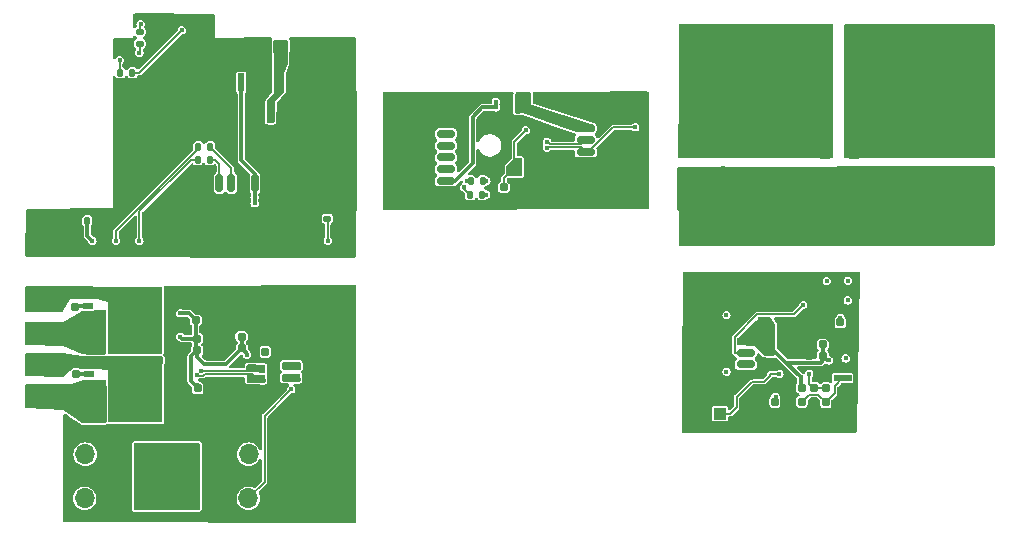
<source format=gbr>
%TF.GenerationSoftware,KiCad,Pcbnew,8.0.5*%
%TF.CreationDate,2024-10-23T07:35:36+02:00*%
%TF.ProjectId,Carte sensors,43617274-6520-4736-956e-736f72732e6b,rev?*%
%TF.SameCoordinates,Original*%
%TF.FileFunction,Copper,L2,Bot*%
%TF.FilePolarity,Positive*%
%FSLAX46Y46*%
G04 Gerber Fmt 4.6, Leading zero omitted, Abs format (unit mm)*
G04 Created by KiCad (PCBNEW 8.0.5) date 2024-10-23 07:35:36*
%MOMM*%
%LPD*%
G01*
G04 APERTURE LIST*
G04 Aperture macros list*
%AMRoundRect*
0 Rectangle with rounded corners*
0 $1 Rounding radius*
0 $2 $3 $4 $5 $6 $7 $8 $9 X,Y pos of 4 corners*
0 Add a 4 corners polygon primitive as box body*
4,1,4,$2,$3,$4,$5,$6,$7,$8,$9,$2,$3,0*
0 Add four circle primitives for the rounded corners*
1,1,$1+$1,$2,$3*
1,1,$1+$1,$4,$5*
1,1,$1+$1,$6,$7*
1,1,$1+$1,$8,$9*
0 Add four rect primitives between the rounded corners*
20,1,$1+$1,$2,$3,$4,$5,0*
20,1,$1+$1,$4,$5,$6,$7,0*
20,1,$1+$1,$6,$7,$8,$9,0*
20,1,$1+$1,$8,$9,$2,$3,0*%
%AMOutline5P*
0 Free polygon, 5 corners , with rotation*
0 The origin of the aperture is its center*
0 number of corners: always 5*
0 $1 to $10 corner X, Y*
0 $11 Rotation angle, in degrees counterclockwise*
0 create outline with 5 corners*
4,1,5,$1,$2,$3,$4,$5,$6,$7,$8,$9,$10,$1,$2,$11*%
%AMOutline6P*
0 Free polygon, 6 corners , with rotation*
0 The origin of the aperture is its center*
0 number of corners: always 6*
0 $1 to $12 corner X, Y*
0 $13 Rotation angle, in degrees counterclockwise*
0 create outline with 6 corners*
4,1,6,$1,$2,$3,$4,$5,$6,$7,$8,$9,$10,$11,$12,$1,$2,$13*%
%AMOutline7P*
0 Free polygon, 7 corners , with rotation*
0 The origin of the aperture is its center*
0 number of corners: always 7*
0 $1 to $14 corner X, Y*
0 $15 Rotation angle, in degrees counterclockwise*
0 create outline with 7 corners*
4,1,7,$1,$2,$3,$4,$5,$6,$7,$8,$9,$10,$11,$12,$13,$14,$1,$2,$15*%
%AMOutline8P*
0 Free polygon, 8 corners , with rotation*
0 The origin of the aperture is its center*
0 number of corners: always 8*
0 $1 to $16 corner X, Y*
0 $17 Rotation angle, in degrees counterclockwise*
0 create outline with 8 corners*
4,1,8,$1,$2,$3,$4,$5,$6,$7,$8,$9,$10,$11,$12,$13,$14,$15,$16,$1,$2,$17*%
G04 Aperture macros list end*
%TA.AperFunction,SMDPad,CuDef*%
%ADD10R,1.000000X1.000000*%
%TD*%
%TA.AperFunction,SMDPad,CuDef*%
%ADD11R,1.500000X0.550000*%
%TD*%
%TA.AperFunction,SMDPad,CuDef*%
%ADD12RoundRect,0.160000X0.160000X-0.197500X0.160000X0.197500X-0.160000X0.197500X-0.160000X-0.197500X0*%
%TD*%
%TA.AperFunction,SMDPad,CuDef*%
%ADD13RoundRect,0.160000X-0.160000X0.197500X-0.160000X-0.197500X0.160000X-0.197500X0.160000X0.197500X0*%
%TD*%
%TA.AperFunction,SMDPad,CuDef*%
%ADD14RoundRect,0.155000X-0.155000X0.212500X-0.155000X-0.212500X0.155000X-0.212500X0.155000X0.212500X0*%
%TD*%
%TA.AperFunction,ComponentPad*%
%ADD15R,1.700000X1.700000*%
%TD*%
%TA.AperFunction,ComponentPad*%
%ADD16O,1.700000X1.700000*%
%TD*%
%TA.AperFunction,ComponentPad*%
%ADD17C,0.800000*%
%TD*%
%TA.AperFunction,ComponentPad*%
%ADD18C,6.400000*%
%TD*%
%TA.AperFunction,SMDPad,CuDef*%
%ADD19RoundRect,0.155000X0.212500X0.155000X-0.212500X0.155000X-0.212500X-0.155000X0.212500X-0.155000X0*%
%TD*%
%TA.AperFunction,SMDPad,CuDef*%
%ADD20RoundRect,0.135000X0.135000X0.185000X-0.135000X0.185000X-0.135000X-0.185000X0.135000X-0.185000X0*%
%TD*%
%TA.AperFunction,SMDPad,CuDef*%
%ADD21RoundRect,0.135000X-0.135000X-0.185000X0.135000X-0.185000X0.135000X0.185000X-0.135000X0.185000X0*%
%TD*%
%TA.AperFunction,SMDPad,CuDef*%
%ADD22RoundRect,0.150000X0.625000X-0.150000X0.625000X0.150000X-0.625000X0.150000X-0.625000X-0.150000X0*%
%TD*%
%TA.AperFunction,SMDPad,CuDef*%
%ADD23RoundRect,0.250000X0.650000X-0.350000X0.650000X0.350000X-0.650000X0.350000X-0.650000X-0.350000X0*%
%TD*%
%TA.AperFunction,SMDPad,CuDef*%
%ADD24RoundRect,0.135000X0.185000X-0.135000X0.185000X0.135000X-0.185000X0.135000X-0.185000X-0.135000X0*%
%TD*%
%TA.AperFunction,SMDPad,CuDef*%
%ADD25RoundRect,0.250000X0.412500X2.350000X-0.412500X2.350000X-0.412500X-2.350000X0.412500X-2.350000X0*%
%TD*%
%TA.AperFunction,SMDPad,CuDef*%
%ADD26R,0.550000X1.500000*%
%TD*%
%TA.AperFunction,SMDPad,CuDef*%
%ADD27RoundRect,0.140000X0.140000X0.170000X-0.140000X0.170000X-0.140000X-0.170000X0.140000X-0.170000X0*%
%TD*%
%TA.AperFunction,SMDPad,CuDef*%
%ADD28RoundRect,0.155000X-0.212500X-0.155000X0.212500X-0.155000X0.212500X0.155000X-0.212500X0.155000X0*%
%TD*%
%TA.AperFunction,SMDPad,CuDef*%
%ADD29RoundRect,0.135000X-0.185000X0.135000X-0.185000X-0.135000X0.185000X-0.135000X0.185000X0.135000X0*%
%TD*%
%TA.AperFunction,SMDPad,CuDef*%
%ADD30R,0.850000X0.500000*%
%TD*%
%TA.AperFunction,SMDPad,CuDef*%
%ADD31R,0.800000X0.600000*%
%TD*%
%TA.AperFunction,SMDPad,CuDef*%
%ADD32R,3.750000X4.410000*%
%TD*%
%TA.AperFunction,SMDPad,CuDef*%
%ADD33RoundRect,0.150000X-0.625000X0.150000X-0.625000X-0.150000X0.625000X-0.150000X0.625000X0.150000X0*%
%TD*%
%TA.AperFunction,SMDPad,CuDef*%
%ADD34RoundRect,0.250000X-0.650000X0.350000X-0.650000X-0.350000X0.650000X-0.350000X0.650000X0.350000X0*%
%TD*%
%TA.AperFunction,SMDPad,CuDef*%
%ADD35Outline5P,-0.650000X0.100000X0.000000X0.750000X0.650000X0.750000X0.650000X-0.750000X-0.650000X-0.750000X0.000000*%
%TD*%
%TA.AperFunction,SMDPad,CuDef*%
%ADD36R,3.600000X1.100000*%
%TD*%
%TA.AperFunction,SMDPad,CuDef*%
%ADD37RoundRect,0.150000X0.150000X0.625000X-0.150000X0.625000X-0.150000X-0.625000X0.150000X-0.625000X0*%
%TD*%
%TA.AperFunction,SMDPad,CuDef*%
%ADD38RoundRect,0.250000X0.350000X0.650000X-0.350000X0.650000X-0.350000X-0.650000X0.350000X-0.650000X0*%
%TD*%
%TA.AperFunction,ViaPad*%
%ADD39C,0.400000*%
%TD*%
%TA.AperFunction,Conductor*%
%ADD40C,0.150000*%
%TD*%
%TA.AperFunction,Conductor*%
%ADD41C,0.300000*%
%TD*%
G04 APERTURE END LIST*
D10*
%TO.P,,1*%
%TO.N,ADC1_IN9*%
X204840000Y-127950000D03*
%TD*%
D11*
%TO.P,SW2,1,1*%
%TO.N,GND*%
X215240000Y-128200000D03*
%TO.P,SW2,2,2*%
%TO.N,Net-(R23-Pad2)*%
X215240000Y-124950000D03*
%TD*%
D12*
%TO.P,R26,1*%
%TO.N,Net-(R23-Pad2)*%
X213780000Y-126987500D03*
%TO.P,R26,2*%
%TO.N,B2*%
X213780000Y-125792500D03*
%TD*%
D13*
%TO.P,R23,1*%
%TO.N,VDD_IO*%
X211780000Y-125762500D03*
%TO.P,R23,2*%
%TO.N,Net-(R23-Pad2)*%
X211780000Y-126957500D03*
%TD*%
D14*
%TO.P,C29,1*%
%TO.N,B2*%
X212770000Y-125782500D03*
%TO.P,C29,2*%
%TO.N,GND*%
X212770000Y-126917500D03*
%TD*%
D15*
%TO.P,J8,1,Pin_1*%
%TO.N,+5V*%
X156180000Y-131400000D03*
D16*
%TO.P,J8,2,Pin_2*%
%TO.N,GND*%
X153640000Y-131400000D03*
%TO.P,J8,3,Pin_3*%
%TO.N,CH2*%
X151100000Y-131400000D03*
%TD*%
D15*
%TO.P,J7,1,Pin_1*%
%TO.N,+5V*%
X156125000Y-135130000D03*
D16*
%TO.P,J7,2,Pin_2*%
%TO.N,GND*%
X153585000Y-135130000D03*
%TO.P,J7,3,Pin_3*%
%TO.N,CH1*%
X151045000Y-135130000D03*
%TD*%
D17*
%TO.P,H2,1,1*%
%TO.N,BAT+*%
X202762944Y-100582944D03*
X203465888Y-98885888D03*
X203465888Y-102280000D03*
X205162944Y-98182944D03*
D18*
X205162944Y-100582944D03*
D17*
X205162944Y-102982944D03*
X206860000Y-98885888D03*
X206860000Y-102280000D03*
X207562944Y-100582944D03*
%TD*%
%TO.P,H1,1,1*%
%TO.N,VIN*%
X222280000Y-100830000D03*
X222982944Y-99132944D03*
X222982944Y-102527056D03*
X224680000Y-98430000D03*
D18*
X224680000Y-100830000D03*
D17*
X224680000Y-103230000D03*
X226377056Y-99132944D03*
X226377056Y-102527056D03*
X227080000Y-100830000D03*
%TD*%
%TO.P,H3,1,1*%
%TO.N,GND*%
X222252944Y-110192944D03*
X222955888Y-108495888D03*
X222955888Y-111890000D03*
X224652944Y-107792944D03*
D18*
X224652944Y-110192944D03*
D17*
X224652944Y-112592944D03*
X226350000Y-108495888D03*
X226350000Y-111890000D03*
X227052944Y-110192944D03*
%TD*%
D15*
%TO.P,J10,1,Pin_1*%
%TO.N,+5V*%
X159835000Y-135130000D03*
D16*
%TO.P,J10,2,Pin_2*%
%TO.N,GND*%
X162375000Y-135130000D03*
%TO.P,J10,3,Pin_3*%
%TO.N,CH4*%
X164915000Y-135130000D03*
%TD*%
D15*
%TO.P,J9,1,Pin_1*%
%TO.N,+5V*%
X159850000Y-131400000D03*
D16*
%TO.P,J9,2,Pin_2*%
%TO.N,GND*%
X162390000Y-131400000D03*
%TO.P,J9,3,Pin_3*%
%TO.N,CH3*%
X164930000Y-131400000D03*
%TD*%
D17*
%TO.P,H4,1,1*%
%TO.N,GND*%
X202682944Y-110192944D03*
X203385888Y-108495888D03*
X203385888Y-111890000D03*
X205082944Y-107792944D03*
D18*
X205082944Y-110192944D03*
D17*
X205082944Y-112592944D03*
X206780000Y-108495888D03*
X206780000Y-111890000D03*
X207482944Y-110192944D03*
%TD*%
D12*
%TO.P,R20,1*%
%TO.N,MOS1IN*%
X150235000Y-120081000D03*
%TO.P,R20,2*%
%TO.N,Net-(IC4-~{OUT})*%
X150235000Y-118886000D03*
%TD*%
%TO.P,R19,1*%
%TO.N,GND*%
X215010000Y-121417500D03*
%TO.P,R19,2*%
%TO.N,Net-(D6-K)*%
X215010000Y-120222500D03*
%TD*%
D19*
%TO.P,C22,1*%
%TO.N,GND*%
X210167500Y-120490000D03*
%TO.P,C22,2*%
%TO.N,VDD_IO*%
X209032500Y-120490000D03*
%TD*%
D20*
%TO.P,R3,1*%
%TO.N,TX*%
X161670000Y-105370000D03*
%TO.P,R3,2*%
%TO.N,Net-(Tarvos1-UTXD)*%
X160650000Y-105370000D03*
%TD*%
D21*
%TO.P,R17,1*%
%TO.N,TX_GPS*%
X183720000Y-108250000D03*
%TO.P,R17,2*%
%TO.N,Net-(PA1010D1-TX)*%
X184740000Y-108250000D03*
%TD*%
D22*
%TO.P,J4,1,Pin_1*%
%TO.N,GND*%
X207025000Y-124780000D03*
%TO.P,J4,2,Pin_2*%
%TO.N,OLED_SCL*%
X207025000Y-123780000D03*
%TO.P,J4,3,Pin_3*%
%TO.N,OLED_SDA*%
X207025000Y-122780000D03*
%TO.P,J4,4,Pin_4*%
%TO.N,VDD_IO*%
X207025000Y-121780000D03*
D23*
%TO.P,J4,MP*%
%TO.N,GND*%
X203150000Y-126080000D03*
X203150000Y-120480000D03*
%TD*%
D21*
%TO.P,R5,1*%
%TO.N,GND*%
X165760000Y-102990000D03*
%TO.P,R5,2*%
%TO.N,Net-(Tarvos1-MODE_1)*%
X166780000Y-102990000D03*
%TD*%
D24*
%TO.P,R2,1*%
%TO.N,Net-(Tarvos1-RX_IND)*%
X155730000Y-96650000D03*
%TO.P,R2,2*%
%TO.N,Net-(D2-A)*%
X155730000Y-95630000D03*
%TD*%
D25*
%TO.P,R10,1*%
%TO.N,VIN*%
X216140000Y-97970000D03*
%TO.P,R10,2*%
%TO.N,BAT+*%
X213715000Y-97970000D03*
%TD*%
D26*
%TO.P,SW1,1,1*%
%TO.N,Net-(Tarvos1-MODE_1)*%
X167540000Y-99885000D03*
%TO.P,SW1,2,2*%
%TO.N,VDD_IO*%
X164290000Y-99885000D03*
%TD*%
D27*
%TO.P,C2,1*%
%TO.N,VDD_IO*%
X151280000Y-111620000D03*
%TO.P,C2,2*%
%TO.N,GND*%
X150320000Y-111620000D03*
%TD*%
D28*
%TO.P,C10,1*%
%TO.N,Net-(BT1-+)*%
X186542500Y-108800000D03*
%TO.P,C10,2*%
%TO.N,GND*%
X187677500Y-108800000D03*
%TD*%
D29*
%TO.P,R6,1*%
%TO.N,GND*%
X171600000Y-110430000D03*
%TO.P,R6,2*%
%TO.N,Net-(Tarvos1-BOOT)*%
X171600000Y-111450000D03*
%TD*%
D14*
%TO.P,C28,1*%
%TO.N,VDD_IO*%
X209490000Y-126935000D03*
%TO.P,C28,2*%
%TO.N,GND*%
X209490000Y-128070000D03*
%TD*%
D20*
%TO.P,R4,1*%
%TO.N,RX*%
X161640000Y-106460000D03*
%TO.P,R4,2*%
%TO.N,Net-(Tarvos1-URXD)*%
X160620000Y-106460000D03*
%TD*%
D19*
%TO.P,C17,1*%
%TO.N,GND*%
X161700000Y-122592500D03*
%TO.P,C17,2*%
%TO.N,VDD_IO*%
X160565000Y-122592500D03*
%TD*%
D28*
%TO.P,C21,1*%
%TO.N,GND*%
X212412500Y-123072500D03*
%TO.P,C21,2*%
%TO.N,VDD_IO*%
X213547500Y-123072500D03*
%TD*%
%TO.P,C15,1*%
%TO.N,GND*%
X163217500Y-122432500D03*
%TO.P,C15,2*%
%TO.N,VDD_IO*%
X164352500Y-122432500D03*
%TD*%
D21*
%TO.P,R18,1*%
%TO.N,RX_GPS*%
X183700000Y-109420000D03*
%TO.P,R18,2*%
%TO.N,Net-(PA1010D1-RX)*%
X184720000Y-109420000D03*
%TD*%
D27*
%TO.P,C4,1*%
%TO.N,VDD_IO*%
X187760000Y-102230000D03*
%TO.P,C4,2*%
%TO.N,GND*%
X186800000Y-102230000D03*
%TD*%
D19*
%TO.P,C14,1*%
%TO.N,GND*%
X161602500Y-120022500D03*
%TO.P,C14,2*%
%TO.N,VDD_IO*%
X160467500Y-120022500D03*
%TD*%
%TO.P,C23,1*%
%TO.N,GND*%
X210177500Y-122410000D03*
%TO.P,C23,2*%
%TO.N,VDD_IO*%
X209042500Y-122410000D03*
%TD*%
D14*
%TO.P,C26,1*%
%TO.N,VDD_IO*%
X160625000Y-125795000D03*
%TO.P,C26,2*%
%TO.N,GND*%
X160625000Y-126930000D03*
%TD*%
D19*
%TO.P,C16,1*%
%TO.N,GND*%
X161700000Y-121622500D03*
%TO.P,C16,2*%
%TO.N,VDD_IO*%
X160565000Y-121622500D03*
%TD*%
D13*
%TO.P,R16,1*%
%TO.N,GND*%
X166325000Y-121527500D03*
%TO.P,R16,2*%
%TO.N,Net-(D5-K)*%
X166325000Y-122722500D03*
%TD*%
D28*
%TO.P,C20,1*%
%TO.N,GND*%
X212412500Y-122092500D03*
%TO.P,C20,2*%
%TO.N,VDD_IO*%
X213547500Y-122092500D03*
%TD*%
D25*
%TO.P,R15,1*%
%TO.N,VIN*%
X216180000Y-103730000D03*
%TO.P,R15,2*%
%TO.N,BAT+*%
X213755000Y-103730000D03*
%TD*%
D27*
%TO.P,C3,1*%
%TO.N,VDD_IO*%
X187760000Y-101230000D03*
%TO.P,C3,2*%
%TO.N,GND*%
X186800000Y-101230000D03*
%TD*%
D30*
%TO.P,Q1,1,S_1*%
%TO.N,MOS2IN*%
X151375000Y-128395000D03*
%TO.P,Q1,2,S_2*%
X151375000Y-127125000D03*
%TO.P,Q1,3,S_3*%
X151375000Y-125855000D03*
%TO.P,Q1,4,G*%
%TO.N,Net-(IC5-~{OUT})*%
X151375000Y-124585000D03*
D31*
%TO.P,Q1,5,D_1*%
%TO.N,MOS2OUT*%
X157200000Y-124585000D03*
%TO.P,Q1,6,D_2*%
X157200000Y-125855000D03*
%TO.P,Q1,7,D_3*%
X157200000Y-127125000D03*
%TO.P,Q1,8,D_4*%
X157200000Y-128395000D03*
D32*
%TO.P,Q1,9*%
X154925000Y-126490000D03*
%TD*%
D19*
%TO.P,C24,1*%
%TO.N,GND*%
X210167500Y-121460000D03*
%TO.P,C24,2*%
%TO.N,VDD_IO*%
X209032500Y-121460000D03*
%TD*%
D12*
%TO.P,R22,1*%
%TO.N,MOS2IN*%
X150295000Y-125797000D03*
%TO.P,R22,2*%
%TO.N,Net-(IC5-~{OUT})*%
X150295000Y-124602000D03*
%TD*%
D33*
%TO.P,J3,1,Pin_1*%
%TO.N,VDD_IO*%
X193465000Y-103800000D03*
%TO.P,J3,2,Pin_2*%
%TO.N,SDA_P*%
X193465000Y-104800000D03*
%TO.P,J3,3,Pin_3*%
%TO.N,SCL_P*%
X193465000Y-105800000D03*
%TO.P,J3,4,Pin_4*%
%TO.N,GND*%
X193465000Y-106800000D03*
D34*
%TO.P,J3,MP*%
X197340000Y-102500000D03*
X197340000Y-108100000D03*
%TD*%
D22*
%TO.P,J2,1,Pin_1*%
%TO.N,VDD_IO*%
X181650000Y-108260000D03*
%TO.P,J2,2,Pin_2*%
%TO.N,RX_GPS*%
X181650000Y-107260000D03*
%TO.P,J2,3,Pin_3*%
%TO.N,TX_GPS*%
X181650000Y-106260000D03*
%TO.P,J2,4,Pin_4*%
%TO.N,SCL_P*%
X181650000Y-105260000D03*
%TO.P,J2,5,Pin_5*%
%TO.N,SDA_P*%
X181650000Y-104260000D03*
%TO.P,J2,6,Pin_6*%
%TO.N,GND*%
X181650000Y-103260000D03*
D23*
%TO.P,J2,MP*%
X177775000Y-109560000D03*
X177775000Y-101960000D03*
%TD*%
D30*
%TO.P,Q2,1,S_1*%
%TO.N,MOS1IN*%
X151345000Y-122635000D03*
%TO.P,Q2,2,S_2*%
X151345000Y-121365000D03*
%TO.P,Q2,3,S_3*%
X151345000Y-120095000D03*
%TO.P,Q2,4,G*%
%TO.N,Net-(IC4-~{OUT})*%
X151345000Y-118825000D03*
D31*
%TO.P,Q2,5,D_1*%
%TO.N,MOS1OUT*%
X157170000Y-118825000D03*
%TO.P,Q2,6,D_2*%
X157170000Y-120095000D03*
%TO.P,Q2,7,D_3*%
X157170000Y-121365000D03*
%TO.P,Q2,8,D_4*%
X157170000Y-122635000D03*
D32*
%TO.P,Q2,9*%
X154895000Y-120730000D03*
%TD*%
D35*
%TO.P,BT1,1,+*%
%TO.N,Net-(BT1-+)*%
X187440000Y-107080000D03*
D36*
%TO.P,BT1,2,-*%
%TO.N,GND*%
X186290000Y-103290000D03*
%TD*%
D21*
%TO.P,R1,1*%
%TO.N,Net-(Tarvos1-TX_IND)*%
X154070000Y-99090000D03*
%TO.P,R1,2*%
%TO.N,Net-(D1-A)*%
X155090000Y-99090000D03*
%TD*%
D37*
%TO.P,J1,1,Pin_1*%
%TO.N,VDD_IO*%
X165460000Y-108420000D03*
%TO.P,J1,2,Pin_2*%
%TO.N,GND*%
X164460000Y-108420000D03*
%TO.P,J1,3,Pin_3*%
%TO.N,TX*%
X163460000Y-108420000D03*
%TO.P,J1,4,Pin_4*%
%TO.N,RX*%
X162460000Y-108420000D03*
D38*
%TO.P,J1,MP*%
%TO.N,GND*%
X166760000Y-112295000D03*
X161160000Y-112295000D03*
%TD*%
D28*
%TO.P,C13,1*%
%TO.N,GND*%
X163200000Y-121422500D03*
%TO.P,C13,2*%
%TO.N,VDD_IO*%
X164335000Y-121422500D03*
%TD*%
D27*
%TO.P,C1,1*%
%TO.N,Net-(Tarvos1-MODE_1)*%
X166780000Y-101890000D03*
%TO.P,C1,2*%
%TO.N,GND*%
X165820000Y-101890000D03*
%TD*%
D39*
%TO.N,GND*%
X205550000Y-126920000D03*
X206280000Y-128190000D03*
X207130000Y-126420000D03*
X213020000Y-124880000D03*
X213990000Y-124170000D03*
X210690000Y-126050000D03*
X210630000Y-127820000D03*
X211470000Y-127850000D03*
%TO.N,B2*%
X212390000Y-124580000D03*
%TO.N,GND*%
X205540000Y-123410000D03*
X208260000Y-124020000D03*
X212370000Y-120710000D03*
X211170000Y-122610000D03*
X211130000Y-120340000D03*
X211540000Y-118240000D03*
%TO.N,OLED_SDA*%
X211880000Y-118760000D03*
%TO.N,OLED_SCL*%
X207025000Y-123780000D03*
%TO.N,GND*%
X166430000Y-109610000D03*
X165390000Y-117370000D03*
X214470000Y-113070000D03*
X172365000Y-136010000D03*
X170400000Y-120640000D03*
X212870000Y-111470000D03*
X215270000Y-109070000D03*
X157580000Y-129720000D03*
X172670000Y-114080000D03*
X212070000Y-109870000D03*
X168650000Y-101930000D03*
X156100000Y-103000000D03*
X152210000Y-110890000D03*
X204450000Y-116900000D03*
X210470000Y-108270000D03*
X216870000Y-108270000D03*
X216070000Y-111470000D03*
X164220000Y-123500000D03*
X165670000Y-100250000D03*
X216450000Y-117530000D03*
X170630000Y-114100000D03*
X213670000Y-111470000D03*
X173460000Y-118830000D03*
X156040000Y-129160000D03*
X212070000Y-112270000D03*
X170310000Y-125890000D03*
X146580000Y-111990000D03*
X216870000Y-113070000D03*
X191420000Y-110150000D03*
X211270000Y-111470000D03*
X167050000Y-125840000D03*
X158680000Y-122890000D03*
X188400000Y-103130000D03*
X184140000Y-110160000D03*
X177775000Y-101960000D03*
X166770000Y-125180000D03*
X220070000Y-112270000D03*
X163610000Y-106350000D03*
X190190000Y-107260000D03*
X214470000Y-107470000D03*
X212070000Y-109070000D03*
X215270000Y-111470000D03*
X203340000Y-123220000D03*
X215270000Y-107470000D03*
X179160000Y-108840000D03*
X167690000Y-117580000D03*
X150650000Y-114090000D03*
X202100000Y-117920000D03*
X146580000Y-113990000D03*
X216070000Y-110670000D03*
X213140000Y-117840000D03*
X163330000Y-120680000D03*
X211270000Y-113070000D03*
X153750000Y-99820000D03*
X204930000Y-117680000D03*
X155140000Y-111790000D03*
X190200000Y-107990000D03*
X185940000Y-107590000D03*
X183150000Y-104510000D03*
X148680000Y-110900000D03*
X217670000Y-108270000D03*
X153700000Y-102250000D03*
X194530000Y-101210000D03*
X197110000Y-109680000D03*
X182080000Y-108930000D03*
X216070000Y-109070000D03*
X179210000Y-110180000D03*
X163500000Y-101220000D03*
X216070000Y-107470000D03*
X185050000Y-101270000D03*
X151320000Y-110890000D03*
X205830000Y-118570000D03*
X208910000Y-118900000D03*
X202250000Y-129050000D03*
X212070000Y-110670000D03*
X214470000Y-109070000D03*
X149520000Y-128360000D03*
X162420000Y-111140000D03*
X218470000Y-109870000D03*
X210470000Y-107470000D03*
X219270000Y-112270000D03*
X153700000Y-108980000D03*
X168070000Y-128590000D03*
X173590000Y-99350000D03*
X212070000Y-111470000D03*
X219270000Y-107470000D03*
X153700000Y-108200000D03*
X210470000Y-113070000D03*
X159660000Y-117990000D03*
X183320000Y-103040000D03*
X205670000Y-116620000D03*
X165070000Y-102130000D03*
X179180000Y-106810000D03*
X191670000Y-108330000D03*
X186290000Y-103290000D03*
X153720000Y-100720000D03*
X161640000Y-127940000D03*
X209670000Y-113070000D03*
X173380000Y-117720000D03*
X177775000Y-109560000D03*
X194590000Y-110180000D03*
X220070000Y-107470000D03*
X218470000Y-109070000D03*
X217670000Y-107470000D03*
X203150000Y-126080000D03*
X203150000Y-120480000D03*
X191680000Y-106300000D03*
X170850000Y-134670000D03*
X216870000Y-112270000D03*
X213670000Y-109070000D03*
X162650000Y-98100000D03*
X168990000Y-120000000D03*
X164660000Y-114210000D03*
X214870000Y-129200000D03*
X177220000Y-104840000D03*
X211270000Y-109870000D03*
X191860000Y-107130000D03*
X219270000Y-109070000D03*
X212070000Y-108270000D03*
X191160000Y-107200000D03*
X198330000Y-101110000D03*
X158450000Y-104420000D03*
X167300000Y-104290000D03*
X217670000Y-113070000D03*
X209670000Y-111470000D03*
X204440000Y-129050000D03*
X165560000Y-118620000D03*
X211270000Y-112270000D03*
X167520000Y-121850000D03*
X211270000Y-109070000D03*
X168830000Y-110680000D03*
X164180000Y-111580000D03*
X148830000Y-114000000D03*
X218470000Y-108270000D03*
X210470000Y-109070000D03*
X170310000Y-128080000D03*
X212870000Y-108270000D03*
X158200000Y-124390000D03*
X212870000Y-107470000D03*
X216870000Y-107470000D03*
X219270000Y-109870000D03*
X165430000Y-120370000D03*
X208870000Y-110670000D03*
X209670000Y-112270000D03*
X182030000Y-110140000D03*
X172415000Y-128190000D03*
X209050000Y-128430000D03*
X172415000Y-122590000D03*
X193490000Y-107860000D03*
X213670000Y-110670000D03*
X149000000Y-111910000D03*
X159300000Y-96300000D03*
X210270000Y-128470000D03*
X209670000Y-108270000D03*
X207840000Y-116410000D03*
X191680000Y-104490000D03*
X153710000Y-107250000D03*
X158870000Y-114150000D03*
X157310000Y-100950000D03*
X212870000Y-109870000D03*
X157130000Y-106070000D03*
X147830000Y-110890000D03*
X159420000Y-112770000D03*
X149710000Y-113320000D03*
X158740000Y-97730000D03*
X220070000Y-110670000D03*
X167170000Y-107560000D03*
X216870000Y-110670000D03*
X203600000Y-127460000D03*
X177170000Y-106580000D03*
X218470000Y-110670000D03*
X216870000Y-109870000D03*
X212870000Y-109070000D03*
X220070000Y-113070000D03*
X166640000Y-114190000D03*
X168050000Y-129930000D03*
X183980000Y-107510000D03*
X207910000Y-129180000D03*
X188500000Y-110200000D03*
X156710000Y-96040000D03*
X193490000Y-102260000D03*
X168640000Y-114070000D03*
X217670000Y-109870000D03*
X173450000Y-111400000D03*
X162970000Y-104880000D03*
X162870000Y-117540000D03*
X171260000Y-124390000D03*
X161700000Y-107430000D03*
X166310000Y-126260000D03*
X171640000Y-119610000D03*
X209670000Y-107470000D03*
X210470000Y-110670000D03*
X216070000Y-112270000D03*
X212870000Y-112270000D03*
X214470000Y-112270000D03*
X167530000Y-136530000D03*
X197340000Y-102500000D03*
X218470000Y-107470000D03*
X220070000Y-108270000D03*
X186530000Y-106230000D03*
X170690000Y-99420000D03*
X172950000Y-132040000D03*
X156250000Y-99400000D03*
X179110000Y-104830000D03*
X218470000Y-112270000D03*
X173530000Y-124630000D03*
X186780000Y-104660000D03*
X208690000Y-124580000D03*
X164700000Y-97050000D03*
X184520000Y-106250000D03*
X146420000Y-110880000D03*
X153700000Y-104670000D03*
X155670000Y-109250000D03*
X216070000Y-109870000D03*
X173460000Y-114080000D03*
X180260000Y-107200000D03*
X198380000Y-106150000D03*
X162650000Y-114170000D03*
X160670000Y-97800000D03*
X170590000Y-100950000D03*
X181650000Y-103260000D03*
X150560000Y-110890000D03*
X215270000Y-112270000D03*
X149620000Y-110940000D03*
X214470000Y-110670000D03*
X170780000Y-131910000D03*
X208870000Y-108270000D03*
X213670000Y-112270000D03*
X216070000Y-108270000D03*
X193250000Y-101190000D03*
X208870000Y-112270000D03*
X187990000Y-105740000D03*
X189780000Y-104290000D03*
X188610000Y-107360000D03*
X169640000Y-97370000D03*
X163220000Y-99270000D03*
X168750000Y-105110000D03*
X213670000Y-109870000D03*
X216110000Y-122020000D03*
X153740000Y-105440000D03*
X158550000Y-111340000D03*
X217670000Y-109070000D03*
X164580000Y-128930000D03*
X153700000Y-101390000D03*
X216070000Y-113070000D03*
X211270000Y-108270000D03*
X215270000Y-109870000D03*
X210470000Y-111470000D03*
X217670000Y-112270000D03*
X158070000Y-126550000D03*
X209670000Y-109870000D03*
X215270000Y-108270000D03*
X173510000Y-110020000D03*
X172050000Y-117750000D03*
X219270000Y-113070000D03*
X151150000Y-129480000D03*
X209670000Y-110670000D03*
X212870000Y-110670000D03*
X210470000Y-112270000D03*
X154000000Y-129570000D03*
X208870000Y-113070000D03*
X161560000Y-102350000D03*
X205850000Y-126150000D03*
X192870000Y-108940000D03*
X158110000Y-117470000D03*
X211270000Y-107470000D03*
X208870000Y-111470000D03*
X169150000Y-99170000D03*
X147080000Y-110890000D03*
X212910000Y-116380000D03*
X214430000Y-120900000D03*
X183610000Y-101280000D03*
X164260000Y-125050000D03*
X191990000Y-102200000D03*
X220070000Y-111470000D03*
X208870000Y-109070000D03*
X173510000Y-97870000D03*
X206620000Y-129100000D03*
X209670000Y-109070000D03*
X161120000Y-120800000D03*
X220070000Y-109870000D03*
X153680000Y-109490000D03*
X172365000Y-130410000D03*
X208870000Y-107470000D03*
X182930000Y-106780000D03*
X212280000Y-129150000D03*
X212070000Y-107470000D03*
X216870000Y-109070000D03*
X165200000Y-104180000D03*
X212870000Y-113070000D03*
X215270000Y-113070000D03*
X207025000Y-124780000D03*
X157980000Y-109390000D03*
X193310000Y-110140000D03*
X183110000Y-105700000D03*
X156480000Y-111590000D03*
X162420000Y-119790000D03*
X209110000Y-116360000D03*
X213670000Y-113070000D03*
X165700000Y-105310000D03*
X213670000Y-108270000D03*
X165140000Y-123400000D03*
X160110000Y-129750000D03*
X188960000Y-104420000D03*
X159710000Y-102800000D03*
X173170000Y-134640000D03*
X161965000Y-126405000D03*
X159700000Y-118810000D03*
X216320000Y-124490000D03*
X169890000Y-103400000D03*
X168850000Y-108310000D03*
X177180000Y-108670000D03*
X220070000Y-109070000D03*
X177190000Y-102930000D03*
X215960000Y-129070000D03*
X211270000Y-110670000D03*
X173510000Y-126600000D03*
X153690000Y-102980000D03*
X156670000Y-114040000D03*
X215270000Y-110670000D03*
X195980000Y-102850000D03*
X214470000Y-111470000D03*
X217670000Y-110670000D03*
X153700000Y-110170000D03*
X197340000Y-108100000D03*
X170750000Y-106630000D03*
X173440000Y-112790000D03*
X162480000Y-122550000D03*
X165800000Y-99100000D03*
X158600000Y-94600000D03*
X155820000Y-105300000D03*
X154680000Y-114030000D03*
X160470000Y-114180000D03*
X216870000Y-111470000D03*
X162390000Y-120840000D03*
X214470000Y-109870000D03*
X219270000Y-111470000D03*
X188580000Y-106560000D03*
X218470000Y-113070000D03*
X214470000Y-108270000D03*
X153740000Y-106410000D03*
X188640000Y-108300000D03*
X216090000Y-120920000D03*
X153090000Y-110870000D03*
X160080000Y-107510000D03*
X160760000Y-99370000D03*
X179200000Y-102960000D03*
X163320000Y-119770000D03*
X164460000Y-108420000D03*
X208870000Y-109870000D03*
X213670000Y-107470000D03*
X156100000Y-129760000D03*
X158110000Y-118600000D03*
X160750000Y-109180000D03*
X210470000Y-109870000D03*
X160630000Y-95850000D03*
X219270000Y-108270000D03*
X218470000Y-111470000D03*
X186280000Y-110180000D03*
X219270000Y-110670000D03*
X153690000Y-103780000D03*
X208470000Y-117500000D03*
X173590000Y-100770000D03*
X182220000Y-101460000D03*
X162240000Y-125060000D03*
X164480000Y-109340000D03*
X202200000Y-116550000D03*
X215940000Y-119360000D03*
X212070000Y-113070000D03*
X217670000Y-111470000D03*
X196630000Y-106630000D03*
X212580000Y-127812500D03*
X184990000Y-102600000D03*
%TO.N,Net-(Tarvos1-MODE_1)*%
X167650000Y-97360000D03*
%TO.N,Net-(D1-A)*%
X159270000Y-95490000D03*
%TO.N,Net-(D2-A)*%
X155790000Y-94980000D03*
%TO.N,RX_GPS*%
X183175000Y-108785000D03*
X181650000Y-107260000D03*
%TO.N,TX_GPS*%
X183430000Y-108290000D03*
X181650000Y-106260000D03*
%TO.N,SCL_P*%
X190190000Y-105420000D03*
X181650000Y-105260000D03*
X197660000Y-103700000D03*
%TO.N,SDA_P*%
X190190000Y-104919997D03*
X181650000Y-104260000D03*
%TO.N,Net-(BT1-+)*%
X188400000Y-103970000D03*
%TO.N,Net-(Tarvos1-TX_IND)*%
X154010000Y-98020000D03*
%TO.N,Net-(Tarvos1-RX_IND)*%
X155690000Y-97380000D03*
%TO.N,Net-(Tarvos1-UTXD)*%
X153700000Y-113330000D03*
%TO.N,Net-(Tarvos1-URXD)*%
X155690000Y-113330000D03*
%TO.N,Net-(Tarvos1-BOOT)*%
X171630000Y-113300000D03*
%TO.N,VDD_IO*%
X165440000Y-109640000D03*
X208090000Y-121940000D03*
X151700000Y-113320000D03*
X159135000Y-121450000D03*
X188260000Y-101740000D03*
X165440000Y-110140000D03*
X211696474Y-124873526D03*
X185860000Y-101550000D03*
X159152500Y-119452500D03*
X164782500Y-122962500D03*
X208230000Y-119930000D03*
X185870000Y-102030000D03*
X192250000Y-103590000D03*
X160532500Y-125492500D03*
X188240000Y-101270000D03*
X214060000Y-123440000D03*
X209540000Y-126510000D03*
%TO.N,VIN*%
X224000000Y-96350000D03*
X221600000Y-97150000D03*
X225600000Y-96350000D03*
X223200000Y-96350000D03*
X217897500Y-102430000D03*
X227200000Y-96350000D03*
X227200000Y-95550000D03*
X222400000Y-95550000D03*
X224800000Y-96350000D03*
X224000000Y-97150000D03*
X224000000Y-95550000D03*
X222400000Y-97150000D03*
X221600000Y-96350000D03*
X227200000Y-97150000D03*
X226400000Y-97150000D03*
X225600000Y-97150000D03*
X225600000Y-95550000D03*
X226400000Y-95550000D03*
X223200000Y-95550000D03*
X221600000Y-95550000D03*
X224800000Y-97150000D03*
X223200000Y-97150000D03*
X226400000Y-96350000D03*
X222400000Y-96350000D03*
X224800000Y-95550000D03*
%TO.N,BAT+*%
X202660000Y-95210000D03*
X203460000Y-96810000D03*
X203460000Y-96010000D03*
X205060000Y-96010000D03*
X212473500Y-102430000D03*
X206660000Y-96010000D03*
X205860000Y-96810000D03*
X204260000Y-95210000D03*
X207460000Y-96010000D03*
X206660000Y-96810000D03*
X202660000Y-96010000D03*
X204260000Y-96810000D03*
X205860000Y-96010000D03*
X205060000Y-96810000D03*
X201860000Y-96010000D03*
X204260000Y-96010000D03*
X205860000Y-95210000D03*
X206660000Y-95210000D03*
X202660000Y-96810000D03*
X207460000Y-95210000D03*
X201860000Y-95210000D03*
X205060000Y-95210000D03*
X203460000Y-95210000D03*
X201860000Y-96810000D03*
X207460000Y-96810000D03*
%TO.N,Net-(PA1010D1-RX)*%
X185040000Y-109430000D03*
%TO.N,Net-(PA1010D1-TX)*%
X185070000Y-108250000D03*
%TO.N,Net-(U2-NRST)*%
X205390000Y-119600000D03*
%TO.N,Net-(D5-K)*%
X166315000Y-122840000D03*
%TO.N,Net-(D6-K)*%
X215020000Y-119840000D03*
%TO.N,ADC1_IN9*%
X209870000Y-124590000D03*
%TO.N,LPRX*%
X160530000Y-124655000D03*
X165540000Y-124960000D03*
%TO.N,SWCLK*%
X215670000Y-116700000D03*
%TO.N,SWO*%
X213890000Y-116720000D03*
%TO.N,SWDIO*%
X215660000Y-118370000D03*
%TO.N,LPTX*%
X165530000Y-124100000D03*
X160925377Y-124348934D03*
%TO.N,TIM1_CH2*%
X215480000Y-123280000D03*
%TO.N,TIM2_CH1*%
X205390000Y-124390000D03*
%TO.N,CH4*%
X168540000Y-125890000D03*
%TO.N,CH6*%
X168540000Y-123890000D03*
%TO.N,CH5*%
X168540000Y-124890000D03*
%TO.N,Net-(IC4-~{OUT})*%
X150775000Y-118825000D03*
%TO.N,Net-(IC5-~{OUT})*%
X150785000Y-124602000D03*
%TO.N,MOS2OUT*%
X148300000Y-124170000D03*
X146300000Y-124170000D03*
X147300000Y-123170000D03*
X148300000Y-123170000D03*
X146300000Y-123170000D03*
X147300000Y-124170000D03*
%TO.N,MOS2IN*%
X148320000Y-126870000D03*
X146320000Y-126870000D03*
X147320000Y-126870000D03*
X147320000Y-125870000D03*
X146320000Y-125870000D03*
X148320000Y-125870000D03*
%TO.N,MOS1IN*%
X147340000Y-120560000D03*
X146340000Y-120560000D03*
X148340000Y-120560000D03*
X146340000Y-121560000D03*
X147340000Y-121560000D03*
X148340000Y-121560000D03*
%TO.N,MOS1OUT*%
X147470000Y-117910000D03*
X148470000Y-118910000D03*
X148470000Y-117910000D03*
X146470000Y-118910000D03*
X146470000Y-117910000D03*
X147470000Y-118910000D03*
%TD*%
D40*
%TO.N,ADC1_IN9*%
X205720331Y-127950000D02*
X204840000Y-127950000D01*
X206245000Y-126525000D02*
X206245000Y-127425331D01*
X209065000Y-124735331D02*
X208545331Y-125255000D01*
X206245000Y-127425331D02*
X205720331Y-127950000D01*
X209065000Y-124590000D02*
X209065000Y-124735331D01*
X209870000Y-124590000D02*
X209065000Y-124590000D01*
X208545331Y-125255000D02*
X207515000Y-125255000D01*
X207515000Y-125255000D02*
X206245000Y-126525000D01*
%TO.N,Net-(R23-Pad2)*%
X214540000Y-126227500D02*
X213780000Y-126987500D01*
X214540000Y-125610000D02*
X214540000Y-126227500D01*
X215200000Y-124950000D02*
X214540000Y-125610000D01*
X215240000Y-124950000D02*
X215200000Y-124950000D01*
%TO.N,B2*%
X213770000Y-125782500D02*
X213780000Y-125792500D01*
X212770000Y-125782500D02*
X213770000Y-125782500D01*
X212390000Y-125402500D02*
X212770000Y-125782500D01*
X212390000Y-124580000D02*
X212390000Y-125402500D01*
D41*
%TO.N,VDD_IO*%
X211696474Y-124873526D02*
X211696474Y-125678974D01*
X211696474Y-125678974D02*
X211780000Y-125762500D01*
D40*
%TO.N,Net-(R23-Pad2)*%
X213167500Y-126375000D02*
X213780000Y-126987500D01*
X211780000Y-126957500D02*
X212362500Y-126375000D01*
X212362500Y-126375000D02*
X213167500Y-126375000D01*
%TO.N,OLED_SDA*%
X206150000Y-122780000D02*
X207025000Y-122780000D01*
X206075000Y-122705000D02*
X206150000Y-122780000D01*
X206075000Y-121491224D02*
X206075000Y-122705000D01*
X208011224Y-119555000D02*
X206075000Y-121491224D01*
X211880000Y-118760000D02*
X211085000Y-119555000D01*
X211085000Y-119555000D02*
X208011224Y-119555000D01*
D41*
%TO.N,VDD_IO*%
X211696474Y-124873526D02*
X210455448Y-123632500D01*
D40*
%TO.N,Net-(D1-A)*%
X155670000Y-99090000D02*
X155090000Y-99090000D01*
X159270000Y-95490000D02*
X155670000Y-99090000D01*
%TO.N,Net-(D2-A)*%
X155730000Y-95630000D02*
X155730000Y-95040000D01*
X155730000Y-95040000D02*
X155790000Y-94980000D01*
%TO.N,RX*%
X162460000Y-108420000D02*
X162460000Y-106830000D01*
X162090000Y-106460000D02*
X161640000Y-106460000D01*
X162460000Y-106830000D02*
X162090000Y-106460000D01*
%TO.N,TX*%
X163460000Y-107160000D02*
X161670000Y-105370000D01*
X163460000Y-108420000D02*
X163460000Y-107160000D01*
%TO.N,RX_GPS*%
X183175000Y-108785000D02*
X183175000Y-108895000D01*
X183175000Y-108895000D02*
X183700000Y-109420000D01*
%TO.N,SCL_P*%
X190200000Y-105410000D02*
X193075000Y-105410000D01*
X193075000Y-105410000D02*
X193465000Y-105800000D01*
X195803776Y-103700000D02*
X193703776Y-105800000D01*
X197660000Y-103700000D02*
X195803776Y-103700000D01*
X197660000Y-103700000D02*
X197570000Y-103790000D01*
X190190000Y-105420000D02*
X190200000Y-105410000D01*
X193703776Y-105800000D02*
X193465000Y-105800000D01*
%TO.N,SDA_P*%
X193105000Y-105160000D02*
X190460331Y-105160000D01*
X190220328Y-104919997D02*
X190190000Y-104919997D01*
X193465000Y-104800000D02*
X193105000Y-105160000D01*
X190190000Y-104919997D02*
X190216449Y-104919997D01*
X190460331Y-105160000D02*
X190220328Y-104919997D01*
%TO.N,Net-(BT1-+)*%
X186542500Y-108800000D02*
X186542500Y-107977500D01*
X188400000Y-103970000D02*
X187440000Y-104930000D01*
X186542500Y-107977500D02*
X187440000Y-107080000D01*
X187440000Y-104930000D02*
X187440000Y-107080000D01*
%TO.N,Net-(Tarvos1-TX_IND)*%
X154010000Y-99030000D02*
X154070000Y-99090000D01*
X154010000Y-98020000D02*
X154010000Y-99030000D01*
%TO.N,Net-(Tarvos1-RX_IND)*%
X155730000Y-97340000D02*
X155690000Y-97380000D01*
X155730000Y-96650000D02*
X155730000Y-97340000D01*
%TO.N,Net-(Tarvos1-UTXD)*%
X160650000Y-105370000D02*
X160650000Y-105520000D01*
X160650000Y-105520000D02*
X153700000Y-112470000D01*
X153700000Y-112470000D02*
X153700000Y-113330000D01*
%TO.N,Net-(Tarvos1-URXD)*%
X155690000Y-110833554D02*
X155690000Y-113330000D01*
X160620000Y-106460000D02*
X160063554Y-106460000D01*
X160063554Y-106460000D02*
X155690000Y-110833554D01*
%TO.N,Net-(Tarvos1-BOOT)*%
X171630000Y-113300000D02*
X171630000Y-111480000D01*
X171630000Y-111480000D02*
X171600000Y-111450000D01*
D41*
%TO.N,VDD_IO*%
X160565000Y-123145000D02*
X160565000Y-122592500D01*
X182424999Y-108260000D02*
X183920000Y-106764999D01*
X213550000Y-123450000D02*
X213550000Y-123075000D01*
X160565000Y-122592500D02*
X160050000Y-123107500D01*
X160565000Y-121622500D02*
X159307500Y-121622500D01*
X181650000Y-108260000D02*
X182424999Y-108260000D01*
X151280000Y-111620000D02*
X151280000Y-112900000D01*
X185860000Y-101550000D02*
X185860000Y-102020000D01*
X160467500Y-122495000D02*
X160565000Y-122592500D01*
X165460000Y-108420000D02*
X165460000Y-110120000D01*
X160467500Y-120022500D02*
X160467500Y-122495000D01*
X183920000Y-106764999D02*
X183920000Y-102810000D01*
X213367500Y-123632500D02*
X213550000Y-123450000D01*
X213915000Y-123440000D02*
X213547500Y-123072500D01*
X159897500Y-119452500D02*
X160467500Y-120022500D01*
X165460000Y-110120000D02*
X165440000Y-110140000D01*
X164352500Y-122432500D02*
X163025000Y-123760000D01*
X164335000Y-122415000D02*
X164352500Y-122432500D01*
X213547500Y-122092500D02*
X213547500Y-123072500D01*
X164782500Y-122962500D02*
X164782500Y-122862500D01*
X214060000Y-123440000D02*
X213915000Y-123440000D01*
X159307500Y-121622500D02*
X159135000Y-121450000D01*
X151280000Y-112900000D02*
X151700000Y-113320000D01*
X164290000Y-106475001D02*
X164290000Y-99885000D01*
X210455448Y-123632500D02*
X213367500Y-123632500D01*
X184700000Y-102030000D02*
X185870000Y-102030000D01*
X159152500Y-119452500D02*
X159897500Y-119452500D01*
X160050000Y-123107500D02*
X160050000Y-125220000D01*
X163025000Y-123760000D02*
X161180000Y-123760000D01*
X161180000Y-123760000D02*
X160565000Y-123145000D01*
X185860000Y-102020000D02*
X185870000Y-102030000D01*
X160050000Y-125220000D02*
X160625000Y-125795000D01*
X164335000Y-121422500D02*
X164335000Y-122415000D01*
X165460000Y-107645001D02*
X164290000Y-106475001D01*
X164782500Y-122862500D02*
X164352500Y-122432500D01*
X213550000Y-123075000D02*
X213547500Y-123072500D01*
X183920000Y-102810000D02*
X184700000Y-102030000D01*
X207025000Y-121780000D02*
X208602948Y-121780000D01*
X208602948Y-121780000D02*
X210455448Y-123632500D01*
X165460000Y-108420000D02*
X165460000Y-107645001D01*
D40*
%TO.N,OLED_SDA*%
X207025000Y-122780000D02*
X207360000Y-122780000D01*
%TO.N,LPRX*%
X160598934Y-124723934D02*
X160530000Y-124655000D01*
X165540000Y-124960000D02*
X165178934Y-124598934D01*
X161205708Y-124598934D02*
X161080708Y-124723934D01*
X161080708Y-124723934D02*
X160598934Y-124723934D01*
X165178934Y-124598934D02*
X161205708Y-124598934D01*
%TO.N,LPTX*%
X160925377Y-124348934D02*
X165281066Y-124348934D01*
X165281066Y-124348934D02*
X165530000Y-124100000D01*
%TO.N,CH4*%
X166295000Y-133750000D02*
X166295000Y-128135000D01*
X164915000Y-135130000D02*
X166295000Y-133750000D01*
X166295000Y-128135000D02*
X168540000Y-125890000D01*
%TO.N,Net-(IC4-~{OUT})*%
X150296000Y-118825000D02*
X150235000Y-118886000D01*
X151345000Y-118825000D02*
X150775000Y-118825000D01*
X150775000Y-118825000D02*
X150296000Y-118825000D01*
%TO.N,Net-(IC5-~{OUT})*%
X150295000Y-124602000D02*
X150785000Y-124602000D01*
X151358000Y-124602000D02*
X151375000Y-124585000D01*
X150785000Y-124602000D02*
X151358000Y-124602000D01*
%TD*%
%TA.AperFunction,Conductor*%
%TO.N,GND*%
G36*
X198686140Y-100667614D02*
G01*
X198753155Y-100687373D01*
X198798851Y-100740227D01*
X198810000Y-100791614D01*
X198810000Y-110536165D01*
X198790315Y-110603204D01*
X198737511Y-110648959D01*
X198686165Y-110660165D01*
X176434165Y-110689860D01*
X176367100Y-110670265D01*
X176321274Y-110617522D01*
X176310000Y-110565860D01*
X176310000Y-104065131D01*
X180724500Y-104065131D01*
X180724500Y-104454856D01*
X180724502Y-104454882D01*
X180727413Y-104479987D01*
X180727415Y-104479991D01*
X180772793Y-104582764D01*
X180860360Y-104670331D01*
X180857942Y-104672748D01*
X180889842Y-104711829D01*
X180897747Y-104781250D01*
X180866865Y-104843924D01*
X180860301Y-104849610D01*
X180860360Y-104849669D01*
X180772794Y-104937234D01*
X180727415Y-105040006D01*
X180727415Y-105040008D01*
X180724500Y-105065131D01*
X180724500Y-105454856D01*
X180724502Y-105454882D01*
X180727413Y-105479987D01*
X180727415Y-105479991D01*
X180772793Y-105582764D01*
X180860360Y-105670331D01*
X180857942Y-105672748D01*
X180889842Y-105711829D01*
X180897747Y-105781250D01*
X180866865Y-105843924D01*
X180860301Y-105849610D01*
X180860360Y-105849669D01*
X180772794Y-105937234D01*
X180727415Y-106040006D01*
X180727415Y-106040008D01*
X180724500Y-106065131D01*
X180724500Y-106454856D01*
X180724502Y-106454882D01*
X180727413Y-106479987D01*
X180727415Y-106479991D01*
X180772793Y-106582764D01*
X180860360Y-106670331D01*
X180857942Y-106672748D01*
X180889842Y-106711829D01*
X180897747Y-106781250D01*
X180866865Y-106843924D01*
X180860301Y-106849610D01*
X180860360Y-106849669D01*
X180772794Y-106937234D01*
X180727415Y-107040006D01*
X180727415Y-107040008D01*
X180724500Y-107065131D01*
X180724500Y-107454856D01*
X180724502Y-107454882D01*
X180727413Y-107479987D01*
X180727415Y-107479991D01*
X180772793Y-107582764D01*
X180860360Y-107670331D01*
X180857942Y-107672748D01*
X180889842Y-107711829D01*
X180897747Y-107781250D01*
X180866865Y-107843924D01*
X180860301Y-107849610D01*
X180860360Y-107849669D01*
X180772794Y-107937234D01*
X180727415Y-108040006D01*
X180727415Y-108040008D01*
X180724500Y-108065131D01*
X180724500Y-108454856D01*
X180724502Y-108454882D01*
X180727413Y-108479987D01*
X180727415Y-108479991D01*
X180772793Y-108582764D01*
X180772794Y-108582765D01*
X180852235Y-108662206D01*
X180955009Y-108707585D01*
X180980135Y-108710500D01*
X182319864Y-108710499D01*
X182319879Y-108710497D01*
X182319882Y-108710497D01*
X182344987Y-108707586D01*
X182344988Y-108707585D01*
X182344991Y-108707585D01*
X182447765Y-108662206D01*
X182527206Y-108582765D01*
X182531461Y-108573125D01*
X182576546Y-108519750D01*
X182582889Y-108515828D01*
X182609510Y-108500460D01*
X182665459Y-108444511D01*
X182868161Y-108241808D01*
X182929482Y-108208325D01*
X182999173Y-108213309D01*
X183055107Y-108255180D01*
X183078314Y-108310095D01*
X183083389Y-108342141D01*
X183074433Y-108411435D01*
X183029435Y-108464886D01*
X183017212Y-108472021D01*
X182966412Y-108497905D01*
X182966407Y-108497909D01*
X182887909Y-108576407D01*
X182887904Y-108576414D01*
X182837498Y-108675341D01*
X182820131Y-108784997D01*
X182820131Y-108785002D01*
X182837498Y-108894658D01*
X182887904Y-108993585D01*
X182887909Y-108993592D01*
X182966407Y-109072090D01*
X182966409Y-109072091D01*
X182966413Y-109072095D01*
X183061547Y-109120568D01*
X183074035Y-109126931D01*
X183073543Y-109127895D01*
X183113432Y-109152337D01*
X183243181Y-109282086D01*
X183276666Y-109343409D01*
X183279500Y-109369767D01*
X183279500Y-109647615D01*
X183279502Y-109647638D01*
X183282269Y-109671495D01*
X183282269Y-109671498D01*
X183325380Y-109769135D01*
X183325383Y-109769139D01*
X183325384Y-109769141D01*
X183400859Y-109844616D01*
X183400862Y-109844617D01*
X183400863Y-109844618D01*
X183498499Y-109887729D01*
X183498500Y-109887729D01*
X183498502Y-109887730D01*
X183522377Y-109890500D01*
X183877622Y-109890499D01*
X183901498Y-109887730D01*
X183999135Y-109844619D01*
X183999136Y-109844618D01*
X183999141Y-109844616D01*
X184074616Y-109769141D01*
X184096566Y-109719430D01*
X184141651Y-109666054D01*
X184208438Y-109645526D01*
X184275720Y-109664364D01*
X184322136Y-109716587D01*
X184323434Y-109719430D01*
X184345384Y-109769141D01*
X184420859Y-109844616D01*
X184420862Y-109844617D01*
X184420863Y-109844618D01*
X184518499Y-109887729D01*
X184518500Y-109887729D01*
X184518502Y-109887730D01*
X184542377Y-109890500D01*
X184897622Y-109890499D01*
X184921498Y-109887730D01*
X185019141Y-109844616D01*
X185057715Y-109806040D01*
X185119037Y-109772554D01*
X185125976Y-109771251D01*
X185149661Y-109767500D01*
X185248587Y-109717095D01*
X185327095Y-109638587D01*
X185377500Y-109539661D01*
X185377500Y-109539659D01*
X185377501Y-109539658D01*
X185394869Y-109430002D01*
X185394869Y-109429997D01*
X185377501Y-109320341D01*
X185358009Y-109282086D01*
X185327095Y-109221413D01*
X185327092Y-109221410D01*
X185327090Y-109221407D01*
X185248592Y-109142909D01*
X185248588Y-109142906D01*
X185248587Y-109142905D01*
X185149661Y-109092500D01*
X185149660Y-109092499D01*
X185149657Y-109092498D01*
X185140375Y-109089482D01*
X185140773Y-109088254D01*
X185086624Y-109062582D01*
X185081480Y-109057723D01*
X185019143Y-108995386D01*
X185019141Y-108995384D01*
X185019138Y-108995383D01*
X185019136Y-108995381D01*
X184920399Y-108951784D01*
X184867023Y-108906698D01*
X184846496Y-108839911D01*
X184865335Y-108772629D01*
X184917558Y-108726213D01*
X184937938Y-108718698D01*
X184941492Y-108717730D01*
X184941498Y-108717730D01*
X184980555Y-108700484D01*
X185039135Y-108674619D01*
X185039136Y-108674618D01*
X185039141Y-108674616D01*
X185087718Y-108626038D01*
X185136538Y-108599380D01*
X186024500Y-108599380D01*
X186024500Y-109000619D01*
X186027463Y-109026156D01*
X186027463Y-109026158D01*
X186069150Y-109120568D01*
X186073597Y-109130640D01*
X186154360Y-109211403D01*
X186258844Y-109257537D01*
X186284384Y-109260500D01*
X186284386Y-109260500D01*
X186800614Y-109260500D01*
X186800616Y-109260500D01*
X186826156Y-109257537D01*
X186930640Y-109211403D01*
X187011403Y-109130640D01*
X187057537Y-109026156D01*
X187060500Y-109000616D01*
X187060500Y-108599384D01*
X187057537Y-108573844D01*
X187057220Y-108573127D01*
X187025135Y-108500460D01*
X187011403Y-108469360D01*
X186930640Y-108388597D01*
X186841913Y-108349420D01*
X186788537Y-108304334D01*
X186768010Y-108237548D01*
X186768000Y-108235986D01*
X186768000Y-108122267D01*
X186787685Y-108055228D01*
X186804319Y-108034586D01*
X186822086Y-108016819D01*
X186883409Y-107983334D01*
X186909767Y-107980500D01*
X188104822Y-107980500D01*
X188148717Y-107971768D01*
X188148717Y-107971767D01*
X188148722Y-107971767D01*
X188198504Y-107938504D01*
X188231767Y-107888722D01*
X188237919Y-107857794D01*
X188240500Y-107844822D01*
X188240500Y-106315177D01*
X188231768Y-106271282D01*
X188231767Y-106271281D01*
X188231767Y-106271278D01*
X188198504Y-106221496D01*
X188198503Y-106221495D01*
X188148724Y-106188234D01*
X188148717Y-106188231D01*
X188104822Y-106179499D01*
X187789500Y-106179499D01*
X187722460Y-106159814D01*
X187676705Y-106107010D01*
X187665500Y-106055499D01*
X187665500Y-105074766D01*
X187685185Y-105007727D01*
X187701815Y-104987089D01*
X188328779Y-104360124D01*
X188390100Y-104326641D01*
X188397061Y-104325334D01*
X188399998Y-104324868D01*
X188400000Y-104324869D01*
X188452146Y-104316609D01*
X188509658Y-104307501D01*
X188509659Y-104307500D01*
X188509661Y-104307500D01*
X188608587Y-104257095D01*
X188687095Y-104178587D01*
X188737500Y-104079661D01*
X188737500Y-104079659D01*
X188737501Y-104079658D01*
X188754869Y-103970002D01*
X188754869Y-103969997D01*
X188737501Y-103860341D01*
X188736203Y-103857793D01*
X188687095Y-103761413D01*
X188687092Y-103761410D01*
X188687090Y-103761407D01*
X188608592Y-103682909D01*
X188608588Y-103682906D01*
X188608587Y-103682905D01*
X188542871Y-103649421D01*
X188509658Y-103632498D01*
X188400002Y-103615131D01*
X188399998Y-103615131D01*
X188290341Y-103632498D01*
X188191414Y-103682904D01*
X188191407Y-103682909D01*
X188112909Y-103761407D01*
X188112904Y-103761414D01*
X188062498Y-103860341D01*
X188044665Y-103972937D01*
X188014735Y-104036072D01*
X188009873Y-104041220D01*
X187312265Y-104738829D01*
X187248831Y-104802262D01*
X187248830Y-104802264D01*
X187243291Y-104815636D01*
X187214499Y-104885142D01*
X187214499Y-104989288D01*
X187214500Y-104989297D01*
X187214500Y-106291298D01*
X187194815Y-106358337D01*
X187178181Y-106378979D01*
X186673101Y-106884058D01*
X186673100Y-106884060D01*
X186648233Y-106921277D01*
X186648231Y-106921282D01*
X186639500Y-106965177D01*
X186639500Y-107510232D01*
X186619815Y-107577271D01*
X186603181Y-107597913D01*
X186351330Y-107849763D01*
X186351330Y-107849765D01*
X186316999Y-107932644D01*
X186316999Y-108036788D01*
X186317000Y-108036797D01*
X186317000Y-108235986D01*
X186297315Y-108303025D01*
X186244511Y-108348780D01*
X186243087Y-108349420D01*
X186154359Y-108388597D01*
X186073597Y-108469359D01*
X186027463Y-108573841D01*
X186027463Y-108573843D01*
X186024500Y-108599380D01*
X185136538Y-108599380D01*
X185149039Y-108592554D01*
X185155980Y-108591250D01*
X185179661Y-108587500D01*
X185278587Y-108537095D01*
X185357095Y-108458587D01*
X185407500Y-108359661D01*
X185407500Y-108359659D01*
X185407501Y-108359658D01*
X185424869Y-108250002D01*
X185424869Y-108249997D01*
X185407501Y-108140341D01*
X185377476Y-108081413D01*
X185357095Y-108041413D01*
X185357092Y-108041410D01*
X185357090Y-108041407D01*
X185278592Y-107962909D01*
X185278588Y-107962906D01*
X185278587Y-107962905D01*
X185179661Y-107912500D01*
X185179659Y-107912499D01*
X185179658Y-107912499D01*
X185155997Y-107908751D01*
X185092863Y-107878820D01*
X185087716Y-107873959D01*
X185039143Y-107825386D01*
X185039141Y-107825384D01*
X185039138Y-107825383D01*
X185039136Y-107825381D01*
X184941500Y-107782270D01*
X184941501Y-107782270D01*
X184917623Y-107779500D01*
X184562384Y-107779500D01*
X184562361Y-107779502D01*
X184538504Y-107782269D01*
X184538501Y-107782269D01*
X184440864Y-107825380D01*
X184440856Y-107825386D01*
X184365386Y-107900856D01*
X184365380Y-107900866D01*
X184343432Y-107950571D01*
X184298345Y-108003947D01*
X184231559Y-108024473D01*
X184164277Y-108005634D01*
X184117862Y-107953409D01*
X184116590Y-107950624D01*
X184094616Y-107900859D01*
X184019141Y-107825384D01*
X184019138Y-107825383D01*
X184019136Y-107825381D01*
X183921500Y-107782270D01*
X183921501Y-107782270D01*
X183897624Y-107779500D01*
X183629831Y-107779500D01*
X183562792Y-107759815D01*
X183517037Y-107707011D01*
X183507093Y-107637853D01*
X183536118Y-107574297D01*
X183542136Y-107567833D01*
X184160460Y-106949510D01*
X184200022Y-106880987D01*
X184220500Y-106804561D01*
X184220500Y-106725437D01*
X184220500Y-105620312D01*
X184240185Y-105553273D01*
X184292989Y-105507518D01*
X184362147Y-105497574D01*
X184425703Y-105526599D01*
X184459060Y-105572858D01*
X184462023Y-105580011D01*
X184507676Y-105690228D01*
X184507681Y-105690237D01*
X184611697Y-105845907D01*
X184611700Y-105845911D01*
X184744088Y-105978299D01*
X184744092Y-105978302D01*
X184899762Y-106082318D01*
X184899768Y-106082321D01*
X184899769Y-106082322D01*
X185072749Y-106153973D01*
X185201078Y-106179499D01*
X185256379Y-106190499D01*
X185256383Y-106190500D01*
X185256384Y-106190500D01*
X185443617Y-106190500D01*
X185443618Y-106190499D01*
X185627251Y-106153973D01*
X185800231Y-106082322D01*
X185955908Y-105978302D01*
X186088302Y-105845908D01*
X186192322Y-105690231D01*
X186263973Y-105517251D01*
X186300500Y-105333616D01*
X186300500Y-105146384D01*
X186263973Y-104962749D01*
X186192322Y-104789769D01*
X186192321Y-104789768D01*
X186192318Y-104789762D01*
X186088302Y-104634092D01*
X186088299Y-104634088D01*
X185955911Y-104501700D01*
X185955907Y-104501697D01*
X185800233Y-104397679D01*
X185800228Y-104397676D01*
X185627251Y-104326027D01*
X185627243Y-104326025D01*
X185443620Y-104289500D01*
X185443616Y-104289500D01*
X185256384Y-104289500D01*
X185256379Y-104289500D01*
X185072756Y-104326025D01*
X185072748Y-104326027D01*
X184899771Y-104397676D01*
X184899767Y-104397679D01*
X184744092Y-104501697D01*
X184744088Y-104501700D01*
X184611700Y-104634088D01*
X184611697Y-104634092D01*
X184507681Y-104789762D01*
X184507676Y-104789772D01*
X184459061Y-104907140D01*
X184415220Y-104961543D01*
X184348926Y-104983608D01*
X184281226Y-104966329D01*
X184233616Y-104915191D01*
X184220500Y-104859687D01*
X184220500Y-102985833D01*
X184240185Y-102918794D01*
X184256819Y-102898152D01*
X184788152Y-102366819D01*
X184849475Y-102333334D01*
X184875833Y-102330500D01*
X185657952Y-102330500D01*
X185714244Y-102344013D01*
X185760339Y-102367500D01*
X185760340Y-102367500D01*
X185760342Y-102367501D01*
X185869998Y-102384869D01*
X185870000Y-102384869D01*
X185870002Y-102384869D01*
X185979658Y-102367501D01*
X185979659Y-102367500D01*
X185979661Y-102367500D01*
X186078587Y-102317095D01*
X186157095Y-102238587D01*
X186207500Y-102139661D01*
X186207500Y-102139659D01*
X186207501Y-102139658D01*
X186224869Y-102030002D01*
X186224869Y-102029997D01*
X186207501Y-101920341D01*
X186174015Y-101854620D01*
X186160500Y-101798326D01*
X186160500Y-101762047D01*
X186174015Y-101705753D01*
X186184081Y-101685997D01*
X186197500Y-101659661D01*
X186197500Y-101659659D01*
X186197501Y-101659658D01*
X186214869Y-101550002D01*
X186214869Y-101549997D01*
X186197501Y-101440341D01*
X186197500Y-101440339D01*
X186147095Y-101341413D01*
X186147092Y-101341410D01*
X186147090Y-101341407D01*
X186068592Y-101262909D01*
X186068588Y-101262906D01*
X186068587Y-101262905D01*
X186064743Y-101260946D01*
X185969658Y-101212498D01*
X185860002Y-101195131D01*
X185859998Y-101195131D01*
X185750341Y-101212498D01*
X185651414Y-101262904D01*
X185651407Y-101262909D01*
X185572909Y-101341407D01*
X185572904Y-101341414D01*
X185522498Y-101440341D01*
X185505131Y-101549997D01*
X185505131Y-101550000D01*
X185510849Y-101586101D01*
X185501895Y-101655395D01*
X185456899Y-101708847D01*
X185390148Y-101729487D01*
X185388376Y-101729500D01*
X184660438Y-101729500D01*
X184584010Y-101749978D01*
X184515489Y-101789540D01*
X184515486Y-101789542D01*
X183679541Y-102625487D01*
X183679535Y-102625495D01*
X183639982Y-102694004D01*
X183639979Y-102694009D01*
X183619500Y-102770439D01*
X183619500Y-106589165D01*
X183599815Y-106656204D01*
X183583181Y-106676846D01*
X182787180Y-107472846D01*
X182725857Y-107506331D01*
X182656165Y-107501347D01*
X182600232Y-107459475D01*
X182575815Y-107394011D01*
X182575499Y-107385187D01*
X182575499Y-107065136D01*
X182575497Y-107065117D01*
X182572586Y-107040012D01*
X182572585Y-107040010D01*
X182572585Y-107040009D01*
X182527206Y-106937235D01*
X182447765Y-106857794D01*
X182439640Y-106849669D01*
X182442058Y-106847250D01*
X182410165Y-106808190D01*
X182402249Y-106738770D01*
X182433121Y-106676090D01*
X182439699Y-106670390D01*
X182439640Y-106670331D01*
X182469443Y-106640528D01*
X182527206Y-106582765D01*
X182572585Y-106479991D01*
X182575500Y-106454865D01*
X182575499Y-106065136D01*
X182575497Y-106065117D01*
X182572586Y-106040012D01*
X182572585Y-106040010D01*
X182572585Y-106040009D01*
X182527206Y-105937235D01*
X182447765Y-105857794D01*
X182439640Y-105849669D01*
X182442058Y-105847250D01*
X182410165Y-105808190D01*
X182402249Y-105738770D01*
X182433121Y-105676090D01*
X182439699Y-105670390D01*
X182439640Y-105670331D01*
X182481386Y-105628585D01*
X182527206Y-105582765D01*
X182572585Y-105479991D01*
X182575500Y-105454865D01*
X182575499Y-105065136D01*
X182575497Y-105065117D01*
X182572586Y-105040012D01*
X182572585Y-105040010D01*
X182572585Y-105040009D01*
X182527206Y-104937235D01*
X182447765Y-104857794D01*
X182439640Y-104849669D01*
X182442058Y-104847250D01*
X182410165Y-104808190D01*
X182402249Y-104738770D01*
X182433121Y-104676090D01*
X182439699Y-104670390D01*
X182439640Y-104670331D01*
X182478735Y-104631236D01*
X182527206Y-104582765D01*
X182572585Y-104479991D01*
X182575500Y-104454865D01*
X182575499Y-104065136D01*
X182575497Y-104065117D01*
X182572586Y-104040012D01*
X182572585Y-104040010D01*
X182572585Y-104040009D01*
X182527206Y-103937235D01*
X182447765Y-103857794D01*
X182447763Y-103857793D01*
X182344992Y-103812415D01*
X182319865Y-103809500D01*
X180980143Y-103809500D01*
X180980117Y-103809502D01*
X180955012Y-103812413D01*
X180955008Y-103812415D01*
X180852235Y-103857793D01*
X180772794Y-103937234D01*
X180727415Y-104040006D01*
X180727415Y-104040008D01*
X180724500Y-104065131D01*
X176310000Y-104065131D01*
X176310000Y-100804000D01*
X176329685Y-100736961D01*
X176382489Y-100691206D01*
X176434000Y-100680000D01*
X187237851Y-100680000D01*
X187304890Y-100699685D01*
X187350645Y-100752489D01*
X187360589Y-100821645D01*
X187354500Y-100863996D01*
X187354500Y-100915941D01*
X187343935Y-100966025D01*
X187332319Y-100992332D01*
X187332318Y-100992337D01*
X187329500Y-101016625D01*
X187329500Y-101443365D01*
X187329502Y-101443388D01*
X187332317Y-101467659D01*
X187343934Y-101493969D01*
X187354500Y-101544056D01*
X187354500Y-101915941D01*
X187343935Y-101966025D01*
X187332319Y-101992332D01*
X187332318Y-101992337D01*
X187329500Y-102016625D01*
X187329500Y-102443365D01*
X187329502Y-102443388D01*
X187332317Y-102467659D01*
X187332318Y-102467662D01*
X187376186Y-102567015D01*
X187376187Y-102567016D01*
X187452984Y-102643813D01*
X187552338Y-102687682D01*
X187576627Y-102690500D01*
X187943372Y-102690499D01*
X187950952Y-102689619D01*
X187976927Y-102686608D01*
X187977034Y-102687531D01*
X187992249Y-102685500D01*
X188147436Y-102685500D01*
X188184350Y-102691122D01*
X189065511Y-102965892D01*
X189072709Y-102968383D01*
X191161377Y-103764068D01*
X191165470Y-103765562D01*
X191172048Y-103767859D01*
X191176204Y-103769245D01*
X191176226Y-103769252D01*
X191176244Y-103769258D01*
X192106967Y-104065117D01*
X192563971Y-104210390D01*
X192590299Y-104218759D01*
X192648225Y-104257828D01*
X192675833Y-104322011D01*
X192664358Y-104390932D01*
X192640416Y-104424613D01*
X192587793Y-104477235D01*
X192542415Y-104580006D01*
X192542415Y-104580008D01*
X192541330Y-104589364D01*
X192539500Y-104605135D01*
X192539500Y-104738830D01*
X192539501Y-104810499D01*
X192519817Y-104877539D01*
X192467013Y-104923294D01*
X192415501Y-104934500D01*
X190653072Y-104934500D01*
X190586033Y-104914815D01*
X190540278Y-104862011D01*
X190530599Y-104829898D01*
X190527501Y-104810338D01*
X190491066Y-104738830D01*
X190477095Y-104711410D01*
X190477092Y-104711407D01*
X190477090Y-104711404D01*
X190398592Y-104632906D01*
X190398588Y-104632903D01*
X190398587Y-104632902D01*
X190339381Y-104602735D01*
X190299658Y-104582495D01*
X190190002Y-104565128D01*
X190189998Y-104565128D01*
X190080341Y-104582495D01*
X189981414Y-104632901D01*
X189981407Y-104632906D01*
X189902909Y-104711404D01*
X189902904Y-104711411D01*
X189852498Y-104810338D01*
X189835131Y-104919994D01*
X189835131Y-104919999D01*
X189852498Y-105029655D01*
X189895323Y-105113703D01*
X189908219Y-105182372D01*
X189895324Y-105226290D01*
X189852498Y-105310342D01*
X189835131Y-105419997D01*
X189835131Y-105420002D01*
X189852498Y-105529658D01*
X189902904Y-105628585D01*
X189902909Y-105628592D01*
X189981407Y-105707090D01*
X189981410Y-105707092D01*
X189981413Y-105707095D01*
X190043579Y-105738770D01*
X190080341Y-105757501D01*
X190189998Y-105774869D01*
X190190000Y-105774869D01*
X190190002Y-105774869D01*
X190299658Y-105757501D01*
X190299659Y-105757500D01*
X190299661Y-105757500D01*
X190398587Y-105707095D01*
X190433862Y-105671820D01*
X190495184Y-105638334D01*
X190521544Y-105635500D01*
X192415500Y-105635500D01*
X192482539Y-105655185D01*
X192528294Y-105707989D01*
X192539500Y-105759499D01*
X192539500Y-105994856D01*
X192539502Y-105994882D01*
X192542413Y-106019987D01*
X192542415Y-106019991D01*
X192587793Y-106122764D01*
X192587794Y-106122765D01*
X192667235Y-106202206D01*
X192770009Y-106247585D01*
X192795135Y-106250500D01*
X194134864Y-106250499D01*
X194134879Y-106250497D01*
X194134882Y-106250497D01*
X194159987Y-106247586D01*
X194159988Y-106247585D01*
X194159991Y-106247585D01*
X194262765Y-106202206D01*
X194342206Y-106122765D01*
X194387585Y-106019991D01*
X194390500Y-105994865D01*
X194390499Y-105605136D01*
X194387905Y-105582765D01*
X194387586Y-105580012D01*
X194387585Y-105580011D01*
X194387585Y-105580009D01*
X194377507Y-105557185D01*
X194368435Y-105487911D01*
X194398256Y-105424725D01*
X194403242Y-105419437D01*
X195860863Y-103961819D01*
X195922186Y-103928334D01*
X195948544Y-103925500D01*
X197335233Y-103925500D01*
X197402272Y-103945185D01*
X197422914Y-103961819D01*
X197442265Y-103981170D01*
X197442267Y-103981171D01*
X197450232Y-103986493D01*
X197451412Y-103987094D01*
X197451413Y-103987095D01*
X197526201Y-104025201D01*
X197550341Y-104037501D01*
X197659998Y-104054869D01*
X197660000Y-104054869D01*
X197660002Y-104054869D01*
X197769658Y-104037501D01*
X197769659Y-104037500D01*
X197769661Y-104037500D01*
X197868587Y-103987095D01*
X197947095Y-103908587D01*
X197997500Y-103809661D01*
X197997500Y-103809659D01*
X197997501Y-103809658D01*
X198014869Y-103700002D01*
X198014869Y-103699997D01*
X197997501Y-103590341D01*
X197994136Y-103583737D01*
X197947095Y-103491413D01*
X197947092Y-103491410D01*
X197947090Y-103491407D01*
X197868592Y-103412909D01*
X197868588Y-103412906D01*
X197868587Y-103412905D01*
X197864743Y-103410946D01*
X197769658Y-103362498D01*
X197660002Y-103345131D01*
X197659998Y-103345131D01*
X197550341Y-103362498D01*
X197451414Y-103412904D01*
X197451407Y-103412909D01*
X197426136Y-103438181D01*
X197364813Y-103471666D01*
X197338455Y-103474500D01*
X195848630Y-103474500D01*
X195758921Y-103474500D01*
X195758919Y-103474500D01*
X195758917Y-103474501D01*
X195676042Y-103508827D01*
X194582134Y-104602735D01*
X194520811Y-104636220D01*
X194451119Y-104631236D01*
X194395186Y-104589364D01*
X194381023Y-104565147D01*
X194342206Y-104477235D01*
X194262765Y-104397794D01*
X194254640Y-104389669D01*
X194257058Y-104387250D01*
X194225165Y-104348190D01*
X194217249Y-104278770D01*
X194248121Y-104216090D01*
X194254699Y-104210390D01*
X194254640Y-104210331D01*
X194286386Y-104178585D01*
X194342206Y-104122765D01*
X194354669Y-104094539D01*
X194359980Y-104083917D01*
X194378894Y-104050239D01*
X194382734Y-104035191D01*
X194386087Y-104025494D01*
X194387583Y-104019994D01*
X194387585Y-104019991D01*
X194387585Y-104019987D01*
X194387868Y-104018949D01*
X194390456Y-104004935D01*
X194396173Y-103982540D01*
X194400904Y-103938534D01*
X194390578Y-103649421D01*
X194390499Y-103644995D01*
X194390499Y-103605141D01*
X194390498Y-103605128D01*
X194388273Y-103585946D01*
X194387840Y-103581522D01*
X194387266Y-103574325D01*
X194374914Y-103524814D01*
X194347108Y-103460716D01*
X194344004Y-103454002D01*
X194344002Y-103454000D01*
X194344003Y-103454000D01*
X194291009Y-103393418D01*
X194232968Y-103354529D01*
X194232965Y-103354527D01*
X194232963Y-103354526D01*
X194232955Y-103354522D01*
X194193070Y-103335377D01*
X194193060Y-103335373D01*
X189072298Y-101724888D01*
X189014253Y-101685997D01*
X188986447Y-101621899D01*
X188985500Y-101606600D01*
X188985500Y-100864008D01*
X188985499Y-100863996D01*
X188981946Y-100830945D01*
X188981816Y-100830347D01*
X188981826Y-100830203D01*
X188981414Y-100827659D01*
X188982015Y-100827561D01*
X188986807Y-100760655D01*
X189028684Y-100704726D01*
X189094151Y-100680315D01*
X189102985Y-100680000D01*
X194740000Y-100680000D01*
X196270941Y-100664953D01*
X196271762Y-100664950D01*
X198686140Y-100667614D01*
G37*
%TD.AperFunction*%
%TD*%
%TA.AperFunction,Conductor*%
%TO.N,GND*%
G36*
X161929508Y-94109256D02*
G01*
X161996433Y-94129318D01*
X162041889Y-94182380D01*
X162052792Y-94231403D01*
X162079492Y-96020237D01*
X162079505Y-96021565D01*
X162079584Y-96040447D01*
X162079795Y-96041452D01*
X162079809Y-96041486D01*
X162079810Y-96041489D01*
X162087326Y-96058897D01*
X162087714Y-96059809D01*
X162095039Y-96077285D01*
X162095040Y-96077286D01*
X162095055Y-96077321D01*
X162095633Y-96078168D01*
X162095658Y-96078192D01*
X162095659Y-96078194D01*
X162105166Y-96087421D01*
X162109165Y-96091303D01*
X162110052Y-96092173D01*
X162123428Y-96105438D01*
X162123429Y-96105438D01*
X162123447Y-96105456D01*
X162124320Y-96106028D01*
X162124348Y-96106039D01*
X162124349Y-96106040D01*
X162139840Y-96112186D01*
X162141786Y-96112959D01*
X162142917Y-96113414D01*
X162160430Y-96120583D01*
X162160432Y-96120582D01*
X162160452Y-96120591D01*
X162161487Y-96120787D01*
X162161510Y-96120786D01*
X162161511Y-96120787D01*
X162180339Y-96120506D01*
X162181539Y-96120494D01*
X166820872Y-96101066D01*
X166887992Y-96120470D01*
X166933968Y-96173082D01*
X166944201Y-96242198D01*
X166928521Y-96287507D01*
X166900756Y-96335141D01*
X166900755Y-96335143D01*
X166882397Y-96402547D01*
X166882396Y-96402553D01*
X166876961Y-96446483D01*
X166914497Y-98351440D01*
X166914517Y-98352862D01*
X166933666Y-100679413D01*
X166914534Y-100746613D01*
X166905242Y-100759440D01*
X166378326Y-101396837D01*
X166372864Y-101403841D01*
X166364507Y-101415216D01*
X166364503Y-101415222D01*
X166340855Y-101462659D01*
X166320799Y-101529585D01*
X166314256Y-101573361D01*
X166305243Y-103195638D01*
X166308446Y-103227915D01*
X166317102Y-103269886D01*
X166318834Y-103278282D01*
X166351983Y-103346797D01*
X166396880Y-103400332D01*
X166401770Y-103405888D01*
X166469816Y-103448885D01*
X166536529Y-103469648D01*
X166580231Y-103476653D01*
X167003658Y-103483482D01*
X167036672Y-103480480D01*
X167088220Y-103470167D01*
X167157493Y-103436955D01*
X167157494Y-103436953D01*
X167157496Y-103436953D01*
X167201265Y-103400335D01*
X167211082Y-103392122D01*
X167216643Y-103387240D01*
X167259722Y-103319246D01*
X167280566Y-103252558D01*
X167287624Y-103208864D01*
X167313757Y-101701793D01*
X167334601Y-101635108D01*
X167342801Y-101624178D01*
X168040257Y-100794295D01*
X168046105Y-100786892D01*
X168055063Y-100774816D01*
X168079092Y-100726931D01*
X168079791Y-100724607D01*
X168099199Y-100660031D01*
X168099203Y-100660018D01*
X168105781Y-100616250D01*
X168115190Y-99138845D01*
X168122515Y-99097645D01*
X168369399Y-98411860D01*
X168376008Y-98387414D01*
X168383314Y-98347832D01*
X168385867Y-98322641D01*
X168422942Y-96422550D01*
X168419341Y-96386109D01*
X168406881Y-96329466D01*
X168378735Y-96275052D01*
X168365419Y-96206463D01*
X168391298Y-96141563D01*
X168448158Y-96100957D01*
X168488350Y-96094083D01*
X173894982Y-96071442D01*
X173962102Y-96090846D01*
X174008078Y-96143458D01*
X174019500Y-96195441D01*
X174019500Y-100540024D01*
X174019478Y-100559888D01*
X174019497Y-100559986D01*
X174027093Y-100578324D01*
X174027064Y-100578335D01*
X174027145Y-100578448D01*
X174034736Y-100596833D01*
X174034800Y-100596929D01*
X174048857Y-100610986D01*
X174057962Y-100620111D01*
X174066078Y-100628245D01*
X174099495Y-100689605D01*
X174102299Y-100716291D01*
X174064825Y-110764532D01*
X174055495Y-110811262D01*
X174054671Y-110813263D01*
X174054671Y-110813264D01*
X174047091Y-110831681D01*
X174039478Y-110850120D01*
X174039474Y-110850130D01*
X174039455Y-110850227D01*
X174039499Y-110870070D01*
X174039499Y-110870200D01*
X174039535Y-110901861D01*
X174039572Y-110902230D01*
X174047988Y-114615359D01*
X174028455Y-114682443D01*
X173975755Y-114728317D01*
X173923634Y-114739639D01*
X146136176Y-114660415D01*
X146069193Y-114640540D01*
X146023589Y-114587606D01*
X146012539Y-114534889D01*
X146020293Y-113905210D01*
X146051056Y-111406625D01*
X150849500Y-111406625D01*
X150849500Y-111833365D01*
X150849502Y-111833388D01*
X150852317Y-111857659D01*
X150852318Y-111857662D01*
X150896186Y-111957015D01*
X150943181Y-112004010D01*
X150976666Y-112065333D01*
X150979500Y-112091691D01*
X150979500Y-112939562D01*
X150993152Y-112990513D01*
X150999979Y-113015990D01*
X151007963Y-113029818D01*
X151028705Y-113065744D01*
X151034334Y-113075494D01*
X151039539Y-113084510D01*
X151330768Y-113375739D01*
X151361016Y-113425096D01*
X151362498Y-113429656D01*
X151362499Y-113429659D01*
X151362500Y-113429661D01*
X151412905Y-113528587D01*
X151412907Y-113528589D01*
X151412909Y-113528592D01*
X151491407Y-113607090D01*
X151491410Y-113607092D01*
X151491413Y-113607095D01*
X151551087Y-113637500D01*
X151590341Y-113657501D01*
X151699998Y-113674869D01*
X151700000Y-113674869D01*
X151700002Y-113674869D01*
X151809658Y-113657501D01*
X151809659Y-113657500D01*
X151809661Y-113657500D01*
X151908587Y-113607095D01*
X151987095Y-113528587D01*
X152037500Y-113429661D01*
X152037500Y-113429659D01*
X152037501Y-113429658D01*
X152053286Y-113329997D01*
X153345131Y-113329997D01*
X153345131Y-113330002D01*
X153362498Y-113439658D01*
X153412904Y-113538585D01*
X153412909Y-113538592D01*
X153491407Y-113617090D01*
X153491410Y-113617092D01*
X153491413Y-113617095D01*
X153565549Y-113654869D01*
X153590341Y-113667501D01*
X153699998Y-113684869D01*
X153700000Y-113684869D01*
X153700002Y-113684869D01*
X153809658Y-113667501D01*
X153809659Y-113667500D01*
X153809661Y-113667500D01*
X153908587Y-113617095D01*
X153987095Y-113538587D01*
X154037500Y-113439661D01*
X154037500Y-113439659D01*
X154037501Y-113439658D01*
X154054869Y-113330002D01*
X154054869Y-113329997D01*
X154037501Y-113220341D01*
X154022214Y-113190339D01*
X153987095Y-113121413D01*
X153987092Y-113121410D01*
X153987090Y-113121407D01*
X153961819Y-113096136D01*
X153928334Y-113034813D01*
X153925500Y-113008455D01*
X153925500Y-112614767D01*
X153945185Y-112547728D01*
X153961819Y-112527086D01*
X155252819Y-111236086D01*
X155314142Y-111202601D01*
X155383834Y-111207585D01*
X155439767Y-111249457D01*
X155464184Y-111314921D01*
X155464500Y-111323767D01*
X155464500Y-113008455D01*
X155444815Y-113075494D01*
X155428181Y-113096136D01*
X155402909Y-113121407D01*
X155402904Y-113121414D01*
X155352498Y-113220341D01*
X155335131Y-113329997D01*
X155335131Y-113330002D01*
X155352498Y-113439658D01*
X155402904Y-113538585D01*
X155402909Y-113538592D01*
X155481407Y-113617090D01*
X155481410Y-113617092D01*
X155481413Y-113617095D01*
X155555549Y-113654869D01*
X155580341Y-113667501D01*
X155689998Y-113684869D01*
X155690000Y-113684869D01*
X155690002Y-113684869D01*
X155799658Y-113667501D01*
X155799659Y-113667500D01*
X155799661Y-113667500D01*
X155898587Y-113617095D01*
X155977095Y-113538587D01*
X156027500Y-113439661D01*
X156027500Y-113439659D01*
X156027501Y-113439658D01*
X156044869Y-113330002D01*
X156044869Y-113329997D01*
X156027501Y-113220341D01*
X156012214Y-113190339D01*
X155977095Y-113121413D01*
X155977092Y-113121410D01*
X155977090Y-113121407D01*
X155951819Y-113096136D01*
X155918334Y-113034813D01*
X155915500Y-113008455D01*
X155915500Y-111272375D01*
X171129500Y-111272375D01*
X171129500Y-111627615D01*
X171129502Y-111627638D01*
X171132269Y-111651495D01*
X171132269Y-111651498D01*
X171175380Y-111749135D01*
X171175383Y-111749139D01*
X171175384Y-111749141D01*
X171250859Y-111824616D01*
X171307134Y-111849464D01*
X171330587Y-111859820D01*
X171383963Y-111904906D01*
X171404490Y-111971692D01*
X171404500Y-111973254D01*
X171404500Y-112978455D01*
X171384815Y-113045494D01*
X171368181Y-113066136D01*
X171342909Y-113091407D01*
X171342904Y-113091414D01*
X171292498Y-113190341D01*
X171275131Y-113299997D01*
X171275131Y-113300002D01*
X171292498Y-113409658D01*
X171342904Y-113508585D01*
X171342909Y-113508592D01*
X171421407Y-113587090D01*
X171421410Y-113587092D01*
X171421413Y-113587095D01*
X171480282Y-113617090D01*
X171520341Y-113637501D01*
X171629998Y-113654869D01*
X171630000Y-113654869D01*
X171630002Y-113654869D01*
X171739658Y-113637501D01*
X171739659Y-113637500D01*
X171739661Y-113637500D01*
X171838587Y-113587095D01*
X171917095Y-113508587D01*
X171967500Y-113409661D01*
X171967500Y-113409659D01*
X171967501Y-113409658D01*
X171984869Y-113300002D01*
X171984869Y-113299997D01*
X171967501Y-113190341D01*
X171932381Y-113121414D01*
X171917095Y-113091413D01*
X171917092Y-113091410D01*
X171917090Y-113091407D01*
X171891819Y-113066136D01*
X171858334Y-113004813D01*
X171855500Y-112978455D01*
X171855500Y-111946761D01*
X171875185Y-111879722D01*
X171927989Y-111833967D01*
X171929415Y-111833326D01*
X171934029Y-111831288D01*
X171949141Y-111824616D01*
X172024616Y-111749141D01*
X172067730Y-111651498D01*
X172070500Y-111627623D01*
X172070499Y-111272378D01*
X172067730Y-111248502D01*
X172062248Y-111236086D01*
X172024619Y-111150864D01*
X172024617Y-111150861D01*
X172024616Y-111150859D01*
X171949141Y-111075384D01*
X171949138Y-111075383D01*
X171949136Y-111075381D01*
X171851500Y-111032270D01*
X171851501Y-111032270D01*
X171827623Y-111029500D01*
X171372384Y-111029500D01*
X171372361Y-111029502D01*
X171348504Y-111032269D01*
X171348501Y-111032269D01*
X171250864Y-111075380D01*
X171250856Y-111075386D01*
X171175386Y-111150856D01*
X171175381Y-111150863D01*
X171132270Y-111248499D01*
X171129500Y-111272375D01*
X155915500Y-111272375D01*
X155915500Y-110978321D01*
X155935185Y-110911282D01*
X155951819Y-110890640D01*
X157752603Y-109089856D01*
X160053585Y-106788874D01*
X160114904Y-106755392D01*
X160184596Y-106760376D01*
X160240529Y-106802248D01*
X160243559Y-106806478D01*
X160245381Y-106809138D01*
X160245384Y-106809141D01*
X160320859Y-106884616D01*
X160320862Y-106884617D01*
X160320863Y-106884618D01*
X160418499Y-106927729D01*
X160418500Y-106927729D01*
X160418502Y-106927730D01*
X160442377Y-106930500D01*
X160797622Y-106930499D01*
X160821498Y-106927730D01*
X160919135Y-106884619D01*
X160919136Y-106884618D01*
X160919141Y-106884616D01*
X160994616Y-106809141D01*
X161016566Y-106759430D01*
X161061651Y-106706054D01*
X161128438Y-106685526D01*
X161195720Y-106704364D01*
X161242136Y-106756587D01*
X161243434Y-106759430D01*
X161254788Y-106785145D01*
X161265384Y-106809141D01*
X161340859Y-106884616D01*
X161340862Y-106884617D01*
X161340863Y-106884618D01*
X161438499Y-106927729D01*
X161438500Y-106927729D01*
X161438502Y-106927730D01*
X161462377Y-106930500D01*
X161817622Y-106930499D01*
X161841498Y-106927730D01*
X161939135Y-106884619D01*
X161939136Y-106884618D01*
X161939141Y-106884616D01*
X161979745Y-106844012D01*
X162041068Y-106810527D01*
X162110760Y-106815511D01*
X162155107Y-106844012D01*
X162198181Y-106887086D01*
X162231666Y-106948409D01*
X162234500Y-106974767D01*
X162234500Y-107419049D01*
X162214815Y-107486088D01*
X162162011Y-107531843D01*
X162160586Y-107532483D01*
X162137240Y-107542790D01*
X162137232Y-107542796D01*
X162057794Y-107622234D01*
X162012415Y-107725006D01*
X162012415Y-107725008D01*
X162009500Y-107750131D01*
X162009500Y-109089856D01*
X162009502Y-109089882D01*
X162012413Y-109114987D01*
X162012415Y-109114991D01*
X162057793Y-109217764D01*
X162057794Y-109217765D01*
X162137235Y-109297206D01*
X162240009Y-109342585D01*
X162265135Y-109345500D01*
X162654864Y-109345499D01*
X162654879Y-109345497D01*
X162654882Y-109345497D01*
X162679987Y-109342586D01*
X162679988Y-109342585D01*
X162679991Y-109342585D01*
X162782765Y-109297206D01*
X162862206Y-109217765D01*
X162862206Y-109217764D01*
X162870331Y-109209640D01*
X162872749Y-109212058D01*
X162911810Y-109180165D01*
X162981230Y-109172249D01*
X163043910Y-109203121D01*
X163049609Y-109209699D01*
X163049669Y-109209640D01*
X163057794Y-109217765D01*
X163137235Y-109297206D01*
X163240009Y-109342585D01*
X163265135Y-109345500D01*
X163654864Y-109345499D01*
X163654879Y-109345497D01*
X163654882Y-109345497D01*
X163679987Y-109342586D01*
X163679988Y-109342585D01*
X163679991Y-109342585D01*
X163782765Y-109297206D01*
X163862206Y-109217765D01*
X163907585Y-109114991D01*
X163910500Y-109089865D01*
X163910499Y-107750136D01*
X163910497Y-107750117D01*
X163907586Y-107725012D01*
X163907585Y-107725010D01*
X163907585Y-107725009D01*
X163862206Y-107622235D01*
X163782765Y-107542794D01*
X163782763Y-107542793D01*
X163782759Y-107542790D01*
X163759414Y-107532483D01*
X163706037Y-107487397D01*
X163685510Y-107420611D01*
X163685500Y-107419049D01*
X163685500Y-107115146D01*
X163685498Y-107115141D01*
X163651172Y-107032266D01*
X162126818Y-105507912D01*
X162093333Y-105446589D01*
X162090499Y-105420231D01*
X162090499Y-105142384D01*
X162090499Y-105142378D01*
X162087730Y-105118502D01*
X162087729Y-105118499D01*
X162044619Y-105020864D01*
X162044617Y-105020861D01*
X162044616Y-105020859D01*
X161969141Y-104945384D01*
X161969138Y-104945383D01*
X161969136Y-104945381D01*
X161871500Y-104902270D01*
X161871501Y-104902270D01*
X161847623Y-104899500D01*
X161492384Y-104899500D01*
X161492361Y-104899502D01*
X161468504Y-104902269D01*
X161468501Y-104902269D01*
X161370864Y-104945380D01*
X161370856Y-104945386D01*
X161295386Y-105020856D01*
X161295380Y-105020866D01*
X161273432Y-105070571D01*
X161228345Y-105123947D01*
X161161559Y-105144473D01*
X161094277Y-105125634D01*
X161047862Y-105073409D01*
X161046590Y-105070624D01*
X161024616Y-105020859D01*
X160949141Y-104945384D01*
X160949138Y-104945383D01*
X160949136Y-104945381D01*
X160851500Y-104902270D01*
X160851501Y-104902270D01*
X160827623Y-104899500D01*
X160472384Y-104899500D01*
X160472361Y-104899502D01*
X160448504Y-104902269D01*
X160448501Y-104902269D01*
X160350864Y-104945380D01*
X160350856Y-104945386D01*
X160275386Y-105020856D01*
X160275381Y-105020863D01*
X160232270Y-105118499D01*
X160229500Y-105142375D01*
X160229500Y-105570231D01*
X160209815Y-105637270D01*
X160193181Y-105657912D01*
X153572265Y-112278829D01*
X153508830Y-112342263D01*
X153508830Y-112342265D01*
X153474499Y-112425144D01*
X153474499Y-112529288D01*
X153474500Y-112529297D01*
X153474500Y-113008455D01*
X153454815Y-113075494D01*
X153438181Y-113096136D01*
X153412909Y-113121407D01*
X153412904Y-113121414D01*
X153362498Y-113220341D01*
X153345131Y-113329997D01*
X152053286Y-113329997D01*
X152054869Y-113320002D01*
X152054869Y-113319997D01*
X152037501Y-113210341D01*
X152037500Y-113210339D01*
X151987095Y-113111413D01*
X151987092Y-113111410D01*
X151987090Y-113111407D01*
X151908592Y-113032909D01*
X151908589Y-113032907D01*
X151908587Y-113032905D01*
X151809661Y-112982500D01*
X151809659Y-112982499D01*
X151809656Y-112982498D01*
X151805096Y-112981016D01*
X151755739Y-112950768D01*
X151616819Y-112811848D01*
X151583334Y-112750525D01*
X151580500Y-112724167D01*
X151580500Y-112091691D01*
X151600185Y-112024652D01*
X151616819Y-112004010D01*
X151663813Y-111957016D01*
X151707682Y-111857662D01*
X151710500Y-111833373D01*
X151710499Y-111406628D01*
X151707682Y-111382338D01*
X151663813Y-111282984D01*
X151587016Y-111206187D01*
X151587014Y-111206186D01*
X151487663Y-111162318D01*
X151463373Y-111159500D01*
X151096634Y-111159500D01*
X151096611Y-111159502D01*
X151072340Y-111162317D01*
X151072337Y-111162318D01*
X150972984Y-111206186D01*
X150896187Y-111282983D01*
X150852318Y-111382335D01*
X150852318Y-111382337D01*
X150849500Y-111406625D01*
X146051056Y-111406625D01*
X146059114Y-110752201D01*
X146079623Y-110685411D01*
X146132986Y-110640310D01*
X146182079Y-110629734D01*
X153410000Y-110570000D01*
X153410000Y-110560000D01*
X153441099Y-100649822D01*
X163864499Y-100649822D01*
X163873231Y-100693717D01*
X163873234Y-100693724D01*
X163906494Y-100743502D01*
X163906495Y-100743502D01*
X163906496Y-100743504D01*
X163934391Y-100762143D01*
X163979195Y-100815753D01*
X163989500Y-100865244D01*
X163989500Y-106514563D01*
X164009979Y-106590990D01*
X164017779Y-106604500D01*
X164049539Y-106659510D01*
X164049541Y-106659513D01*
X164983785Y-107593757D01*
X165017270Y-107655080D01*
X165012949Y-107715488D01*
X165014864Y-107716009D01*
X165012415Y-107725009D01*
X165009500Y-107750131D01*
X165009500Y-109089856D01*
X165009502Y-109089882D01*
X165012413Y-109114987D01*
X165012415Y-109114991D01*
X165057793Y-109217764D01*
X165123181Y-109283152D01*
X165156666Y-109344475D01*
X165159500Y-109370833D01*
X165159500Y-109388700D01*
X165145985Y-109444994D01*
X165102498Y-109530341D01*
X165085131Y-109639997D01*
X165085131Y-109640002D01*
X165102498Y-109749658D01*
X165145323Y-109833706D01*
X165158219Y-109902375D01*
X165145323Y-109946294D01*
X165102498Y-110030341D01*
X165085131Y-110139997D01*
X165085131Y-110140002D01*
X165102498Y-110249658D01*
X165152904Y-110348585D01*
X165152909Y-110348592D01*
X165231407Y-110427090D01*
X165231410Y-110427092D01*
X165231413Y-110427095D01*
X165330339Y-110477500D01*
X165330341Y-110477501D01*
X165439998Y-110494869D01*
X165440000Y-110494869D01*
X165440002Y-110494869D01*
X165549658Y-110477501D01*
X165549659Y-110477500D01*
X165549661Y-110477500D01*
X165648587Y-110427095D01*
X165727095Y-110348587D01*
X165777500Y-110249661D01*
X165777500Y-110249659D01*
X165777501Y-110249658D01*
X165794869Y-110140002D01*
X165794869Y-110139997D01*
X165777500Y-110030340D01*
X165777500Y-110030339D01*
X165774015Y-110023499D01*
X165760500Y-109967204D01*
X165760500Y-109812795D01*
X165774015Y-109756500D01*
X165777500Y-109749661D01*
X165777500Y-109749659D01*
X165777501Y-109749658D01*
X165794869Y-109640002D01*
X165794869Y-109639997D01*
X165777500Y-109530340D01*
X165777500Y-109530339D01*
X165774015Y-109523499D01*
X165760500Y-109467204D01*
X165760500Y-109370833D01*
X165780185Y-109303794D01*
X165796819Y-109283152D01*
X165862206Y-109217765D01*
X165907585Y-109114991D01*
X165910500Y-109089865D01*
X165910499Y-107750136D01*
X165910497Y-107750117D01*
X165907586Y-107725012D01*
X165907585Y-107725010D01*
X165907585Y-107725009D01*
X165862206Y-107622235D01*
X165782765Y-107542794D01*
X165782764Y-107542793D01*
X165782763Y-107542792D01*
X165773124Y-107538536D01*
X165719748Y-107493449D01*
X165715824Y-107487102D01*
X165700460Y-107460490D01*
X164626819Y-106386849D01*
X164593334Y-106325526D01*
X164590500Y-106299168D01*
X164590500Y-100865244D01*
X164610185Y-100798205D01*
X164645607Y-100762143D01*
X164673504Y-100743504D01*
X164706767Y-100693722D01*
X164711382Y-100670522D01*
X164715500Y-100649822D01*
X164715500Y-99120177D01*
X164706768Y-99076282D01*
X164706767Y-99076281D01*
X164706767Y-99076278D01*
X164673504Y-99026496D01*
X164673503Y-99026495D01*
X164623724Y-98993234D01*
X164623717Y-98993231D01*
X164579822Y-98984500D01*
X164579820Y-98984500D01*
X164000180Y-98984500D01*
X164000178Y-98984500D01*
X163956282Y-98993231D01*
X163956275Y-98993234D01*
X163906496Y-99026495D01*
X163906495Y-99026496D01*
X163873234Y-99076275D01*
X163873231Y-99076282D01*
X163864500Y-99120177D01*
X163864500Y-99120180D01*
X163864500Y-100649820D01*
X163864500Y-100649822D01*
X163864499Y-100649822D01*
X153441099Y-100649822D01*
X153444835Y-99459133D01*
X153464729Y-99392157D01*
X153517677Y-99346568D01*
X153586866Y-99336841D01*
X153650330Y-99366065D01*
X153682267Y-99409434D01*
X153695384Y-99439141D01*
X153770859Y-99514616D01*
X153770862Y-99514617D01*
X153770863Y-99514618D01*
X153868499Y-99557729D01*
X153868500Y-99557729D01*
X153868502Y-99557730D01*
X153892377Y-99560500D01*
X154247622Y-99560499D01*
X154271498Y-99557730D01*
X154369135Y-99514619D01*
X154369136Y-99514618D01*
X154369141Y-99514616D01*
X154444616Y-99439141D01*
X154466566Y-99389430D01*
X154511651Y-99336054D01*
X154578438Y-99315526D01*
X154645720Y-99334364D01*
X154692136Y-99386587D01*
X154693426Y-99389412D01*
X154715384Y-99439141D01*
X154790859Y-99514616D01*
X154790862Y-99514617D01*
X154790863Y-99514618D01*
X154888499Y-99557729D01*
X154888500Y-99557729D01*
X154888502Y-99557730D01*
X154912377Y-99560500D01*
X155267622Y-99560499D01*
X155291498Y-99557730D01*
X155389135Y-99514619D01*
X155389136Y-99514618D01*
X155389141Y-99514616D01*
X155464616Y-99439141D01*
X155486574Y-99389412D01*
X155531661Y-99336037D01*
X155598447Y-99315510D01*
X155600008Y-99315500D01*
X155610703Y-99315500D01*
X155610711Y-99315501D01*
X155625145Y-99315501D01*
X155714853Y-99315501D01*
X155714855Y-99315501D01*
X155773460Y-99291225D01*
X155797736Y-99281170D01*
X155861170Y-99217736D01*
X155861170Y-99217735D01*
X155878608Y-99200297D01*
X155878610Y-99200294D01*
X159198779Y-95880124D01*
X159260100Y-95846641D01*
X159267061Y-95845334D01*
X159269998Y-95844868D01*
X159270000Y-95844869D01*
X159322146Y-95836609D01*
X159379658Y-95827501D01*
X159379659Y-95827500D01*
X159379661Y-95827500D01*
X159478587Y-95777095D01*
X159557095Y-95698587D01*
X159607500Y-95599661D01*
X159607500Y-95599659D01*
X159607501Y-95599658D01*
X159624869Y-95490002D01*
X159624869Y-95489997D01*
X159607501Y-95380341D01*
X159582287Y-95330856D01*
X159557095Y-95281413D01*
X159557092Y-95281410D01*
X159557090Y-95281407D01*
X159478592Y-95202909D01*
X159478588Y-95202906D01*
X159478587Y-95202905D01*
X159436744Y-95181585D01*
X159379658Y-95152498D01*
X159270002Y-95135131D01*
X159269998Y-95135131D01*
X159160341Y-95152498D01*
X159061414Y-95202904D01*
X159061407Y-95202909D01*
X158982909Y-95281407D01*
X158982904Y-95281414D01*
X158932498Y-95380341D01*
X158914665Y-95492937D01*
X158884735Y-95556072D01*
X158879873Y-95561220D01*
X155664784Y-98776310D01*
X155603461Y-98809795D01*
X155533769Y-98804811D01*
X155477836Y-98762939D01*
X155466720Y-98743932D01*
X155464617Y-98740862D01*
X155464616Y-98740859D01*
X155389141Y-98665384D01*
X155389138Y-98665383D01*
X155389136Y-98665381D01*
X155291500Y-98622270D01*
X155291501Y-98622270D01*
X155267623Y-98619500D01*
X154912384Y-98619500D01*
X154912361Y-98619502D01*
X154888504Y-98622269D01*
X154888501Y-98622269D01*
X154790864Y-98665380D01*
X154790856Y-98665386D01*
X154715386Y-98740856D01*
X154715380Y-98740866D01*
X154693432Y-98790571D01*
X154648345Y-98843947D01*
X154581559Y-98864473D01*
X154514277Y-98845634D01*
X154467862Y-98793409D01*
X154466590Y-98790624D01*
X154444616Y-98740859D01*
X154369141Y-98665384D01*
X154369139Y-98665383D01*
X154369138Y-98665382D01*
X154309412Y-98639010D01*
X154256036Y-98593923D01*
X154235510Y-98527136D01*
X154235500Y-98525576D01*
X154235500Y-98341544D01*
X154255185Y-98274505D01*
X154271815Y-98253866D01*
X154297095Y-98228587D01*
X154347500Y-98129661D01*
X154347500Y-98129659D01*
X154347501Y-98129658D01*
X154364869Y-98020002D01*
X154364869Y-98019997D01*
X154347501Y-97910341D01*
X154335570Y-97886925D01*
X154297095Y-97811413D01*
X154297092Y-97811410D01*
X154297090Y-97811407D01*
X154218592Y-97732909D01*
X154218588Y-97732906D01*
X154218587Y-97732905D01*
X154188353Y-97717500D01*
X154119658Y-97682498D01*
X154010002Y-97665131D01*
X154009998Y-97665131D01*
X153900341Y-97682498D01*
X153801414Y-97732904D01*
X153801407Y-97732909D01*
X153722909Y-97811407D01*
X153722904Y-97811414D01*
X153684429Y-97886925D01*
X153636455Y-97937720D01*
X153568633Y-97954515D01*
X153502499Y-97931977D01*
X153459048Y-97877262D01*
X153449946Y-97830243D01*
X153454819Y-96277506D01*
X153474713Y-96210530D01*
X153527661Y-96164942D01*
X153579373Y-96153898D01*
X155051627Y-96160507D01*
X155051660Y-96160517D01*
X155051661Y-96160508D01*
X155052339Y-96160511D01*
X155066521Y-96160579D01*
X155069724Y-96160676D01*
X155069792Y-96160662D01*
X155073746Y-96158868D01*
X155082651Y-96155226D01*
X155090139Y-96152165D01*
X155090140Y-96152167D01*
X155090162Y-96152154D01*
X155105097Y-96146052D01*
X155106678Y-96145433D01*
X155106737Y-96145394D01*
X155108940Y-96143081D01*
X155121247Y-96130884D01*
X155121252Y-96130879D01*
X155121258Y-96130885D01*
X155121281Y-96130849D01*
X155133376Y-96118871D01*
X155135037Y-96117288D01*
X155135057Y-96117259D01*
X155136189Y-96114342D01*
X155136560Y-96113459D01*
X155142606Y-96099043D01*
X155142621Y-96099008D01*
X155144688Y-96094083D01*
X155150403Y-96080472D01*
X155150403Y-96080468D01*
X155150407Y-96080445D01*
X155150409Y-96080442D01*
X155150442Y-96073006D01*
X155170425Y-96006057D01*
X155223432Y-95960537D01*
X155292634Y-95950902D01*
X155356060Y-95980210D01*
X155362122Y-95985879D01*
X155380859Y-96004616D01*
X155416237Y-96020237D01*
X155430570Y-96026566D01*
X155483946Y-96071652D01*
X155504473Y-96138438D01*
X155485634Y-96205720D01*
X155433411Y-96252137D01*
X155430570Y-96253434D01*
X155380863Y-96275382D01*
X155380861Y-96275383D01*
X155380859Y-96275384D01*
X155380858Y-96275384D01*
X155380856Y-96275386D01*
X155305386Y-96350856D01*
X155305381Y-96350863D01*
X155262270Y-96448499D01*
X155259500Y-96472375D01*
X155259500Y-96827615D01*
X155259502Y-96827638D01*
X155262269Y-96851495D01*
X155262269Y-96851498D01*
X155305380Y-96949135D01*
X155305386Y-96949143D01*
X155381309Y-97025066D01*
X155414794Y-97086389D01*
X155409810Y-97156081D01*
X155404113Y-97169041D01*
X155352498Y-97270341D01*
X155335131Y-97379997D01*
X155335131Y-97380002D01*
X155352498Y-97489658D01*
X155402904Y-97588585D01*
X155402909Y-97588592D01*
X155481407Y-97667090D01*
X155481410Y-97667092D01*
X155481413Y-97667095D01*
X155580339Y-97717500D01*
X155580341Y-97717501D01*
X155689998Y-97734869D01*
X155690000Y-97734869D01*
X155690002Y-97734869D01*
X155799658Y-97717501D01*
X155799659Y-97717500D01*
X155799661Y-97717500D01*
X155898587Y-97667095D01*
X155977095Y-97588587D01*
X156027500Y-97489661D01*
X156027500Y-97489659D01*
X156027501Y-97489658D01*
X156044869Y-97380002D01*
X156044869Y-97379997D01*
X156027501Y-97270343D01*
X156027500Y-97270341D01*
X156027500Y-97270339D01*
X155994280Y-97205141D01*
X155981385Y-97136476D01*
X156007661Y-97071735D01*
X156054678Y-97035417D01*
X156079141Y-97024616D01*
X156154616Y-96949141D01*
X156197730Y-96851498D01*
X156200500Y-96827623D01*
X156200499Y-96472378D01*
X156197730Y-96448502D01*
X156196838Y-96446481D01*
X156154619Y-96350864D01*
X156154617Y-96350861D01*
X156154616Y-96350859D01*
X156079141Y-96275384D01*
X156040289Y-96258229D01*
X156029428Y-96253433D01*
X155976053Y-96208346D01*
X155955526Y-96141560D01*
X155974365Y-96074278D01*
X156026589Y-96027862D01*
X156029344Y-96026603D01*
X156079141Y-96004616D01*
X156154616Y-95929141D01*
X156197730Y-95831498D01*
X156200500Y-95807623D01*
X156200499Y-95452378D01*
X156197730Y-95428502D01*
X156176464Y-95380339D01*
X156154619Y-95330864D01*
X156154617Y-95330861D01*
X156154616Y-95330859D01*
X156118942Y-95295185D01*
X156085457Y-95233862D01*
X156090441Y-95164170D01*
X156096129Y-95151228D01*
X156127500Y-95089661D01*
X156144869Y-94980000D01*
X156137035Y-94930537D01*
X156127501Y-94870341D01*
X156107020Y-94830144D01*
X156077095Y-94771413D01*
X156077092Y-94771410D01*
X156077090Y-94771407D01*
X155998592Y-94692909D01*
X155998588Y-94692906D01*
X155998587Y-94692905D01*
X155994743Y-94690946D01*
X155899658Y-94642498D01*
X155790002Y-94625131D01*
X155789998Y-94625131D01*
X155680341Y-94642498D01*
X155581414Y-94692904D01*
X155581407Y-94692909D01*
X155502909Y-94771407D01*
X155502904Y-94771414D01*
X155452498Y-94870341D01*
X155435131Y-94979997D01*
X155435131Y-94980002D01*
X155452499Y-95089659D01*
X155455514Y-95098937D01*
X155452095Y-95100047D01*
X155461665Y-95151011D01*
X155435386Y-95215751D01*
X155388376Y-95252064D01*
X155380864Y-95255381D01*
X155380855Y-95255387D01*
X155366381Y-95269861D01*
X155305057Y-95303345D01*
X155235366Y-95298359D01*
X155179433Y-95256486D01*
X155155018Y-95191021D01*
X155154703Y-95181599D01*
X155159423Y-94195170D01*
X155179429Y-94128226D01*
X155232451Y-94082724D01*
X155284121Y-94071766D01*
X161929508Y-94109256D01*
G37*
%TD.AperFunction*%
%TD*%
%TA.AperFunction,Conductor*%
%TO.N,+5V*%
G36*
X160691666Y-130429285D02*
G01*
X160758597Y-130449328D01*
X160804069Y-130502377D01*
X160815000Y-130553283D01*
X160815000Y-135966439D01*
X160795315Y-136033478D01*
X160742511Y-136079233D01*
X160691440Y-136090438D01*
X155310314Y-136109554D01*
X155243206Y-136090108D01*
X155197263Y-136037467D01*
X155185877Y-135984689D01*
X155224132Y-130523789D01*
X155244286Y-130456892D01*
X155297409Y-130411509D01*
X155348792Y-130400663D01*
X160691666Y-130429285D01*
G37*
%TD.AperFunction*%
%TD*%
%TA.AperFunction,Conductor*%
%TO.N,GND*%
G36*
X216668801Y-115939817D02*
G01*
X216714625Y-115992561D01*
X216725875Y-116046649D01*
X216463814Y-129428659D01*
X216442821Y-129495300D01*
X216389131Y-129540012D01*
X216340250Y-129550230D01*
X201755729Y-129598747D01*
X201688625Y-129579286D01*
X201642695Y-129526634D01*
X201631318Y-129474299D01*
X201634975Y-128464822D01*
X204189499Y-128464822D01*
X204198231Y-128508717D01*
X204198232Y-128508721D01*
X204198233Y-128508722D01*
X204231496Y-128558504D01*
X204281278Y-128591767D01*
X204281281Y-128591767D01*
X204281282Y-128591768D01*
X204325177Y-128600500D01*
X204325180Y-128600500D01*
X205354822Y-128600500D01*
X205398717Y-128591768D01*
X205398717Y-128591767D01*
X205398722Y-128591767D01*
X205448504Y-128558504D01*
X205481767Y-128508722D01*
X205490500Y-128464820D01*
X205490500Y-128299500D01*
X205510185Y-128232461D01*
X205562989Y-128186706D01*
X205614500Y-128175500D01*
X205661034Y-128175500D01*
X205661042Y-128175501D01*
X205675476Y-128175501D01*
X205765184Y-128175501D01*
X205765186Y-128175501D01*
X205823791Y-128151225D01*
X205848067Y-128141170D01*
X205911501Y-128077736D01*
X205911501Y-128077735D01*
X205928939Y-128060297D01*
X205928941Y-128060294D01*
X206355294Y-127633941D01*
X206355297Y-127633939D01*
X206372735Y-127616501D01*
X206372736Y-127616501D01*
X206436170Y-127553067D01*
X206460015Y-127495500D01*
X206470501Y-127470186D01*
X206470501Y-127380476D01*
X206470501Y-127370487D01*
X206470500Y-127370473D01*
X206470500Y-126676880D01*
X209029500Y-126676880D01*
X209029500Y-127193119D01*
X209032463Y-127218656D01*
X209032463Y-127218658D01*
X209059798Y-127280564D01*
X209078597Y-127323140D01*
X209159360Y-127403903D01*
X209263844Y-127450037D01*
X209289384Y-127453000D01*
X209289386Y-127453000D01*
X209690614Y-127453000D01*
X209690616Y-127453000D01*
X209716156Y-127450037D01*
X209820640Y-127403903D01*
X209901403Y-127323140D01*
X209947537Y-127218656D01*
X209950500Y-127193116D01*
X209950500Y-126676884D01*
X209947537Y-126651344D01*
X209926071Y-126602728D01*
X209905435Y-126555991D01*
X209897721Y-126519428D01*
X209896396Y-126519639D01*
X209877501Y-126400341D01*
X209875933Y-126397263D01*
X209827095Y-126301413D01*
X209827092Y-126301410D01*
X209827090Y-126301407D01*
X209748592Y-126222909D01*
X209748588Y-126222906D01*
X209748587Y-126222905D01*
X209671898Y-126183830D01*
X209649658Y-126172498D01*
X209540002Y-126155131D01*
X209539998Y-126155131D01*
X209430341Y-126172498D01*
X209331414Y-126222904D01*
X209331407Y-126222909D01*
X209252909Y-126301407D01*
X209252906Y-126301412D01*
X209252905Y-126301413D01*
X209236388Y-126333830D01*
X209202498Y-126400342D01*
X209200407Y-126406779D01*
X209166247Y-126456734D01*
X209167485Y-126457972D01*
X209078596Y-126546861D01*
X209032463Y-126651341D01*
X209032463Y-126651343D01*
X209029500Y-126676880D01*
X206470500Y-126676880D01*
X206470500Y-126669767D01*
X206490185Y-126602728D01*
X206506819Y-126582086D01*
X207572086Y-125516819D01*
X207633409Y-125483334D01*
X207659767Y-125480500D01*
X208486034Y-125480500D01*
X208486042Y-125480501D01*
X208500476Y-125480501D01*
X208590184Y-125480501D01*
X208590186Y-125480501D01*
X208648791Y-125456225D01*
X208673067Y-125446170D01*
X208736501Y-125382736D01*
X208736501Y-125382735D01*
X208753939Y-125365297D01*
X208753941Y-125365294D01*
X209175294Y-124943941D01*
X209175297Y-124943939D01*
X209192735Y-124926501D01*
X209192736Y-124926501D01*
X209256170Y-124863067D01*
X209256170Y-124863066D01*
X209264806Y-124854431D01*
X209267393Y-124857018D01*
X209304734Y-124825808D01*
X209354232Y-124815500D01*
X209548455Y-124815500D01*
X209615494Y-124835185D01*
X209636136Y-124851819D01*
X209661407Y-124877090D01*
X209661410Y-124877092D01*
X209661413Y-124877095D01*
X209758378Y-124926501D01*
X209760341Y-124927501D01*
X209869998Y-124944869D01*
X209870000Y-124944869D01*
X209870002Y-124944869D01*
X209979658Y-124927501D01*
X209979659Y-124927500D01*
X209979661Y-124927500D01*
X210078587Y-124877095D01*
X210157095Y-124798587D01*
X210207500Y-124699661D01*
X210207500Y-124699659D01*
X210207501Y-124699658D01*
X210224869Y-124590002D01*
X210224869Y-124589997D01*
X210207501Y-124480341D01*
X210165969Y-124398830D01*
X210157095Y-124381413D01*
X210157092Y-124381410D01*
X210157090Y-124381407D01*
X210078592Y-124302909D01*
X210078588Y-124302906D01*
X210078587Y-124302905D01*
X210058959Y-124292904D01*
X209979658Y-124252498D01*
X209870002Y-124235131D01*
X209869998Y-124235131D01*
X209760341Y-124252498D01*
X209661414Y-124302904D01*
X209661407Y-124302909D01*
X209636136Y-124328181D01*
X209574813Y-124361666D01*
X209548455Y-124364500D01*
X209109855Y-124364500D01*
X209020145Y-124364500D01*
X209020143Y-124364500D01*
X209020141Y-124364501D01*
X208937266Y-124398827D01*
X208873827Y-124462266D01*
X208839501Y-124545141D01*
X208839500Y-124545146D01*
X208839500Y-124590564D01*
X208819815Y-124657603D01*
X208803181Y-124678245D01*
X208488245Y-124993181D01*
X208426922Y-125026666D01*
X208400564Y-125029500D01*
X207470145Y-125029500D01*
X207470143Y-125029500D01*
X207470141Y-125029501D01*
X207387266Y-125063827D01*
X207387264Y-125063829D01*
X206747689Y-125703405D01*
X206117265Y-126333829D01*
X206117264Y-126333830D01*
X206095861Y-126355233D01*
X206053830Y-126397263D01*
X206052555Y-126400342D01*
X206044473Y-126419855D01*
X206019767Y-126479500D01*
X206019499Y-126480146D01*
X206019499Y-126584288D01*
X206019500Y-126584297D01*
X206019500Y-127280564D01*
X205999815Y-127347603D01*
X205983181Y-127368245D01*
X205702181Y-127649245D01*
X205640858Y-127682730D01*
X205571166Y-127677746D01*
X205515233Y-127635874D01*
X205490816Y-127570410D01*
X205490500Y-127561564D01*
X205490500Y-127435177D01*
X205481768Y-127391282D01*
X205481767Y-127391281D01*
X205481767Y-127391278D01*
X205448504Y-127341496D01*
X205436558Y-127333514D01*
X205398724Y-127308234D01*
X205398717Y-127308231D01*
X205354822Y-127299500D01*
X205354820Y-127299500D01*
X204325180Y-127299500D01*
X204325178Y-127299500D01*
X204281282Y-127308231D01*
X204281275Y-127308234D01*
X204231496Y-127341495D01*
X204231495Y-127341496D01*
X204198234Y-127391275D01*
X204198231Y-127391282D01*
X204189500Y-127435177D01*
X204189500Y-127435180D01*
X204189500Y-128464820D01*
X204189500Y-128464822D01*
X204189499Y-128464822D01*
X201634975Y-128464822D01*
X201649739Y-124389997D01*
X205035131Y-124389997D01*
X205035131Y-124390002D01*
X205052498Y-124499658D01*
X205102904Y-124598585D01*
X205102909Y-124598592D01*
X205181407Y-124677090D01*
X205181410Y-124677092D01*
X205181413Y-124677095D01*
X205225696Y-124699658D01*
X205280341Y-124727501D01*
X205389998Y-124744869D01*
X205390000Y-124744869D01*
X205390002Y-124744869D01*
X205499658Y-124727501D01*
X205499659Y-124727500D01*
X205499661Y-124727500D01*
X205598587Y-124677095D01*
X205677095Y-124598587D01*
X205727500Y-124499661D01*
X205727500Y-124499659D01*
X205727501Y-124499658D01*
X205744869Y-124390002D01*
X205744869Y-124389997D01*
X205727501Y-124280341D01*
X205708219Y-124242498D01*
X205677095Y-124181413D01*
X205677092Y-124181410D01*
X205677090Y-124181407D01*
X205598592Y-124102909D01*
X205598588Y-124102906D01*
X205598587Y-124102905D01*
X205560224Y-124083358D01*
X205499658Y-124052498D01*
X205390002Y-124035131D01*
X205389998Y-124035131D01*
X205280341Y-124052498D01*
X205181414Y-124102904D01*
X205181407Y-124102909D01*
X205102909Y-124181407D01*
X205102904Y-124181414D01*
X205052498Y-124280341D01*
X205035131Y-124389997D01*
X201649739Y-124389997D01*
X201660404Y-121446367D01*
X205849499Y-121446367D01*
X205849499Y-121550512D01*
X205849500Y-121550521D01*
X205849500Y-122650142D01*
X205849499Y-122650156D01*
X205849499Y-122749855D01*
X205859708Y-122774501D01*
X205859709Y-122774503D01*
X205883830Y-122832736D01*
X205951762Y-122900668D01*
X205951763Y-122900668D01*
X205958829Y-122907734D01*
X205958830Y-122907736D01*
X206022264Y-122971170D01*
X206031185Y-122974865D01*
X206031187Y-122974866D01*
X206058870Y-122986333D01*
X206113274Y-123030174D01*
X206124852Y-123050807D01*
X206140392Y-123086002D01*
X206147794Y-123102765D01*
X206147796Y-123102767D01*
X206235360Y-123190331D01*
X206232942Y-123192748D01*
X206264842Y-123231829D01*
X206272747Y-123301250D01*
X206241865Y-123363924D01*
X206235301Y-123369610D01*
X206235360Y-123369669D01*
X206147794Y-123457234D01*
X206102415Y-123560006D01*
X206102415Y-123560008D01*
X206099500Y-123585131D01*
X206099500Y-123974856D01*
X206099502Y-123974882D01*
X206102413Y-123999987D01*
X206102415Y-123999991D01*
X206147793Y-124102764D01*
X206147794Y-124102765D01*
X206227235Y-124182206D01*
X206330009Y-124227585D01*
X206355135Y-124230500D01*
X207694864Y-124230499D01*
X207694879Y-124230497D01*
X207694882Y-124230497D01*
X207719987Y-124227586D01*
X207719988Y-124227585D01*
X207719991Y-124227585D01*
X207822765Y-124182206D01*
X207902206Y-124102765D01*
X207947585Y-123999991D01*
X207950500Y-123974865D01*
X207950499Y-123585136D01*
X207948407Y-123567095D01*
X207947586Y-123560012D01*
X207947585Y-123560010D01*
X207947585Y-123560009D01*
X207902206Y-123457235D01*
X207822765Y-123377794D01*
X207814640Y-123369669D01*
X207817058Y-123367250D01*
X207785165Y-123328190D01*
X207777249Y-123258770D01*
X207808121Y-123196090D01*
X207814699Y-123190390D01*
X207814640Y-123190331D01*
X207852067Y-123152904D01*
X207902206Y-123102765D01*
X207947585Y-122999991D01*
X207950500Y-122974865D01*
X207950499Y-122935877D01*
X207970182Y-122868840D01*
X208022985Y-122823084D01*
X208092143Y-122813139D01*
X208155700Y-122842162D01*
X208158521Y-122844683D01*
X208460820Y-123123206D01*
X208460827Y-123123212D01*
X208469012Y-123130244D01*
X208480207Y-123139206D01*
X208482440Y-123140994D01*
X208482442Y-123140995D01*
X208509746Y-123155825D01*
X208530696Y-123167204D01*
X208597018Y-123189187D01*
X208640583Y-123196992D01*
X208858779Y-123204516D01*
X209338800Y-123221069D01*
X209338803Y-123221068D01*
X209338811Y-123221069D01*
X209373132Y-123218440D01*
X209426738Y-123208278D01*
X209469773Y-123187961D01*
X209538799Y-123177142D01*
X209602717Y-123205359D01*
X209610390Y-123212413D01*
X211327242Y-124929265D01*
X211357490Y-124978622D01*
X211358972Y-124983182D01*
X211358973Y-124983185D01*
X211358974Y-124983187D01*
X211382459Y-125029280D01*
X211395974Y-125085573D01*
X211395974Y-125298551D01*
X211376289Y-125365590D01*
X211359655Y-125386232D01*
X211359401Y-125386485D01*
X211312512Y-125492678D01*
X211309500Y-125518639D01*
X211309500Y-126006348D01*
X211309502Y-126006372D01*
X211312510Y-126032314D01*
X211312513Y-126032324D01*
X211359400Y-126138513D01*
X211359401Y-126138514D01*
X211441486Y-126220599D01*
X211500296Y-126246566D01*
X211553672Y-126291652D01*
X211574199Y-126358438D01*
X211555361Y-126425720D01*
X211503137Y-126472137D01*
X211500296Y-126473434D01*
X211441485Y-126499401D01*
X211359401Y-126581485D01*
X211312512Y-126687678D01*
X211309500Y-126713639D01*
X211309500Y-127201348D01*
X211309502Y-127201372D01*
X211312510Y-127227314D01*
X211312513Y-127227324D01*
X211359400Y-127333513D01*
X211359401Y-127333514D01*
X211441486Y-127415599D01*
X211547680Y-127462488D01*
X211573643Y-127465500D01*
X211986356Y-127465499D01*
X211994726Y-127464528D01*
X212012314Y-127462489D01*
X212012315Y-127462488D01*
X212012320Y-127462488D01*
X212118514Y-127415599D01*
X212200599Y-127333514D01*
X212247488Y-127227320D01*
X212250500Y-127201357D01*
X212250499Y-126857267D01*
X212270183Y-126790229D01*
X212286813Y-126769592D01*
X212419588Y-126636817D01*
X212480910Y-126603334D01*
X212507268Y-126600500D01*
X213022733Y-126600500D01*
X213089772Y-126620185D01*
X213110414Y-126636819D01*
X213273181Y-126799586D01*
X213306666Y-126860909D01*
X213309500Y-126887267D01*
X213309500Y-127231348D01*
X213309502Y-127231372D01*
X213312510Y-127257314D01*
X213312513Y-127257324D01*
X213359400Y-127363513D01*
X213359401Y-127363514D01*
X213441486Y-127445599D01*
X213547680Y-127492488D01*
X213573643Y-127495500D01*
X213986356Y-127495499D01*
X213994726Y-127494528D01*
X214012314Y-127492489D01*
X214012315Y-127492488D01*
X214012320Y-127492488D01*
X214118514Y-127445599D01*
X214200599Y-127363514D01*
X214247488Y-127257320D01*
X214250500Y-127231357D01*
X214250499Y-126887266D01*
X214270183Y-126820228D01*
X214286813Y-126799591D01*
X214731170Y-126355236D01*
X214731170Y-126355234D01*
X214731172Y-126355233D01*
X214748335Y-126313795D01*
X214765500Y-126272355D01*
X214765500Y-126182646D01*
X214765500Y-125754767D01*
X214785185Y-125687728D01*
X214801819Y-125667086D01*
X215057086Y-125411819D01*
X215118409Y-125378334D01*
X215144767Y-125375500D01*
X216004822Y-125375500D01*
X216048717Y-125366768D01*
X216048717Y-125366767D01*
X216048722Y-125366767D01*
X216098504Y-125333504D01*
X216131767Y-125283722D01*
X216139473Y-125244983D01*
X216140500Y-125239822D01*
X216140500Y-124660177D01*
X216131768Y-124616282D01*
X216131767Y-124616281D01*
X216131767Y-124616278D01*
X216098504Y-124566496D01*
X216098503Y-124566495D01*
X216048724Y-124533234D01*
X216048717Y-124533231D01*
X216004822Y-124524500D01*
X216004820Y-124524500D01*
X214475180Y-124524500D01*
X214475178Y-124524500D01*
X214431282Y-124533231D01*
X214431275Y-124533234D01*
X214381496Y-124566495D01*
X214381495Y-124566496D01*
X214348234Y-124616275D01*
X214348231Y-124616282D01*
X214339500Y-124660177D01*
X214339500Y-125239821D01*
X214340008Y-125244983D01*
X214326984Y-125313629D01*
X214278916Y-125364336D01*
X214211064Y-125381005D01*
X214144971Y-125358345D01*
X214128923Y-125344810D01*
X214118514Y-125334401D01*
X214012321Y-125287512D01*
X213986357Y-125284500D01*
X213573651Y-125284500D01*
X213573627Y-125284502D01*
X213547685Y-125287510D01*
X213547675Y-125287513D01*
X213441487Y-125334400D01*
X213368350Y-125407537D01*
X213307026Y-125441021D01*
X213237335Y-125436036D01*
X213190806Y-125401206D01*
X213189528Y-125402485D01*
X213100640Y-125313597D01*
X212996157Y-125267463D01*
X212970619Y-125264500D01*
X212970616Y-125264500D01*
X212739500Y-125264500D01*
X212672461Y-125244815D01*
X212626706Y-125192011D01*
X212615500Y-125140500D01*
X212615500Y-124901544D01*
X212635185Y-124834505D01*
X212651815Y-124813866D01*
X212677095Y-124788587D01*
X212727500Y-124689661D01*
X212727500Y-124689659D01*
X212727501Y-124689658D01*
X212744869Y-124580002D01*
X212744869Y-124579997D01*
X212727501Y-124470341D01*
X212723386Y-124462264D01*
X212677095Y-124371413D01*
X212677092Y-124371410D01*
X212677090Y-124371407D01*
X212598592Y-124292909D01*
X212598588Y-124292906D01*
X212598587Y-124292905D01*
X212573925Y-124280339D01*
X212499658Y-124242498D01*
X212390002Y-124225131D01*
X212389998Y-124225131D01*
X212280341Y-124242498D01*
X212181414Y-124292904D01*
X212181407Y-124292909D01*
X212102909Y-124371407D01*
X212102904Y-124371414D01*
X212052499Y-124470341D01*
X212051174Y-124478707D01*
X212021244Y-124541841D01*
X211961933Y-124578772D01*
X211892070Y-124577774D01*
X211872410Y-124569794D01*
X211806135Y-124536026D01*
X211806133Y-124536025D01*
X211806130Y-124536024D01*
X211801570Y-124534542D01*
X211752213Y-124504294D01*
X211392600Y-124144681D01*
X211359115Y-124083358D01*
X211364099Y-124013666D01*
X211405971Y-123957733D01*
X211471435Y-123933316D01*
X211480281Y-123933000D01*
X213407060Y-123933000D01*
X213407062Y-123933000D01*
X213483489Y-123912521D01*
X213552011Y-123872960D01*
X213607960Y-123817011D01*
X213674206Y-123750764D01*
X213735526Y-123717281D01*
X213793978Y-123718672D01*
X213799009Y-123720020D01*
X213799011Y-123720021D01*
X213867671Y-123738419D01*
X213891863Y-123747705D01*
X213950339Y-123777500D01*
X213950341Y-123777501D01*
X214059998Y-123794869D01*
X214060000Y-123794869D01*
X214060002Y-123794869D01*
X214169658Y-123777501D01*
X214169659Y-123777500D01*
X214169661Y-123777500D01*
X214268587Y-123727095D01*
X214347095Y-123648587D01*
X214397500Y-123549661D01*
X214397500Y-123549659D01*
X214397501Y-123549658D01*
X214414869Y-123440002D01*
X214414869Y-123439997D01*
X214397501Y-123330341D01*
X214397073Y-123329501D01*
X214371850Y-123279997D01*
X215125131Y-123279997D01*
X215125131Y-123280002D01*
X215142498Y-123389658D01*
X215192904Y-123488585D01*
X215192909Y-123488592D01*
X215271407Y-123567090D01*
X215271410Y-123567092D01*
X215271413Y-123567095D01*
X215370339Y-123617500D01*
X215370341Y-123617501D01*
X215479998Y-123634869D01*
X215480000Y-123634869D01*
X215480002Y-123634869D01*
X215589658Y-123617501D01*
X215589659Y-123617500D01*
X215589661Y-123617500D01*
X215688587Y-123567095D01*
X215767095Y-123488587D01*
X215817500Y-123389661D01*
X215817500Y-123389659D01*
X215817501Y-123389658D01*
X215834869Y-123280002D01*
X215834869Y-123279997D01*
X215817501Y-123170341D01*
X215808616Y-123152904D01*
X215767095Y-123071413D01*
X215767092Y-123071410D01*
X215767090Y-123071407D01*
X215688592Y-122992909D01*
X215688588Y-122992906D01*
X215688587Y-122992905D01*
X215663448Y-122980096D01*
X215589658Y-122942498D01*
X215480002Y-122925131D01*
X215479998Y-122925131D01*
X215370341Y-122942498D01*
X215271414Y-122992904D01*
X215271407Y-122992909D01*
X215192909Y-123071407D01*
X215192904Y-123071414D01*
X215142498Y-123170341D01*
X215125131Y-123279997D01*
X214371850Y-123279997D01*
X214347095Y-123231413D01*
X214347092Y-123231410D01*
X214347090Y-123231407D01*
X214268592Y-123152909D01*
X214268588Y-123152906D01*
X214268587Y-123152905D01*
X214169661Y-123102500D01*
X214169660Y-123102499D01*
X214169657Y-123102498D01*
X214160375Y-123099482D01*
X214160803Y-123098161D01*
X214106966Y-123072638D01*
X214070036Y-123013326D01*
X214065500Y-122980096D01*
X214065500Y-122871886D01*
X214065500Y-122871884D01*
X214062537Y-122846344D01*
X214060690Y-122842162D01*
X214019933Y-122749855D01*
X214016403Y-122741860D01*
X213944724Y-122670181D01*
X213911239Y-122608858D01*
X213916223Y-122539166D01*
X213944724Y-122494819D01*
X214016403Y-122423140D01*
X214062537Y-122318656D01*
X214065500Y-122293116D01*
X214065500Y-121891884D01*
X214062537Y-121866344D01*
X214016403Y-121761860D01*
X213935640Y-121681097D01*
X213831157Y-121634963D01*
X213805619Y-121632000D01*
X213805616Y-121632000D01*
X213289384Y-121632000D01*
X213289380Y-121632000D01*
X213263843Y-121634963D01*
X213263841Y-121634963D01*
X213159359Y-121681097D01*
X213078597Y-121761859D01*
X213032463Y-121866341D01*
X213032463Y-121866343D01*
X213029500Y-121891880D01*
X213029500Y-122293119D01*
X213032463Y-122318656D01*
X213032463Y-122318658D01*
X213078597Y-122423140D01*
X213150276Y-122494819D01*
X213183761Y-122556142D01*
X213178777Y-122625834D01*
X213150276Y-122670181D01*
X213078597Y-122741859D01*
X213032463Y-122846341D01*
X213032463Y-122846343D01*
X213029500Y-122871880D01*
X213029500Y-123208000D01*
X213009815Y-123275039D01*
X212957011Y-123320794D01*
X212905500Y-123332000D01*
X210631281Y-123332000D01*
X210564242Y-123312315D01*
X210543600Y-123295681D01*
X209675901Y-122427982D01*
X209642416Y-122366659D01*
X209639605Y-122337921D01*
X209674780Y-120508915D01*
X209669470Y-120465527D01*
X209651538Y-120398874D01*
X209634360Y-120358676D01*
X209404034Y-119978639D01*
X214539500Y-119978639D01*
X214539500Y-120466348D01*
X214539502Y-120466372D01*
X214542510Y-120492314D01*
X214542513Y-120492324D01*
X214589400Y-120598513D01*
X214589401Y-120598514D01*
X214671486Y-120680599D01*
X214777680Y-120727488D01*
X214803643Y-120730500D01*
X215216356Y-120730499D01*
X215224726Y-120729528D01*
X215242314Y-120727489D01*
X215242315Y-120727488D01*
X215242320Y-120727488D01*
X215348514Y-120680599D01*
X215430599Y-120598514D01*
X215477488Y-120492320D01*
X215480500Y-120466357D01*
X215480499Y-119978644D01*
X215477488Y-119952680D01*
X215470785Y-119937500D01*
X215430599Y-119846486D01*
X215394090Y-119809977D01*
X215360605Y-119748654D01*
X215359297Y-119741688D01*
X215358423Y-119736170D01*
X215357500Y-119730339D01*
X215307095Y-119631413D01*
X215307092Y-119631410D01*
X215307090Y-119631407D01*
X215228592Y-119552909D01*
X215228588Y-119552906D01*
X215228587Y-119552905D01*
X215224743Y-119550946D01*
X215129658Y-119502498D01*
X215020002Y-119485131D01*
X215019998Y-119485131D01*
X214910341Y-119502498D01*
X214811414Y-119552904D01*
X214811407Y-119552909D01*
X214732909Y-119631407D01*
X214732906Y-119631412D01*
X214732905Y-119631413D01*
X214716103Y-119664388D01*
X214682498Y-119730341D01*
X214680605Y-119736170D01*
X214650357Y-119785530D01*
X214589400Y-119846486D01*
X214542512Y-119952678D01*
X214539500Y-119978639D01*
X209404034Y-119978639D01*
X209398051Y-119968767D01*
X209380140Y-119901235D01*
X209401583Y-119834737D01*
X209455573Y-119790388D01*
X209504097Y-119780500D01*
X211025703Y-119780500D01*
X211025711Y-119780501D01*
X211040145Y-119780501D01*
X211129853Y-119780501D01*
X211129855Y-119780501D01*
X211188460Y-119756225D01*
X211212736Y-119746170D01*
X211276170Y-119682736D01*
X211276170Y-119682735D01*
X211293608Y-119665297D01*
X211293610Y-119665294D01*
X211808779Y-119150124D01*
X211870100Y-119116641D01*
X211877061Y-119115334D01*
X211879998Y-119114868D01*
X211880000Y-119114869D01*
X211932146Y-119106609D01*
X211989658Y-119097501D01*
X211989659Y-119097500D01*
X211989661Y-119097500D01*
X212088587Y-119047095D01*
X212167095Y-118968587D01*
X212217500Y-118869661D01*
X212217500Y-118869659D01*
X212217501Y-118869658D01*
X212234869Y-118760002D01*
X212234869Y-118759997D01*
X212217501Y-118650341D01*
X212180943Y-118578592D01*
X212167095Y-118551413D01*
X212167092Y-118551410D01*
X212167090Y-118551407D01*
X212088592Y-118472909D01*
X212088588Y-118472906D01*
X212088587Y-118472905D01*
X212084743Y-118470946D01*
X211989658Y-118422498D01*
X211880002Y-118405131D01*
X211879998Y-118405131D01*
X211770341Y-118422498D01*
X211671414Y-118472904D01*
X211671407Y-118472909D01*
X211592909Y-118551407D01*
X211592904Y-118551414D01*
X211542498Y-118650341D01*
X211524665Y-118762937D01*
X211494735Y-118826072D01*
X211489873Y-118831220D01*
X211027914Y-119293181D01*
X210966591Y-119326666D01*
X210940233Y-119329500D01*
X207966369Y-119329500D01*
X207966367Y-119329500D01*
X207966365Y-119329501D01*
X207883490Y-119363827D01*
X205883829Y-121363488D01*
X205873774Y-121387761D01*
X205873774Y-121387763D01*
X205863719Y-121412037D01*
X205849499Y-121446367D01*
X201660404Y-121446367D01*
X201667094Y-119599997D01*
X205035131Y-119599997D01*
X205035131Y-119600002D01*
X205052498Y-119709658D01*
X205102904Y-119808585D01*
X205102909Y-119808592D01*
X205181407Y-119887090D01*
X205181410Y-119887092D01*
X205181413Y-119887095D01*
X205280339Y-119937500D01*
X205280341Y-119937501D01*
X205389998Y-119954869D01*
X205390000Y-119954869D01*
X205390002Y-119954869D01*
X205499658Y-119937501D01*
X205499659Y-119937500D01*
X205499661Y-119937500D01*
X205598587Y-119887095D01*
X205677095Y-119808587D01*
X205727500Y-119709661D01*
X205727500Y-119709659D01*
X205727501Y-119709658D01*
X205744869Y-119600002D01*
X205744869Y-119599997D01*
X205727501Y-119490341D01*
X205695362Y-119427264D01*
X205677095Y-119391413D01*
X205677092Y-119391410D01*
X205677090Y-119391407D01*
X205598592Y-119312909D01*
X205598588Y-119312906D01*
X205598587Y-119312905D01*
X205594743Y-119310946D01*
X205499658Y-119262498D01*
X205390002Y-119245131D01*
X205389998Y-119245131D01*
X205280341Y-119262498D01*
X205181414Y-119312904D01*
X205181407Y-119312909D01*
X205102909Y-119391407D01*
X205102904Y-119391414D01*
X205052498Y-119490341D01*
X205035131Y-119599997D01*
X201667094Y-119599997D01*
X201671551Y-118369997D01*
X215305131Y-118369997D01*
X215305131Y-118370002D01*
X215322498Y-118479658D01*
X215372904Y-118578585D01*
X215372909Y-118578592D01*
X215451407Y-118657090D01*
X215451410Y-118657092D01*
X215451413Y-118657095D01*
X215550339Y-118707500D01*
X215550341Y-118707501D01*
X215659998Y-118724869D01*
X215660000Y-118724869D01*
X215660002Y-118724869D01*
X215769658Y-118707501D01*
X215769659Y-118707500D01*
X215769661Y-118707500D01*
X215868587Y-118657095D01*
X215947095Y-118578587D01*
X215997500Y-118479661D01*
X215997500Y-118479659D01*
X215997501Y-118479658D01*
X216014869Y-118370002D01*
X216014869Y-118369997D01*
X215997501Y-118260341D01*
X215997500Y-118260339D01*
X215947095Y-118161413D01*
X215947092Y-118161410D01*
X215947090Y-118161407D01*
X215868592Y-118082909D01*
X215868588Y-118082906D01*
X215868587Y-118082905D01*
X215864743Y-118080946D01*
X215769658Y-118032498D01*
X215660002Y-118015131D01*
X215659998Y-118015131D01*
X215550341Y-118032498D01*
X215451414Y-118082904D01*
X215451407Y-118082909D01*
X215372909Y-118161407D01*
X215372904Y-118161414D01*
X215322498Y-118260341D01*
X215305131Y-118369997D01*
X201671551Y-118369997D01*
X201677529Y-116719997D01*
X213535131Y-116719997D01*
X213535131Y-116720002D01*
X213552498Y-116829658D01*
X213602904Y-116928585D01*
X213602909Y-116928592D01*
X213681407Y-117007090D01*
X213681410Y-117007092D01*
X213681413Y-117007095D01*
X213741087Y-117037500D01*
X213780341Y-117057501D01*
X213889998Y-117074869D01*
X213890000Y-117074869D01*
X213890002Y-117074869D01*
X213999658Y-117057501D01*
X213999659Y-117057500D01*
X213999661Y-117057500D01*
X214098587Y-117007095D01*
X214177095Y-116928587D01*
X214227500Y-116829661D01*
X214227500Y-116829659D01*
X214227501Y-116829658D01*
X214244869Y-116720002D01*
X214244869Y-116719997D01*
X214241701Y-116699997D01*
X215315131Y-116699997D01*
X215315131Y-116700002D01*
X215332498Y-116809658D01*
X215382904Y-116908585D01*
X215382909Y-116908592D01*
X215461407Y-116987090D01*
X215461410Y-116987092D01*
X215461413Y-116987095D01*
X215560339Y-117037500D01*
X215560341Y-117037501D01*
X215669998Y-117054869D01*
X215670000Y-117054869D01*
X215670002Y-117054869D01*
X215779658Y-117037501D01*
X215779659Y-117037500D01*
X215779661Y-117037500D01*
X215878587Y-116987095D01*
X215957095Y-116908587D01*
X216007500Y-116809661D01*
X216007500Y-116809659D01*
X216007501Y-116809658D01*
X216024869Y-116700002D01*
X216024869Y-116699997D01*
X216007501Y-116590341D01*
X215967282Y-116511407D01*
X215957095Y-116491413D01*
X215957092Y-116491410D01*
X215957090Y-116491407D01*
X215878592Y-116412909D01*
X215878588Y-116412906D01*
X215878587Y-116412905D01*
X215874743Y-116410946D01*
X215779658Y-116362498D01*
X215670002Y-116345131D01*
X215669998Y-116345131D01*
X215560341Y-116362498D01*
X215461414Y-116412904D01*
X215461407Y-116412909D01*
X215382909Y-116491407D01*
X215382904Y-116491414D01*
X215332498Y-116590341D01*
X215315131Y-116699997D01*
X214241701Y-116699997D01*
X214227501Y-116610341D01*
X214227500Y-116610339D01*
X214177095Y-116511413D01*
X214177092Y-116511410D01*
X214177090Y-116511407D01*
X214098592Y-116432909D01*
X214098588Y-116432906D01*
X214098587Y-116432905D01*
X214094743Y-116430946D01*
X213999658Y-116382498D01*
X213890002Y-116365131D01*
X213889998Y-116365131D01*
X213780341Y-116382498D01*
X213681414Y-116432904D01*
X213681407Y-116432909D01*
X213602909Y-116511407D01*
X213602904Y-116511414D01*
X213552498Y-116610341D01*
X213535131Y-116719997D01*
X201677529Y-116719997D01*
X201679908Y-116063303D01*
X201699834Y-115996340D01*
X201752804Y-115950777D01*
X201803739Y-115939757D01*
X216601738Y-115920222D01*
X216668801Y-115939817D01*
G37*
%TD.AperFunction*%
%TD*%
%TA.AperFunction,Conductor*%
%TO.N,GND*%
G36*
X173996510Y-117092451D02*
G01*
X174042451Y-117145093D01*
X174053839Y-117196721D01*
X174060064Y-119942451D01*
X174060063Y-119943269D01*
X173985673Y-137114416D01*
X173965698Y-137181370D01*
X173912696Y-137226895D01*
X173861081Y-137237878D01*
X149315324Y-137120575D01*
X149248380Y-137100570D01*
X149202878Y-137047548D01*
X149191919Y-136995792D01*
X149197332Y-136139717D01*
X149203716Y-135130000D01*
X150039659Y-135130000D01*
X150058975Y-135326129D01*
X150116188Y-135514733D01*
X150209086Y-135688532D01*
X150209090Y-135688539D01*
X150334116Y-135840883D01*
X150486460Y-135965909D01*
X150486467Y-135965913D01*
X150660266Y-136058811D01*
X150660269Y-136058811D01*
X150660273Y-136058814D01*
X150848868Y-136116024D01*
X151045000Y-136135341D01*
X151241132Y-136116024D01*
X151429727Y-136058814D01*
X151570461Y-135983590D01*
X155030380Y-135983590D01*
X155030381Y-135983606D01*
X155033874Y-136017481D01*
X155045260Y-136070259D01*
X155048786Y-136077287D01*
X155080107Y-136139717D01*
X155126047Y-136192354D01*
X155131045Y-136197812D01*
X155131047Y-136197814D01*
X155199927Y-136239464D01*
X155267035Y-136258910D01*
X155310866Y-136265053D01*
X160691992Y-136245937D01*
X160724764Y-136242325D01*
X160775835Y-136231120D01*
X160844342Y-136196752D01*
X160897146Y-136150997D01*
X160902621Y-136146019D01*
X160906463Y-136139717D01*
X160920905Y-136116024D01*
X160944516Y-136077289D01*
X160964201Y-136010250D01*
X160970500Y-135966439D01*
X160970500Y-135130000D01*
X163909659Y-135130000D01*
X163928975Y-135326129D01*
X163986188Y-135514733D01*
X164079086Y-135688532D01*
X164079090Y-135688539D01*
X164204116Y-135840883D01*
X164356460Y-135965909D01*
X164356467Y-135965913D01*
X164530266Y-136058811D01*
X164530269Y-136058811D01*
X164530273Y-136058814D01*
X164718868Y-136116024D01*
X164915000Y-136135341D01*
X165111132Y-136116024D01*
X165299727Y-136058814D01*
X165473538Y-135965910D01*
X165625883Y-135840883D01*
X165750910Y-135688538D01*
X165843814Y-135514727D01*
X165901024Y-135326132D01*
X165920341Y-135130000D01*
X165901024Y-134933868D01*
X165843814Y-134745273D01*
X165808727Y-134679630D01*
X165794486Y-134611230D01*
X165819485Y-134545986D01*
X165830398Y-134533505D01*
X166405294Y-133958610D01*
X166405297Y-133958608D01*
X166422735Y-133941170D01*
X166422736Y-133941170D01*
X166486170Y-133877736D01*
X166500390Y-133843405D01*
X166520501Y-133794854D01*
X166520501Y-133705145D01*
X166520501Y-133695156D01*
X166520500Y-133695142D01*
X166520500Y-128279767D01*
X166540185Y-128212728D01*
X166556819Y-128192086D01*
X167039112Y-127709793D01*
X168468780Y-126280124D01*
X168530101Y-126246641D01*
X168537062Y-126245334D01*
X168539998Y-126244868D01*
X168540000Y-126244869D01*
X168591605Y-126236695D01*
X168649657Y-126227501D01*
X168649658Y-126227500D01*
X168649661Y-126227500D01*
X168748587Y-126177095D01*
X168827095Y-126098587D01*
X168877500Y-125999661D01*
X168877500Y-125999659D01*
X168877501Y-125999658D01*
X168894869Y-125890002D01*
X168894869Y-125889997D01*
X168877501Y-125780341D01*
X168848362Y-125723152D01*
X168827095Y-125681413D01*
X168827092Y-125681410D01*
X168827090Y-125681407D01*
X168759815Y-125614132D01*
X168726330Y-125552809D01*
X168731314Y-125483117D01*
X168773186Y-125427184D01*
X168838650Y-125402767D01*
X168848254Y-125402453D01*
X169201549Y-125404690D01*
X169236721Y-125400888D01*
X169291404Y-125388564D01*
X169361522Y-125352196D01*
X169413341Y-125305329D01*
X169418711Y-125300236D01*
X169459134Y-125230630D01*
X169477389Y-125163187D01*
X169482755Y-125119253D01*
X169473655Y-124691282D01*
X169469665Y-124659438D01*
X169458157Y-124609845D01*
X169423550Y-124542418D01*
X169394672Y-124509516D01*
X169365244Y-124446150D01*
X169374747Y-124376929D01*
X169404690Y-124335755D01*
X169434242Y-124309029D01*
X169439613Y-124303935D01*
X169480036Y-124234329D01*
X169498291Y-124166886D01*
X169503657Y-124122953D01*
X169494559Y-123695039D01*
X169490789Y-123664153D01*
X169490788Y-123664148D01*
X169490787Y-123664141D01*
X169479934Y-123615990D01*
X169479931Y-123615984D01*
X169446397Y-123549093D01*
X169446395Y-123549089D01*
X169416691Y-123514370D01*
X169400976Y-123496001D01*
X169396031Y-123490493D01*
X169396030Y-123490492D01*
X169351962Y-123463249D01*
X169327568Y-123448168D01*
X169327565Y-123448166D01*
X169327564Y-123448166D01*
X169260651Y-123428060D01*
X169260649Y-123428059D01*
X169260647Y-123428059D01*
X169216882Y-123421485D01*
X169082505Y-123420639D01*
X167873125Y-123413034D01*
X167873124Y-123413034D01*
X167873116Y-123413034D01*
X167839064Y-123416591D01*
X167786016Y-123428142D01*
X167716483Y-123463249D01*
X167663993Y-123509351D01*
X167658549Y-123514368D01*
X167658545Y-123514373D01*
X167617114Y-123583378D01*
X167617113Y-123583382D01*
X167597882Y-123650536D01*
X167597879Y-123650550D01*
X167591873Y-123694401D01*
X167594629Y-124105453D01*
X167596516Y-124122954D01*
X167597983Y-124136549D01*
X167607874Y-124183375D01*
X167608241Y-124185109D01*
X167640975Y-124252578D01*
X167685712Y-124306206D01*
X167696449Y-124318471D01*
X167695201Y-124319563D01*
X167727655Y-124369516D01*
X167728001Y-124439385D01*
X167690682Y-124498205D01*
X167663050Y-124522474D01*
X167657603Y-124527494D01*
X167616169Y-124596506D01*
X167596934Y-124663675D01*
X167596932Y-124663686D01*
X167590927Y-124707529D01*
X167593681Y-125118646D01*
X167597238Y-125150691D01*
X167597238Y-125150692D01*
X167608117Y-125200656D01*
X167621962Y-125228527D01*
X167641898Y-125268659D01*
X167683589Y-125317392D01*
X167687332Y-125321767D01*
X167692258Y-125327256D01*
X167692261Y-125327258D01*
X167760717Y-125369582D01*
X167760723Y-125369584D01*
X167760724Y-125369585D01*
X167827637Y-125389694D01*
X167871407Y-125396271D01*
X168237159Y-125398585D01*
X168304069Y-125418694D01*
X168349489Y-125471786D01*
X168358995Y-125541007D01*
X168329568Y-125604377D01*
X168324053Y-125610264D01*
X168252906Y-125681411D01*
X168252904Y-125681414D01*
X168202499Y-125780341D01*
X168184665Y-125892937D01*
X168154735Y-125956071D01*
X168149873Y-125961219D01*
X166167265Y-127943829D01*
X166103830Y-128007263D01*
X166103830Y-128007265D01*
X166069499Y-128090144D01*
X166069499Y-128194288D01*
X166069500Y-128194297D01*
X166069500Y-130914402D01*
X166049815Y-130981441D01*
X165997011Y-131027196D01*
X165927853Y-131037140D01*
X165864297Y-131008115D01*
X165836142Y-130972855D01*
X165765913Y-130841467D01*
X165765909Y-130841460D01*
X165640883Y-130689116D01*
X165488539Y-130564090D01*
X165488532Y-130564086D01*
X165314733Y-130471188D01*
X165314727Y-130471186D01*
X165126132Y-130413976D01*
X165126129Y-130413975D01*
X164930000Y-130394659D01*
X164733870Y-130413975D01*
X164545266Y-130471188D01*
X164371467Y-130564086D01*
X164371460Y-130564090D01*
X164219116Y-130689116D01*
X164094090Y-130841460D01*
X164094086Y-130841467D01*
X164001188Y-131015266D01*
X163943975Y-131203870D01*
X163924659Y-131400000D01*
X163943975Y-131596129D01*
X164001188Y-131784733D01*
X164094086Y-131958532D01*
X164094090Y-131958539D01*
X164219116Y-132110883D01*
X164371460Y-132235909D01*
X164371467Y-132235913D01*
X164545266Y-132328811D01*
X164545269Y-132328811D01*
X164545273Y-132328814D01*
X164733868Y-132386024D01*
X164930000Y-132405341D01*
X165126132Y-132386024D01*
X165314727Y-132328814D01*
X165488538Y-132235910D01*
X165640883Y-132110883D01*
X165765910Y-131958538D01*
X165836142Y-131827144D01*
X165885104Y-131777300D01*
X165953242Y-131761839D01*
X166018921Y-131785670D01*
X166061290Y-131841228D01*
X166069500Y-131885597D01*
X166069500Y-133605232D01*
X166049815Y-133672271D01*
X166033181Y-133692913D01*
X165511500Y-134214593D01*
X165450177Y-134248078D01*
X165380485Y-134243094D01*
X165365367Y-134236271D01*
X165299727Y-134201186D01*
X165111132Y-134143976D01*
X165111129Y-134143975D01*
X164915000Y-134124659D01*
X164718870Y-134143975D01*
X164530266Y-134201188D01*
X164356467Y-134294086D01*
X164356460Y-134294090D01*
X164204116Y-134419116D01*
X164079090Y-134571460D01*
X164079086Y-134571467D01*
X163986188Y-134745266D01*
X163928975Y-134933870D01*
X163909659Y-135130000D01*
X160970500Y-135130000D01*
X160970500Y-130553283D01*
X160967034Y-130520637D01*
X160956103Y-130469731D01*
X160922132Y-130401177D01*
X160922130Y-130401175D01*
X160922129Y-130401172D01*
X160876655Y-130348122D01*
X160871712Y-130342625D01*
X160832740Y-130318584D01*
X160803205Y-130300364D01*
X160803203Y-130300363D01*
X160803201Y-130300362D01*
X160736276Y-130280321D01*
X160736280Y-130280321D01*
X160707090Y-130275965D01*
X160692499Y-130273787D01*
X160613409Y-130273363D01*
X155349638Y-130245164D01*
X155349627Y-130245165D01*
X155349626Y-130245165D01*
X155349625Y-130245165D01*
X155338642Y-130246282D01*
X155316672Y-130248516D01*
X155316662Y-130248518D01*
X155265297Y-130259360D01*
X155265287Y-130259364D01*
X155196410Y-130293275D01*
X155196404Y-130293279D01*
X155143269Y-130338673D01*
X155137773Y-130343599D01*
X155137770Y-130343603D01*
X155095398Y-130412032D01*
X155095396Y-130412035D01*
X155075241Y-130478933D01*
X155068636Y-130522694D01*
X155068635Y-130522704D01*
X155030380Y-135983590D01*
X151570461Y-135983590D01*
X151603538Y-135965910D01*
X151755883Y-135840883D01*
X151880910Y-135688538D01*
X151973814Y-135514727D01*
X152031024Y-135326132D01*
X152050341Y-135130000D01*
X152031024Y-134933868D01*
X151973814Y-134745273D01*
X151973811Y-134745269D01*
X151973811Y-134745266D01*
X151880913Y-134571467D01*
X151880909Y-134571460D01*
X151755883Y-134419116D01*
X151603539Y-134294090D01*
X151603532Y-134294086D01*
X151429733Y-134201188D01*
X151429727Y-134201186D01*
X151241132Y-134143976D01*
X151241129Y-134143975D01*
X151045000Y-134124659D01*
X150848870Y-134143975D01*
X150660266Y-134201188D01*
X150486467Y-134294086D01*
X150486460Y-134294090D01*
X150334116Y-134419116D01*
X150209090Y-134571460D01*
X150209086Y-134571467D01*
X150116188Y-134745266D01*
X150058975Y-134933870D01*
X150039659Y-135130000D01*
X149203716Y-135130000D01*
X149227298Y-131400000D01*
X150094659Y-131400000D01*
X150113975Y-131596129D01*
X150171188Y-131784733D01*
X150264086Y-131958532D01*
X150264090Y-131958539D01*
X150389116Y-132110883D01*
X150541460Y-132235909D01*
X150541467Y-132235913D01*
X150715266Y-132328811D01*
X150715269Y-132328811D01*
X150715273Y-132328814D01*
X150903868Y-132386024D01*
X151100000Y-132405341D01*
X151296132Y-132386024D01*
X151484727Y-132328814D01*
X151658538Y-132235910D01*
X151810883Y-132110883D01*
X151935910Y-131958538D01*
X152028814Y-131784727D01*
X152086024Y-131596132D01*
X152105341Y-131400000D01*
X152086024Y-131203868D01*
X152028814Y-131015273D01*
X152028811Y-131015269D01*
X152028811Y-131015266D01*
X151935913Y-130841467D01*
X151935909Y-130841460D01*
X151810883Y-130689116D01*
X151658539Y-130564090D01*
X151658532Y-130564086D01*
X151484733Y-130471188D01*
X151484727Y-130471186D01*
X151296132Y-130413976D01*
X151296129Y-130413975D01*
X151100000Y-130394659D01*
X150903870Y-130413975D01*
X150715266Y-130471188D01*
X150541467Y-130564086D01*
X150541460Y-130564090D01*
X150389116Y-130689116D01*
X150264090Y-130841460D01*
X150264086Y-130841467D01*
X150171188Y-131015266D01*
X150113975Y-131203870D01*
X150094659Y-131400000D01*
X149227298Y-131400000D01*
X149248359Y-128068796D01*
X149268467Y-128001883D01*
X149321560Y-127956463D01*
X149390780Y-127946957D01*
X149443001Y-127967673D01*
X149819102Y-128228405D01*
X149924732Y-128301633D01*
X150709284Y-128845525D01*
X150710263Y-128846189D01*
X150711841Y-128847260D01*
X150715946Y-128849986D01*
X150758868Y-128869854D01*
X150826000Y-128889220D01*
X150826007Y-128889221D01*
X150826005Y-128889221D01*
X150847920Y-128892265D01*
X150869841Y-128895311D01*
X152776830Y-128886230D01*
X152809508Y-128882599D01*
X152860429Y-128871394D01*
X152908896Y-128847059D01*
X152977640Y-128834570D01*
X152988729Y-128836259D01*
X152991276Y-128836765D01*
X152991278Y-128836767D01*
X153035180Y-128845500D01*
X153104843Y-128845500D01*
X153131204Y-128848334D01*
X153135182Y-128849198D01*
X153135189Y-128849201D01*
X153179000Y-128855500D01*
X153179003Y-128855500D01*
X157466554Y-128855500D01*
X157466558Y-128855500D01*
X157499268Y-128852021D01*
X157516684Y-128848273D01*
X157542765Y-128845500D01*
X157614822Y-128845500D01*
X157658717Y-128836768D01*
X157658717Y-128836767D01*
X157658722Y-128836767D01*
X157708504Y-128803504D01*
X157741767Y-128753722D01*
X157750500Y-128709820D01*
X157750500Y-128080180D01*
X157750499Y-128080177D01*
X157749902Y-128074113D01*
X157750062Y-128074097D01*
X157748403Y-128056861D01*
X157748652Y-128001883D01*
X157765468Y-124277120D01*
X157765624Y-124271443D01*
X157767250Y-124239207D01*
X157818459Y-123223574D01*
X157815886Y-123186525D01*
X157814752Y-123180599D01*
X157804837Y-123128771D01*
X157804816Y-123128662D01*
X157804797Y-123128560D01*
X157790201Y-123098514D01*
X157769627Y-123056160D01*
X157769626Y-123056158D01*
X157750786Y-123034415D01*
X157721762Y-122970858D01*
X157720500Y-122953213D01*
X157720500Y-122931382D01*
X157725402Y-122896861D01*
X157739316Y-122848858D01*
X157745462Y-122805029D01*
X157744982Y-122666941D01*
X157740756Y-121449997D01*
X158780131Y-121449997D01*
X158780131Y-121450002D01*
X158797498Y-121559658D01*
X158847904Y-121658585D01*
X158847909Y-121658592D01*
X158926407Y-121737090D01*
X158926410Y-121737092D01*
X158926413Y-121737095D01*
X159025339Y-121787500D01*
X159025340Y-121787500D01*
X159029900Y-121788982D01*
X159079260Y-121819231D01*
X159122989Y-121862960D01*
X159122991Y-121862961D01*
X159122995Y-121862964D01*
X159139684Y-121872599D01*
X159191511Y-121902521D01*
X159267938Y-121923000D01*
X159347062Y-121923000D01*
X160014595Y-121923000D01*
X160081634Y-121942685D01*
X160102276Y-121959319D01*
X160130681Y-121987724D01*
X160164166Y-122049047D01*
X160167000Y-122075405D01*
X160167000Y-122139595D01*
X160147315Y-122206634D01*
X160130681Y-122227276D01*
X160096097Y-122261859D01*
X160049963Y-122366341D01*
X160049963Y-122366343D01*
X160047000Y-122391880D01*
X160047000Y-122634167D01*
X160027315Y-122701206D01*
X160010681Y-122721848D01*
X159809541Y-122922987D01*
X159809535Y-122922995D01*
X159769982Y-122991504D01*
X159769979Y-122991509D01*
X159758483Y-123034415D01*
X159749500Y-123067938D01*
X159749500Y-125259562D01*
X159761764Y-125305330D01*
X159769979Y-125335990D01*
X159769980Y-125335991D01*
X159800984Y-125389693D01*
X159801435Y-125390473D01*
X159809540Y-125404511D01*
X159809542Y-125404513D01*
X160128181Y-125723152D01*
X160161666Y-125784475D01*
X160164500Y-125810833D01*
X160164500Y-126053119D01*
X160167463Y-126078656D01*
X160167463Y-126078658D01*
X160210926Y-126177090D01*
X160213597Y-126183140D01*
X160294360Y-126263903D01*
X160398844Y-126310037D01*
X160424384Y-126313000D01*
X160424386Y-126313000D01*
X160825614Y-126313000D01*
X160825616Y-126313000D01*
X160851156Y-126310037D01*
X160955640Y-126263903D01*
X161036403Y-126183140D01*
X161082537Y-126078656D01*
X161085500Y-126053116D01*
X161085500Y-125536884D01*
X161082537Y-125511344D01*
X161073746Y-125491435D01*
X161050575Y-125438957D01*
X161036403Y-125406860D01*
X160955640Y-125326097D01*
X160851158Y-125279963D01*
X160842158Y-125277515D01*
X160842694Y-125275543D01*
X160789526Y-125252992D01*
X160780464Y-125244782D01*
X160741091Y-125205408D01*
X160741088Y-125205406D01*
X160741087Y-125205405D01*
X160698915Y-125183917D01*
X160648121Y-125135944D01*
X160631326Y-125068124D01*
X160653863Y-125001989D01*
X160708578Y-124958537D01*
X160755212Y-124949434D01*
X161021411Y-124949434D01*
X161021419Y-124949435D01*
X161035853Y-124949435D01*
X161125560Y-124949435D01*
X161125563Y-124949435D01*
X161165657Y-124932827D01*
X161189585Y-124922916D01*
X161196251Y-124920154D01*
X161208444Y-124915104D01*
X161262795Y-124860753D01*
X161324118Y-124827268D01*
X161350476Y-124824434D01*
X164482425Y-124824434D01*
X164549464Y-124844119D01*
X164595219Y-124896923D01*
X164606422Y-124947603D01*
X164608092Y-125196954D01*
X164611548Y-125228527D01*
X164622117Y-125277796D01*
X164646403Y-125327258D01*
X164655376Y-125345533D01*
X164700467Y-125398904D01*
X164705376Y-125404442D01*
X164773578Y-125447192D01*
X164840366Y-125467713D01*
X164884093Y-125474559D01*
X164884092Y-125474559D01*
X165559153Y-125482997D01*
X166234213Y-125491435D01*
X166234213Y-125491434D01*
X166234214Y-125491435D01*
X166234217Y-125491435D01*
X166269865Y-125487748D01*
X166269864Y-125487748D01*
X166269875Y-125487747D01*
X166325322Y-125475431D01*
X166395909Y-125438959D01*
X166447729Y-125392092D01*
X166453100Y-125386998D01*
X166493523Y-125317392D01*
X166511778Y-125249949D01*
X166517144Y-125206016D01*
X166508045Y-124778059D01*
X166504166Y-124746695D01*
X166492988Y-124697820D01*
X166458921Y-124630658D01*
X166455487Y-124623887D01*
X166458312Y-124622453D01*
X166441600Y-124569630D01*
X166458344Y-124504776D01*
X166466979Y-124489907D01*
X166488878Y-124452199D01*
X166507133Y-124384756D01*
X166512499Y-124340823D01*
X166503401Y-123912899D01*
X166499630Y-123882011D01*
X166488772Y-123833841D01*
X166455230Y-123766939D01*
X166409806Y-123713851D01*
X166409091Y-123713055D01*
X166404864Y-123708345D01*
X166336397Y-123666022D01*
X166269484Y-123645918D01*
X166225713Y-123639345D01*
X164871956Y-123630884D01*
X164837895Y-123634442D01*
X164837891Y-123634442D01*
X164837884Y-123634444D01*
X164784853Y-123645993D01*
X164715330Y-123681095D01*
X164715325Y-123681098D01*
X164662830Y-123727204D01*
X164657389Y-123732218D01*
X164615956Y-123801231D01*
X164615954Y-123801235D01*
X164596722Y-123868393D01*
X164590715Y-123912252D01*
X164591294Y-123998604D01*
X164572059Y-124065773D01*
X164519563Y-124111881D01*
X164467297Y-124123434D01*
X163385899Y-124123434D01*
X163318860Y-124103749D01*
X163273105Y-124050945D01*
X163263161Y-123981787D01*
X163292186Y-123918231D01*
X163298218Y-123911753D01*
X163761806Y-123448165D01*
X164230915Y-122979055D01*
X164292236Y-122945572D01*
X164361927Y-122950556D01*
X164417861Y-122992428D01*
X164441067Y-123047336D01*
X164444999Y-123072159D01*
X164495404Y-123171085D01*
X164495409Y-123171092D01*
X164573907Y-123249590D01*
X164573910Y-123249592D01*
X164573913Y-123249595D01*
X164672839Y-123300000D01*
X164672841Y-123300001D01*
X164782498Y-123317369D01*
X164782500Y-123317369D01*
X164782502Y-123317369D01*
X164892158Y-123300001D01*
X164892159Y-123300000D01*
X164892161Y-123300000D01*
X164991087Y-123249595D01*
X165069595Y-123171087D01*
X165120000Y-123072161D01*
X165120000Y-123072159D01*
X165120001Y-123072158D01*
X165137369Y-122962502D01*
X165137369Y-122962497D01*
X165120001Y-122852841D01*
X165102583Y-122818656D01*
X165069595Y-122753913D01*
X165069592Y-122753910D01*
X165063856Y-122746014D01*
X165064384Y-122745630D01*
X165054806Y-122733147D01*
X165022964Y-122677995D01*
X165022958Y-122677987D01*
X164906819Y-122561848D01*
X164873334Y-122500525D01*
X164870981Y-122478639D01*
X165854500Y-122478639D01*
X165854500Y-122966348D01*
X165854502Y-122966372D01*
X165857510Y-122992314D01*
X165857513Y-122992324D01*
X165904400Y-123098513D01*
X165904401Y-123098514D01*
X165986486Y-123180599D01*
X166092680Y-123227488D01*
X166118643Y-123230500D01*
X166531356Y-123230499D01*
X166539726Y-123229528D01*
X166557314Y-123227489D01*
X166557315Y-123227488D01*
X166557320Y-123227488D01*
X166663514Y-123180599D01*
X166745599Y-123098514D01*
X166792488Y-122992320D01*
X166795500Y-122966357D01*
X166795499Y-122478644D01*
X166792488Y-122452680D01*
X166745599Y-122346486D01*
X166663514Y-122264401D01*
X166657757Y-122261859D01*
X166557321Y-122217512D01*
X166531357Y-122214500D01*
X166118651Y-122214500D01*
X166118627Y-122214502D01*
X166092685Y-122217510D01*
X166092675Y-122217513D01*
X165986486Y-122264400D01*
X165904401Y-122346485D01*
X165857512Y-122452678D01*
X165854500Y-122478639D01*
X164870981Y-122478639D01*
X164870500Y-122474167D01*
X164870500Y-122231886D01*
X164870500Y-122231884D01*
X164867537Y-122206344D01*
X164856389Y-122181097D01*
X164850577Y-122167933D01*
X164821403Y-122101860D01*
X164740640Y-122021097D01*
X164732515Y-122012972D01*
X164733752Y-122011734D01*
X164698170Y-121968140D01*
X164690267Y-121898719D01*
X164721151Y-121836045D01*
X164724704Y-121832338D01*
X164803903Y-121753140D01*
X164850037Y-121648656D01*
X164853000Y-121623116D01*
X164853000Y-121221884D01*
X164850037Y-121196344D01*
X164803903Y-121091860D01*
X164723140Y-121011097D01*
X164618657Y-120964963D01*
X164593119Y-120962000D01*
X164593116Y-120962000D01*
X164076884Y-120962000D01*
X164076880Y-120962000D01*
X164051343Y-120964963D01*
X164051341Y-120964963D01*
X163946859Y-121011097D01*
X163866097Y-121091859D01*
X163819963Y-121196341D01*
X163819963Y-121196343D01*
X163817000Y-121221880D01*
X163817000Y-121623119D01*
X163819963Y-121648656D01*
X163819963Y-121648658D01*
X163866097Y-121753140D01*
X163954985Y-121842028D01*
X163953746Y-121843266D01*
X163989328Y-121886856D01*
X163997233Y-121956277D01*
X163966351Y-122018951D01*
X163962749Y-122022708D01*
X163883596Y-122101861D01*
X163837463Y-122206341D01*
X163837463Y-122206343D01*
X163834500Y-122231880D01*
X163834500Y-122474167D01*
X163814815Y-122541206D01*
X163798181Y-122561848D01*
X162936848Y-123423181D01*
X162875525Y-123456666D01*
X162849167Y-123459500D01*
X161355833Y-123459500D01*
X161288794Y-123439815D01*
X161268152Y-123423181D01*
X160988688Y-123143717D01*
X160955203Y-123082394D01*
X160960187Y-123012702D01*
X160988688Y-122968355D01*
X161007223Y-122949820D01*
X161033903Y-122923140D01*
X161080037Y-122818656D01*
X161083000Y-122793116D01*
X161083000Y-122391884D01*
X161080037Y-122366344D01*
X161071268Y-122346485D01*
X161054848Y-122309296D01*
X161033903Y-122261860D01*
X160967224Y-122195181D01*
X160933739Y-122133858D01*
X160938723Y-122064166D01*
X160967224Y-122019819D01*
X160999319Y-121987724D01*
X161033903Y-121953140D01*
X161080037Y-121848656D01*
X161083000Y-121823116D01*
X161083000Y-121421884D01*
X161080037Y-121396344D01*
X161033903Y-121291860D01*
X160953140Y-121211097D01*
X160841913Y-121161985D01*
X160788537Y-121116899D01*
X160768010Y-121050113D01*
X160768000Y-121048551D01*
X160768000Y-120553398D01*
X160787685Y-120486359D01*
X160840489Y-120440604D01*
X160841843Y-120439994D01*
X160855640Y-120433903D01*
X160936403Y-120353140D01*
X160982537Y-120248656D01*
X160985500Y-120223116D01*
X160985500Y-119821884D01*
X160982537Y-119796344D01*
X160979736Y-119790001D01*
X160957478Y-119739590D01*
X160936403Y-119691860D01*
X160855640Y-119611097D01*
X160820013Y-119595366D01*
X160751157Y-119564963D01*
X160725619Y-119562000D01*
X160725616Y-119562000D01*
X160483333Y-119562000D01*
X160416294Y-119542315D01*
X160395652Y-119525681D01*
X160082012Y-119212041D01*
X160082004Y-119212035D01*
X160013495Y-119172482D01*
X160013490Y-119172479D01*
X159987085Y-119165404D01*
X159937062Y-119152000D01*
X159937060Y-119152000D01*
X159364548Y-119152000D01*
X159308255Y-119138486D01*
X159262157Y-119114998D01*
X159152502Y-119097631D01*
X159152498Y-119097631D01*
X159042841Y-119114998D01*
X158943914Y-119165404D01*
X158943907Y-119165409D01*
X158865409Y-119243907D01*
X158865404Y-119243914D01*
X158814998Y-119342841D01*
X158797631Y-119452497D01*
X158797631Y-119452502D01*
X158814998Y-119562158D01*
X158865404Y-119661085D01*
X158865409Y-119661092D01*
X158943907Y-119739590D01*
X158943910Y-119739592D01*
X158943913Y-119739595D01*
X159042839Y-119790000D01*
X159042841Y-119790001D01*
X159152498Y-119807369D01*
X159152500Y-119807369D01*
X159152502Y-119807369D01*
X159262157Y-119790001D01*
X159262158Y-119790000D01*
X159262161Y-119790000D01*
X159308255Y-119766513D01*
X159364548Y-119753000D01*
X159721667Y-119753000D01*
X159788706Y-119772685D01*
X159809348Y-119789319D01*
X159913181Y-119893152D01*
X159946666Y-119954475D01*
X159949500Y-119980833D01*
X159949500Y-120223119D01*
X159952463Y-120248656D01*
X159952463Y-120248658D01*
X159998597Y-120353140D01*
X160079360Y-120433903D01*
X160093085Y-120439963D01*
X160146461Y-120485047D01*
X160166990Y-120551833D01*
X160167000Y-120553398D01*
X160167000Y-121169595D01*
X160147315Y-121236634D01*
X160130681Y-121257276D01*
X160102276Y-121285681D01*
X160040953Y-121319166D01*
X160014595Y-121322000D01*
X159539143Y-121322000D01*
X159472104Y-121302315D01*
X159428659Y-121254296D01*
X159422095Y-121241413D01*
X159422093Y-121241411D01*
X159422090Y-121241407D01*
X159343592Y-121162909D01*
X159343588Y-121162906D01*
X159343587Y-121162905D01*
X159253295Y-121116899D01*
X159244658Y-121112498D01*
X159135002Y-121095131D01*
X159134998Y-121095131D01*
X159025341Y-121112498D01*
X158926414Y-121162904D01*
X158926407Y-121162909D01*
X158847909Y-121241407D01*
X158847904Y-121241414D01*
X158797498Y-121340341D01*
X158780131Y-121449997D01*
X157740756Y-121449997D01*
X157733525Y-119367396D01*
X157726384Y-117310688D01*
X157726384Y-117310680D01*
X157722813Y-117278083D01*
X157722811Y-117278076D01*
X157722811Y-117278071D01*
X157722285Y-117274848D01*
X157723645Y-117274625D01*
X157728198Y-117210417D01*
X157770036Y-117154459D01*
X157835486Y-117130002D01*
X157843940Y-117129683D01*
X173929406Y-117073004D01*
X173996510Y-117092451D01*
G37*
%TD.AperFunction*%
%TD*%
%TA.AperFunction,Conductor*%
%TO.N,MOS2OUT*%
G36*
X149211789Y-122802228D02*
G01*
X150840000Y-123110000D01*
X156417606Y-123085500D01*
X156418150Y-123085500D01*
X157539313Y-123085500D01*
X157606352Y-123105185D01*
X157652107Y-123157989D01*
X157663156Y-123215744D01*
X157610000Y-124270000D01*
X157590557Y-128576560D01*
X157570570Y-128643510D01*
X157517560Y-128689026D01*
X157466558Y-128700000D01*
X153179000Y-128700000D01*
X153111961Y-128680315D01*
X153066206Y-128627511D01*
X153055000Y-128576000D01*
X153055000Y-125970191D01*
X153054998Y-125969685D01*
X153054997Y-125969488D01*
X153054989Y-125968118D01*
X153054983Y-125967308D01*
X153054982Y-125967269D01*
X153054981Y-125967040D01*
X153046853Y-125231572D01*
X153046853Y-125231558D01*
X153043034Y-125198986D01*
X153035011Y-125163501D01*
X153031960Y-125136450D01*
X153030000Y-124270000D01*
X153029999Y-124269999D01*
X152116152Y-124193846D01*
X151950000Y-124180000D01*
X151908950Y-124179126D01*
X150677535Y-124152925D01*
X150630087Y-124142388D01*
X150527320Y-124097012D01*
X150501357Y-124094000D01*
X150088651Y-124094000D01*
X150088627Y-124094002D01*
X150062685Y-124097010D01*
X150062675Y-124097013D01*
X149956486Y-124143900D01*
X149874402Y-124225984D01*
X149837698Y-124309109D01*
X149801997Y-124355632D01*
X149235203Y-124811674D01*
X149170631Y-124838363D01*
X149154824Y-124839035D01*
X146139501Y-124774683D01*
X146072897Y-124753572D01*
X146028279Y-124699804D01*
X146018147Y-124650810D01*
X146016835Y-122942860D01*
X146036467Y-122875811D01*
X146089236Y-122830015D01*
X146140070Y-122818772D01*
X149188009Y-122800073D01*
X149211789Y-122802228D01*
G37*
%TD.AperFunction*%
%TD*%
%TA.AperFunction,Conductor*%
%TO.N,CH6*%
G36*
X169215903Y-123576982D02*
G01*
X169282816Y-123597088D01*
X169328238Y-123650179D01*
X169339094Y-123698344D01*
X169348192Y-124126258D01*
X169329937Y-124193701D01*
X169278117Y-124240568D01*
X169221895Y-124252872D01*
X167871798Y-124227558D01*
X167805140Y-124206620D01*
X167760383Y-124152968D01*
X167750126Y-124104411D01*
X167747371Y-123693357D01*
X167766606Y-123626190D01*
X167819102Y-123580082D01*
X167872147Y-123568531D01*
X169215903Y-123576982D01*
G37*
%TD.AperFunction*%
%TD*%
%TA.AperFunction,Conductor*%
%TO.N,CH5*%
G36*
X169260592Y-124592484D02*
G01*
X169306682Y-124644995D01*
X169318190Y-124694588D01*
X169327290Y-125122559D01*
X169309035Y-125190002D01*
X169257216Y-125236869D01*
X169202533Y-125249193D01*
X167872391Y-125240774D01*
X167805478Y-125220665D01*
X167760058Y-125167573D01*
X167749179Y-125117611D01*
X167746425Y-124706485D01*
X167765660Y-124639316D01*
X167818156Y-124593208D01*
X167869627Y-124581658D01*
X169193428Y-124573227D01*
X169260592Y-124592484D01*
G37*
%TD.AperFunction*%
%TD*%
%TA.AperFunction,Conductor*%
%TO.N,MOS1IN*%
G36*
X152746130Y-119199273D02*
G01*
X152813065Y-119219294D01*
X152858553Y-119272329D01*
X152869500Y-119323270D01*
X152869500Y-122822126D01*
X152849815Y-122889165D01*
X152797011Y-122934920D01*
X152746045Y-122946125D01*
X151454669Y-122951797D01*
X151451657Y-122951773D01*
X150884837Y-122940494D01*
X150837270Y-122929976D01*
X149249999Y-122229999D01*
X146137100Y-122153843D01*
X146070562Y-122132525D01*
X146026113Y-122078617D01*
X146016133Y-122029978D01*
X146014799Y-120294670D01*
X146034432Y-120227619D01*
X146087201Y-120181823D01*
X146139173Y-120170580D01*
X149181363Y-120179912D01*
X149209996Y-120180000D01*
X149209996Y-120179999D01*
X149210000Y-120180000D01*
X149990000Y-119730000D01*
X150849052Y-119241696D01*
X150910322Y-119225500D01*
X151784821Y-119225500D01*
X151799454Y-119222589D01*
X151828722Y-119216767D01*
X151830026Y-119215895D01*
X151833304Y-119214868D01*
X151840005Y-119212093D01*
X151840253Y-119212692D01*
X151896700Y-119195014D01*
X151899404Y-119194996D01*
X152746130Y-119199273D01*
G37*
%TD.AperFunction*%
%TD*%
%TA.AperFunction,Conductor*%
%TO.N,Net-(Tarvos1-MODE_1)*%
G36*
X168207993Y-96311191D02*
G01*
X168255012Y-96362873D01*
X168267472Y-96419516D01*
X168230397Y-98319607D01*
X168223091Y-98359189D01*
X167959999Y-99090000D01*
X167950284Y-100615260D01*
X167930173Y-100682173D01*
X167921215Y-100694249D01*
X167160000Y-101600000D01*
X167160000Y-101600001D01*
X167132147Y-103206168D01*
X167111303Y-103272856D01*
X167057714Y-103317689D01*
X167006166Y-103328002D01*
X166582739Y-103321173D01*
X166516026Y-103300410D01*
X166471129Y-103246875D01*
X166460741Y-103196503D01*
X166469754Y-101574225D01*
X166489811Y-101507298D01*
X166498171Y-101495921D01*
X167090000Y-100780000D01*
X167070000Y-98350000D01*
X167032431Y-96443417D01*
X167050791Y-96376007D01*
X167102683Y-96329220D01*
X167153406Y-96317014D01*
X168140497Y-96293133D01*
X168207993Y-96311191D01*
G37*
%TD.AperFunction*%
%TD*%
%TA.AperFunction,Conductor*%
%TO.N,GND*%
G36*
X228045868Y-107019880D02*
G01*
X228091723Y-107072598D01*
X228103026Y-107124387D01*
X228099617Y-113595565D01*
X228079897Y-113662594D01*
X228027069Y-113708321D01*
X227975617Y-113719500D01*
X216872174Y-113719500D01*
X216869747Y-113719476D01*
X216851981Y-113719128D01*
X216851980Y-113719128D01*
X216851875Y-113719126D01*
X216850106Y-113719459D01*
X216833592Y-113726299D01*
X216831354Y-113727200D01*
X216814651Y-113733739D01*
X216813146Y-113734723D01*
X216800463Y-113747405D01*
X216798742Y-113749093D01*
X216781812Y-113765375D01*
X216719847Y-113797657D01*
X216695858Y-113800000D01*
X201454500Y-113800000D01*
X201387461Y-113780315D01*
X201341706Y-113727511D01*
X201330500Y-113676000D01*
X201330500Y-110872190D01*
X201330534Y-110871837D01*
X201330521Y-110859881D01*
X201330522Y-110859880D01*
X201330500Y-110839889D01*
X201330500Y-110820009D01*
X201330500Y-110820007D01*
X201330478Y-110819897D01*
X201322821Y-110801470D01*
X201322822Y-110801469D01*
X201322785Y-110801385D01*
X201315200Y-110783071D01*
X201315199Y-110783070D01*
X201315197Y-110783065D01*
X201315140Y-110782980D01*
X201300986Y-110768857D01*
X201286929Y-110754800D01*
X201286271Y-110754361D01*
X201286148Y-110754278D01*
X201285045Y-110753540D01*
X201281894Y-110749765D01*
X201278387Y-110746258D01*
X201278219Y-110746120D01*
X201278175Y-110746076D01*
X201278523Y-110745727D01*
X201240273Y-110699900D01*
X201230000Y-110650481D01*
X201230000Y-107174582D01*
X201249685Y-107107543D01*
X201302489Y-107061788D01*
X201353764Y-107050582D01*
X227978796Y-107000323D01*
X228045868Y-107019880D01*
G37*
%TD.AperFunction*%
%TD*%
%TA.AperFunction,Conductor*%
%TO.N,LPRX*%
G36*
X166295647Y-124679685D02*
G01*
X166341402Y-124732489D01*
X166352580Y-124781364D01*
X166361679Y-125209321D01*
X166343424Y-125276764D01*
X166291604Y-125323631D01*
X166236157Y-125335947D01*
X164886037Y-125319071D01*
X164819249Y-125298550D01*
X164774158Y-125245179D01*
X164763590Y-125195916D01*
X164760836Y-124784829D01*
X164780071Y-124717661D01*
X164832567Y-124671553D01*
X164884833Y-124660000D01*
X166228608Y-124660000D01*
X166295647Y-124679685D01*
G37*
%TD.AperFunction*%
%TD*%
%TA.AperFunction,Conductor*%
%TO.N,VDD_IO*%
G36*
X188773039Y-100759685D02*
G01*
X188818794Y-100812489D01*
X188830000Y-100864000D01*
X188830000Y-101800000D01*
X188870000Y-101840000D01*
X188900960Y-101840000D01*
X188938162Y-101845712D01*
X194146408Y-103483710D01*
X194204453Y-103522601D01*
X194232259Y-103586699D01*
X194233127Y-103597572D01*
X194245503Y-103944084D01*
X194228224Y-104011783D01*
X194177087Y-104059394D01*
X194124029Y-104072486D01*
X192750484Y-104099595D01*
X192710472Y-104093792D01*
X191223312Y-103621052D01*
X191216734Y-103618755D01*
X189120018Y-102820005D01*
X189120005Y-102820001D01*
X188190003Y-102530000D01*
X188190000Y-102530000D01*
X187634000Y-102530000D01*
X187566961Y-102510315D01*
X187521206Y-102457511D01*
X187510000Y-102406000D01*
X187510000Y-100864000D01*
X187529685Y-100796961D01*
X187582489Y-100751206D01*
X187634000Y-100740000D01*
X188706000Y-100740000D01*
X188773039Y-100759685D01*
G37*
%TD.AperFunction*%
%TD*%
%TA.AperFunction,Conductor*%
%TO.N,LPTX*%
G36*
X166224739Y-123794842D02*
G01*
X166291654Y-123814946D01*
X166337078Y-123868034D01*
X166347936Y-123916204D01*
X166357034Y-124344128D01*
X166338779Y-124411571D01*
X166286959Y-124458438D01*
X166230752Y-124470742D01*
X165403304Y-124455323D01*
X165336643Y-124434393D01*
X165317933Y-124419026D01*
X165306671Y-124407764D01*
X165282391Y-124397706D01*
X165282391Y-124397705D01*
X165223792Y-124373434D01*
X165223790Y-124373433D01*
X165223789Y-124373433D01*
X165134079Y-124373433D01*
X165119645Y-124373433D01*
X165119637Y-124373434D01*
X164872483Y-124373434D01*
X164805444Y-124353749D01*
X164759689Y-124300945D01*
X164748486Y-124250265D01*
X164747615Y-124120455D01*
X164746213Y-123911207D01*
X164765447Y-123844040D01*
X164817944Y-123797932D01*
X164870984Y-123786381D01*
X166224739Y-123794842D01*
G37*
%TD.AperFunction*%
%TD*%
%TA.AperFunction,Conductor*%
%TO.N,MOS2IN*%
G36*
X152833860Y-125129979D02*
G01*
X152879892Y-125182542D01*
X152891362Y-125233276D01*
X152899492Y-125969026D01*
X152899500Y-125970396D01*
X152899500Y-128606733D01*
X152879815Y-128673772D01*
X152827011Y-128719527D01*
X152776090Y-128730732D01*
X150869101Y-128739813D01*
X150801969Y-128720447D01*
X150797864Y-128717721D01*
X150013326Y-128173839D01*
X149200000Y-127610000D01*
X146140416Y-127515275D01*
X146074018Y-127493525D01*
X146029919Y-127439330D01*
X146020253Y-127391433D01*
X146018857Y-125574960D01*
X146038489Y-125507913D01*
X146091258Y-125462117D01*
X146143474Y-125450875D01*
X149918732Y-125469943D01*
X149929999Y-125470000D01*
X149929999Y-125469999D01*
X149930000Y-125470000D01*
X150971386Y-125126145D01*
X151009600Y-125119896D01*
X152766719Y-125110648D01*
X152833860Y-125129979D01*
G37*
%TD.AperFunction*%
%TD*%
%TA.AperFunction,Conductor*%
%TO.N,MOS1OUT*%
G36*
X157447183Y-117187651D02*
G01*
X157514175Y-117207496D01*
X157559803Y-117260410D01*
X157570885Y-117311220D01*
X157578026Y-119367936D01*
X157589963Y-122805569D01*
X157570512Y-122872677D01*
X157517867Y-122918615D01*
X157465964Y-122930000D01*
X156417496Y-122930000D01*
X156417012Y-122930001D01*
X156416923Y-122930002D01*
X156179097Y-122931046D01*
X155485726Y-122934091D01*
X155484366Y-122934089D01*
X153148184Y-122918720D01*
X153081276Y-122898595D01*
X153035869Y-122845491D01*
X153025000Y-122794723D01*
X153025000Y-119323274D01*
X153024999Y-119323263D01*
X153021529Y-119290600D01*
X153010582Y-119239659D01*
X153007815Y-119234079D01*
X152994911Y-119179844D01*
X152990457Y-118527946D01*
X152990455Y-118527945D01*
X152080458Y-118257946D01*
X152080457Y-118257946D01*
X149830457Y-118267946D01*
X149830456Y-118267946D01*
X149245992Y-119295472D01*
X149195736Y-119344012D01*
X149138584Y-119358163D01*
X146138367Y-119367254D01*
X146071268Y-119347773D01*
X146025353Y-119295108D01*
X146013992Y-119243355D01*
X146012486Y-117284678D01*
X146032118Y-117217630D01*
X146084887Y-117171834D01*
X146136777Y-117160590D01*
X157447183Y-117187651D01*
G37*
%TD.AperFunction*%
%TD*%
%TA.AperFunction,Conductor*%
%TO.N,VIN*%
G36*
X227985430Y-94940415D02*
G01*
X228052459Y-94960124D01*
X228098194Y-95012945D01*
X228109381Y-95064480D01*
X228103500Y-106226065D01*
X228083780Y-106293094D01*
X228030952Y-106338821D01*
X227979500Y-106350000D01*
X215494000Y-106350000D01*
X215426961Y-106330315D01*
X215381206Y-106277511D01*
X215370000Y-106226000D01*
X215370000Y-95059777D01*
X215389685Y-94992738D01*
X215442489Y-94946983D01*
X215494043Y-94935777D01*
X227985430Y-94940415D01*
G37*
%TD.AperFunction*%
%TD*%
%TA.AperFunction,Conductor*%
%TO.N,BAT+*%
G36*
X214306050Y-94935336D02*
G01*
X214373078Y-94955044D01*
X214418813Y-95007865D01*
X214430000Y-95059335D01*
X214430000Y-106176000D01*
X214410315Y-106243039D01*
X214357511Y-106288794D01*
X214306000Y-106300000D01*
X201437736Y-106300000D01*
X201370697Y-106280315D01*
X201324942Y-106227511D01*
X201313739Y-106175164D01*
X201350558Y-100712136D01*
X201370694Y-100645231D01*
X201383550Y-100629406D01*
X201385135Y-100627025D01*
X201385138Y-100627023D01*
X201385139Y-100627019D01*
X201385143Y-100627014D01*
X201385263Y-100626835D01*
X201385396Y-100626635D01*
X201385396Y-100626633D01*
X201385398Y-100626632D01*
X201392868Y-100608415D01*
X201400478Y-100590102D01*
X201400478Y-100590100D01*
X201400552Y-100589731D01*
X201400569Y-100589645D01*
X201400501Y-100570259D01*
X201400500Y-100569684D01*
X201400534Y-100539154D01*
X201400387Y-100537683D01*
X201400149Y-100469388D01*
X201383808Y-95779292D01*
X201383809Y-95778491D01*
X201388694Y-95053744D01*
X201408829Y-94986844D01*
X201461940Y-94941446D01*
X201512731Y-94930585D01*
X214306050Y-94935336D01*
G37*
%TD.AperFunction*%
%TD*%
%TA.AperFunction,Conductor*%
%TO.N,VDD_IO*%
G36*
X209051098Y-119809208D02*
G01*
X209117904Y-119829661D01*
X209155715Y-119868930D01*
X209501377Y-120439272D01*
X209519309Y-120505925D01*
X209472420Y-122944119D01*
X209451450Y-123010768D01*
X209397776Y-123055499D01*
X209344170Y-123065661D01*
X208645942Y-123041584D01*
X208579620Y-123019601D01*
X208566193Y-123008852D01*
X207709999Y-122219999D01*
X207710000Y-122219999D01*
X206418602Y-122158503D01*
X206352575Y-122135652D01*
X206309383Y-122080731D01*
X206300500Y-122034643D01*
X206300500Y-121635990D01*
X206320185Y-121568951D01*
X206336814Y-121548314D01*
X207547658Y-120337470D01*
X207560073Y-120326610D01*
X208216050Y-119825912D01*
X208281281Y-119800886D01*
X208292688Y-119800490D01*
X209051098Y-119809208D01*
G37*
%TD.AperFunction*%
%TD*%
M02*

</source>
